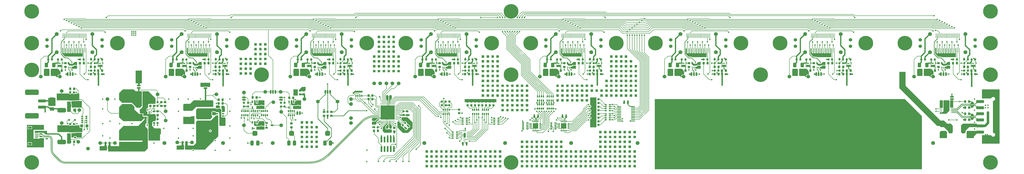
<source format=gtl>
G04*
G04 #@! TF.GenerationSoftware,Altium Limited,Altium Designer,18.0.7 (293)*
G04*
G04 Layer_Physical_Order=1*
G04 Layer_Color=255*
%FSLAX25Y25*%
%MOIN*%
G70*
G01*
G75*
%ADD10C,0.00591*%
%ADD12C,0.00787*%
%ADD13C,0.00610*%
G04:AMPARAMS|DCode=25|XSize=9.84mil|YSize=39.37mil|CornerRadius=4.92mil|HoleSize=0mil|Usage=FLASHONLY|Rotation=90.000|XOffset=0mil|YOffset=0mil|HoleType=Round|Shape=RoundedRectangle|*
%AMROUNDEDRECTD25*
21,1,0.00984,0.02953,0,0,90.0*
21,1,0.00000,0.03937,0,0,90.0*
1,1,0.00984,0.01476,0.00000*
1,1,0.00984,0.01476,0.00000*
1,1,0.00984,-0.01476,0.00000*
1,1,0.00984,-0.01476,0.00000*
%
%ADD25ROUNDEDRECTD25*%
G04:AMPARAMS|DCode=26|XSize=9.84mil|YSize=74.8mil|CornerRadius=4.92mil|HoleSize=0mil|Usage=FLASHONLY|Rotation=0.000|XOffset=0mil|YOffset=0mil|HoleType=Round|Shape=RoundedRectangle|*
%AMROUNDEDRECTD26*
21,1,0.00984,0.06496,0,0,0.0*
21,1,0.00000,0.07480,0,0,0.0*
1,1,0.00984,0.00000,-0.03248*
1,1,0.00984,0.00000,-0.03248*
1,1,0.00984,0.00000,0.03248*
1,1,0.00984,0.00000,0.03248*
%
%ADD26ROUNDEDRECTD26*%
G04:AMPARAMS|DCode=27|XSize=39.37mil|YSize=19.68mil|CornerRadius=4.92mil|HoleSize=0mil|Usage=FLASHONLY|Rotation=0.000|XOffset=0mil|YOffset=0mil|HoleType=Round|Shape=RoundedRectangle|*
%AMROUNDEDRECTD27*
21,1,0.03937,0.00984,0,0,0.0*
21,1,0.02953,0.01968,0,0,0.0*
1,1,0.00984,0.01476,-0.00492*
1,1,0.00984,-0.01476,-0.00492*
1,1,0.00984,-0.01476,0.00492*
1,1,0.00984,0.01476,0.00492*
%
%ADD27ROUNDEDRECTD27*%
%ADD28O,0.03937X0.01968*%
G04:AMPARAMS|DCode=29|XSize=39.37mil|YSize=35.43mil|CornerRadius=8.86mil|HoleSize=0mil|Usage=FLASHONLY|Rotation=270.000|XOffset=0mil|YOffset=0mil|HoleType=Round|Shape=RoundedRectangle|*
%AMROUNDEDRECTD29*
21,1,0.03937,0.01772,0,0,270.0*
21,1,0.02165,0.03543,0,0,270.0*
1,1,0.01772,-0.00886,-0.01083*
1,1,0.01772,-0.00886,0.01083*
1,1,0.01772,0.00886,0.01083*
1,1,0.01772,0.00886,-0.01083*
%
%ADD29ROUNDEDRECTD29*%
G04:AMPARAMS|DCode=30|XSize=70.08mil|YSize=137.8mil|CornerRadius=17.52mil|HoleSize=0mil|Usage=FLASHONLY|Rotation=0.000|XOffset=0mil|YOffset=0mil|HoleType=Round|Shape=RoundedRectangle|*
%AMROUNDEDRECTD30*
21,1,0.07008,0.10276,0,0,0.0*
21,1,0.03504,0.13780,0,0,0.0*
1,1,0.03504,0.01752,-0.05138*
1,1,0.03504,-0.01752,-0.05138*
1,1,0.03504,-0.01752,0.05138*
1,1,0.03504,0.01752,0.05138*
%
%ADD30ROUNDEDRECTD30*%
G04:AMPARAMS|DCode=31|XSize=74.8mil|YSize=55.12mil|CornerRadius=13.78mil|HoleSize=0mil|Usage=FLASHONLY|Rotation=270.000|XOffset=0mil|YOffset=0mil|HoleType=Round|Shape=RoundedRectangle|*
%AMROUNDEDRECTD31*
21,1,0.07480,0.02756,0,0,270.0*
21,1,0.04724,0.05512,0,0,270.0*
1,1,0.02756,-0.01378,-0.02362*
1,1,0.02756,-0.01378,0.02362*
1,1,0.02756,0.01378,0.02362*
1,1,0.02756,0.01378,-0.02362*
%
%ADD31ROUNDEDRECTD31*%
G04:AMPARAMS|DCode=32|XSize=62.99mil|YSize=55.12mil|CornerRadius=13.78mil|HoleSize=0mil|Usage=FLASHONLY|Rotation=270.000|XOffset=0mil|YOffset=0mil|HoleType=Round|Shape=RoundedRectangle|*
%AMROUNDEDRECTD32*
21,1,0.06299,0.02756,0,0,270.0*
21,1,0.03543,0.05512,0,0,270.0*
1,1,0.02756,-0.01378,-0.01772*
1,1,0.02756,-0.01378,0.01772*
1,1,0.02756,0.01378,0.01772*
1,1,0.02756,0.01378,-0.01772*
%
%ADD32ROUNDEDRECTD32*%
G04:AMPARAMS|DCode=33|XSize=13.78mil|YSize=53.15mil|CornerRadius=6.89mil|HoleSize=0mil|Usage=FLASHONLY|Rotation=270.000|XOffset=0mil|YOffset=0mil|HoleType=Round|Shape=RoundedRectangle|*
%AMROUNDEDRECTD33*
21,1,0.01378,0.03937,0,0,270.0*
21,1,0.00000,0.05315,0,0,270.0*
1,1,0.01378,-0.01968,0.00000*
1,1,0.01378,-0.01968,0.00000*
1,1,0.01378,0.01968,0.00000*
1,1,0.01378,0.01968,0.00000*
%
%ADD33ROUNDEDRECTD33*%
G04:AMPARAMS|DCode=34|XSize=31.5mil|YSize=31.5mil|CornerRadius=7.87mil|HoleSize=0mil|Usage=FLASHONLY|Rotation=90.000|XOffset=0mil|YOffset=0mil|HoleType=Round|Shape=RoundedRectangle|*
%AMROUNDEDRECTD34*
21,1,0.03150,0.01575,0,0,90.0*
21,1,0.01575,0.03150,0,0,90.0*
1,1,0.01575,0.00787,0.00787*
1,1,0.01575,0.00787,-0.00787*
1,1,0.01575,-0.00787,-0.00787*
1,1,0.01575,-0.00787,0.00787*
%
%ADD34ROUNDEDRECTD34*%
G04:AMPARAMS|DCode=35|XSize=31.5mil|YSize=31.5mil|CornerRadius=7.87mil|HoleSize=0mil|Usage=FLASHONLY|Rotation=0.000|XOffset=0mil|YOffset=0mil|HoleType=Round|Shape=RoundedRectangle|*
%AMROUNDEDRECTD35*
21,1,0.03150,0.01575,0,0,0.0*
21,1,0.01575,0.03150,0,0,0.0*
1,1,0.01575,0.00787,-0.00787*
1,1,0.01575,-0.00787,-0.00787*
1,1,0.01575,-0.00787,0.00787*
1,1,0.01575,0.00787,0.00787*
%
%ADD35ROUNDEDRECTD35*%
G04:AMPARAMS|DCode=36|XSize=31.5mil|YSize=31.5mil|CornerRadius=7.87mil|HoleSize=0mil|Usage=FLASHONLY|Rotation=135.000|XOffset=0mil|YOffset=0mil|HoleType=Round|Shape=RoundedRectangle|*
%AMROUNDEDRECTD36*
21,1,0.03150,0.01575,0,0,135.0*
21,1,0.01575,0.03150,0,0,135.0*
1,1,0.01575,0.00000,0.01114*
1,1,0.01575,0.01114,0.00000*
1,1,0.01575,0.00000,-0.01114*
1,1,0.01575,-0.01114,0.00000*
%
%ADD36ROUNDEDRECTD36*%
G04:AMPARAMS|DCode=37|XSize=39.37mil|YSize=35.43mil|CornerRadius=8.86mil|HoleSize=0mil|Usage=FLASHONLY|Rotation=0.000|XOffset=0mil|YOffset=0mil|HoleType=Round|Shape=RoundedRectangle|*
%AMROUNDEDRECTD37*
21,1,0.03937,0.01772,0,0,0.0*
21,1,0.02165,0.03543,0,0,0.0*
1,1,0.01772,0.01083,-0.00886*
1,1,0.01772,-0.01083,-0.00886*
1,1,0.01772,-0.01083,0.00886*
1,1,0.01772,0.01083,0.00886*
%
%ADD37ROUNDEDRECTD37*%
G04:AMPARAMS|DCode=38|XSize=17.72mil|YSize=35.43mil|CornerRadius=4.43mil|HoleSize=0mil|Usage=FLASHONLY|Rotation=0.000|XOffset=0mil|YOffset=0mil|HoleType=Round|Shape=RoundedRectangle|*
%AMROUNDEDRECTD38*
21,1,0.01772,0.02657,0,0,0.0*
21,1,0.00886,0.03543,0,0,0.0*
1,1,0.00886,0.00443,-0.01329*
1,1,0.00886,-0.00443,-0.01329*
1,1,0.00886,-0.00443,0.01329*
1,1,0.00886,0.00443,0.01329*
%
%ADD38ROUNDEDRECTD38*%
G04:AMPARAMS|DCode=39|XSize=31.5mil|YSize=31.5mil|CornerRadius=4.72mil|HoleSize=0mil|Usage=FLASHONLY|Rotation=270.000|XOffset=0mil|YOffset=0mil|HoleType=Round|Shape=RoundedRectangle|*
%AMROUNDEDRECTD39*
21,1,0.03150,0.02205,0,0,270.0*
21,1,0.02205,0.03150,0,0,270.0*
1,1,0.00945,-0.01102,-0.01102*
1,1,0.00945,-0.01102,0.01102*
1,1,0.00945,0.01102,0.01102*
1,1,0.00945,0.01102,-0.01102*
%
%ADD39ROUNDEDRECTD39*%
G04:AMPARAMS|DCode=40|XSize=31.5mil|YSize=31.5mil|CornerRadius=4.72mil|HoleSize=0mil|Usage=FLASHONLY|Rotation=0.000|XOffset=0mil|YOffset=0mil|HoleType=Round|Shape=RoundedRectangle|*
%AMROUNDEDRECTD40*
21,1,0.03150,0.02205,0,0,0.0*
21,1,0.02205,0.03150,0,0,0.0*
1,1,0.00945,0.01102,-0.01102*
1,1,0.00945,-0.01102,-0.01102*
1,1,0.00945,-0.01102,0.01102*
1,1,0.00945,0.01102,0.01102*
%
%ADD40ROUNDEDRECTD40*%
G04:AMPARAMS|DCode=41|XSize=13.78mil|YSize=19.68mil|CornerRadius=3.45mil|HoleSize=0mil|Usage=FLASHONLY|Rotation=0.000|XOffset=0mil|YOffset=0mil|HoleType=Round|Shape=RoundedRectangle|*
%AMROUNDEDRECTD41*
21,1,0.01378,0.01280,0,0,0.0*
21,1,0.00689,0.01968,0,0,0.0*
1,1,0.00689,0.00345,-0.00640*
1,1,0.00689,-0.00345,-0.00640*
1,1,0.00689,-0.00345,0.00640*
1,1,0.00689,0.00345,0.00640*
%
%ADD41ROUNDEDRECTD41*%
%ADD42R,0.01378X0.01181*%
G04:AMPARAMS|DCode=43|XSize=19.68mil|YSize=21.65mil|CornerRadius=1.97mil|HoleSize=0mil|Usage=FLASHONLY|Rotation=270.000|XOffset=0mil|YOffset=0mil|HoleType=Round|Shape=RoundedRectangle|*
%AMROUNDEDRECTD43*
21,1,0.01968,0.01772,0,0,270.0*
21,1,0.01575,0.02165,0,0,270.0*
1,1,0.00394,-0.00886,-0.00787*
1,1,0.00394,-0.00886,0.00787*
1,1,0.00394,0.00886,0.00787*
1,1,0.00394,0.00886,-0.00787*
%
%ADD43ROUNDEDRECTD43*%
G04:AMPARAMS|DCode=45|XSize=13.19mil|YSize=34.25mil|CornerRadius=1.32mil|HoleSize=0mil|Usage=FLASHONLY|Rotation=270.000|XOffset=0mil|YOffset=0mil|HoleType=Round|Shape=RoundedRectangle|*
%AMROUNDEDRECTD45*
21,1,0.01319,0.03161,0,0,270.0*
21,1,0.01055,0.03425,0,0,270.0*
1,1,0.00264,-0.01581,-0.00528*
1,1,0.00264,-0.01581,0.00528*
1,1,0.00264,0.01581,0.00528*
1,1,0.00264,0.01581,-0.00528*
%
%ADD45ROUNDEDRECTD45*%
G04:AMPARAMS|DCode=46|XSize=23.62mil|YSize=45.28mil|CornerRadius=5.91mil|HoleSize=0mil|Usage=FLASHONLY|Rotation=90.000|XOffset=0mil|YOffset=0mil|HoleType=Round|Shape=RoundedRectangle|*
%AMROUNDEDRECTD46*
21,1,0.02362,0.03347,0,0,90.0*
21,1,0.01181,0.04528,0,0,90.0*
1,1,0.01181,0.01673,0.00591*
1,1,0.01181,0.01673,-0.00591*
1,1,0.01181,-0.01673,-0.00591*
1,1,0.01181,-0.01673,0.00591*
%
%ADD46ROUNDEDRECTD46*%
G04:AMPARAMS|DCode=47|XSize=21.65mil|YSize=43.31mil|CornerRadius=5.41mil|HoleSize=0mil|Usage=FLASHONLY|Rotation=90.000|XOffset=0mil|YOffset=0mil|HoleType=Round|Shape=RoundedRectangle|*
%AMROUNDEDRECTD47*
21,1,0.02165,0.03248,0,0,90.0*
21,1,0.01083,0.04331,0,0,90.0*
1,1,0.01083,0.01624,0.00541*
1,1,0.01083,0.01624,-0.00541*
1,1,0.01083,-0.01624,-0.00541*
1,1,0.01083,-0.01624,0.00541*
%
%ADD47ROUNDEDRECTD47*%
G04:AMPARAMS|DCode=48|XSize=21.65mil|YSize=43.31mil|CornerRadius=5.41mil|HoleSize=0mil|Usage=FLASHONLY|Rotation=0.000|XOffset=0mil|YOffset=0mil|HoleType=Round|Shape=RoundedRectangle|*
%AMROUNDEDRECTD48*
21,1,0.02165,0.03248,0,0,0.0*
21,1,0.01083,0.04331,0,0,0.0*
1,1,0.01083,0.00541,-0.01624*
1,1,0.01083,-0.00541,-0.01624*
1,1,0.01083,-0.00541,0.01624*
1,1,0.01083,0.00541,0.01624*
%
%ADD48ROUNDEDRECTD48*%
G04:AMPARAMS|DCode=49|XSize=31.5mil|YSize=23.62mil|CornerRadius=5.91mil|HoleSize=0mil|Usage=FLASHONLY|Rotation=270.000|XOffset=0mil|YOffset=0mil|HoleType=Round|Shape=RoundedRectangle|*
%AMROUNDEDRECTD49*
21,1,0.03150,0.01181,0,0,270.0*
21,1,0.01968,0.02362,0,0,270.0*
1,1,0.01181,-0.00591,-0.00984*
1,1,0.01181,-0.00591,0.00984*
1,1,0.01181,0.00591,0.00984*
1,1,0.01181,0.00591,-0.00984*
%
%ADD49ROUNDEDRECTD49*%
G04:AMPARAMS|DCode=50|XSize=23.62mil|YSize=43.31mil|CornerRadius=2.36mil|HoleSize=0mil|Usage=FLASHONLY|Rotation=225.000|XOffset=0mil|YOffset=0mil|HoleType=Round|Shape=RoundedRectangle|*
%AMROUNDEDRECTD50*
21,1,0.02362,0.03858,0,0,225.0*
21,1,0.01890,0.04331,0,0,225.0*
1,1,0.00472,-0.02032,0.00696*
1,1,0.00472,-0.00696,0.02032*
1,1,0.00472,0.02032,-0.00696*
1,1,0.00472,0.00696,-0.02032*
%
%ADD50ROUNDEDRECTD50*%
%ADD51R,0.02992X0.09449*%
G04:AMPARAMS|DCode=54|XSize=47.24mil|YSize=47.24mil|CornerRadius=11.81mil|HoleSize=0mil|Usage=FLASHONLY|Rotation=270.000|XOffset=0mil|YOffset=0mil|HoleType=Round|Shape=RoundedRectangle|*
%AMROUNDEDRECTD54*
21,1,0.04724,0.02362,0,0,270.0*
21,1,0.02362,0.04724,0,0,270.0*
1,1,0.02362,-0.01181,-0.01181*
1,1,0.02362,-0.01181,0.01181*
1,1,0.02362,0.01181,0.01181*
1,1,0.02362,0.01181,-0.01181*
%
%ADD54ROUNDEDRECTD54*%
G04:AMPARAMS|DCode=55|XSize=94.49mil|YSize=137.8mil|CornerRadius=7.09mil|HoleSize=0mil|Usage=FLASHONLY|Rotation=90.000|XOffset=0mil|YOffset=0mil|HoleType=Round|Shape=RoundedRectangle|*
%AMROUNDEDRECTD55*
21,1,0.09449,0.12362,0,0,90.0*
21,1,0.08032,0.13780,0,0,90.0*
1,1,0.01417,0.06181,0.04016*
1,1,0.01417,0.06181,-0.04016*
1,1,0.01417,-0.06181,-0.04016*
1,1,0.01417,-0.06181,0.04016*
%
%ADD55ROUNDEDRECTD55*%
G04:AMPARAMS|DCode=56|XSize=118.11mil|YSize=137.8mil|CornerRadius=11.81mil|HoleSize=0mil|Usage=FLASHONLY|Rotation=90.000|XOffset=0mil|YOffset=0mil|HoleType=Round|Shape=RoundedRectangle|*
%AMROUNDEDRECTD56*
21,1,0.11811,0.11417,0,0,90.0*
21,1,0.09449,0.13780,0,0,90.0*
1,1,0.02362,0.05709,0.04724*
1,1,0.02362,0.05709,-0.04724*
1,1,0.02362,-0.05709,-0.04724*
1,1,0.02362,-0.05709,0.04724*
%
%ADD56ROUNDEDRECTD56*%
G04:AMPARAMS|DCode=57|XSize=47.24mil|YSize=125.98mil|CornerRadius=11.81mil|HoleSize=0mil|Usage=FLASHONLY|Rotation=90.000|XOffset=0mil|YOffset=0mil|HoleType=Round|Shape=RoundedRectangle|*
%AMROUNDEDRECTD57*
21,1,0.04724,0.10236,0,0,90.0*
21,1,0.02362,0.12598,0,0,90.0*
1,1,0.02362,0.05118,0.01181*
1,1,0.02362,0.05118,-0.01181*
1,1,0.02362,-0.05118,-0.01181*
1,1,0.02362,-0.05118,0.01181*
%
%ADD57ROUNDEDRECTD57*%
G04:AMPARAMS|DCode=58|XSize=86.61mil|YSize=220.47mil|CornerRadius=21.65mil|HoleSize=0mil|Usage=FLASHONLY|Rotation=90.000|XOffset=0mil|YOffset=0mil|HoleType=Round|Shape=RoundedRectangle|*
%AMROUNDEDRECTD58*
21,1,0.08661,0.17717,0,0,90.0*
21,1,0.04331,0.22047,0,0,90.0*
1,1,0.04331,0.08858,0.02165*
1,1,0.04331,0.08858,-0.02165*
1,1,0.04331,-0.08858,-0.02165*
1,1,0.04331,-0.08858,0.02165*
%
%ADD58ROUNDEDRECTD58*%
G04:AMPARAMS|DCode=59|XSize=93.31mil|YSize=95.67mil|CornerRadius=9.33mil|HoleSize=0mil|Usage=FLASHONLY|Rotation=0.000|XOffset=0mil|YOffset=0mil|HoleType=Round|Shape=RoundedRectangle|*
%AMROUNDEDRECTD59*
21,1,0.09331,0.07701,0,0,0.0*
21,1,0.07465,0.09567,0,0,0.0*
1,1,0.01866,0.03732,-0.03850*
1,1,0.01866,-0.03732,-0.03850*
1,1,0.01866,-0.03732,0.03850*
1,1,0.01866,0.03732,0.03850*
%
%ADD59ROUNDEDRECTD59*%
G04:AMPARAMS|DCode=60|XSize=51.18mil|YSize=78.74mil|CornerRadius=12.8mil|HoleSize=0mil|Usage=FLASHONLY|Rotation=0.000|XOffset=0mil|YOffset=0mil|HoleType=Round|Shape=RoundedRectangle|*
%AMROUNDEDRECTD60*
21,1,0.05118,0.05315,0,0,0.0*
21,1,0.02559,0.07874,0,0,0.0*
1,1,0.02559,0.01280,-0.02657*
1,1,0.02559,-0.01280,-0.02657*
1,1,0.02559,-0.01280,0.02657*
1,1,0.02559,0.01280,0.02657*
%
%ADD60ROUNDEDRECTD60*%
G04:AMPARAMS|DCode=61|XSize=78.74mil|YSize=78.74mil|CornerRadius=19.68mil|HoleSize=0mil|Usage=FLASHONLY|Rotation=0.000|XOffset=0mil|YOffset=0mil|HoleType=Round|Shape=RoundedRectangle|*
%AMROUNDEDRECTD61*
21,1,0.07874,0.03937,0,0,0.0*
21,1,0.03937,0.07874,0,0,0.0*
1,1,0.03937,0.01968,-0.01968*
1,1,0.03937,-0.01968,-0.01968*
1,1,0.03937,-0.01968,0.01968*
1,1,0.03937,0.01968,0.01968*
%
%ADD61ROUNDEDRECTD61*%
G04:AMPARAMS|DCode=62|XSize=55.12mil|YSize=64.57mil|CornerRadius=5.51mil|HoleSize=0mil|Usage=FLASHONLY|Rotation=90.000|XOffset=0mil|YOffset=0mil|HoleType=Round|Shape=RoundedRectangle|*
%AMROUNDEDRECTD62*
21,1,0.05512,0.05354,0,0,90.0*
21,1,0.04409,0.06457,0,0,90.0*
1,1,0.01102,0.02677,0.02205*
1,1,0.01102,0.02677,-0.02205*
1,1,0.01102,-0.02677,-0.02205*
1,1,0.01102,-0.02677,0.02205*
%
%ADD62ROUNDEDRECTD62*%
%ADD63O,0.06693X0.01378*%
G04:AMPARAMS|DCode=64|XSize=54.72mil|YSize=55.12mil|CornerRadius=13.68mil|HoleSize=0mil|Usage=FLASHONLY|Rotation=90.000|XOffset=0mil|YOffset=0mil|HoleType=Round|Shape=RoundedRectangle|*
%AMROUNDEDRECTD64*
21,1,0.05472,0.02776,0,0,90.0*
21,1,0.02736,0.05512,0,0,90.0*
1,1,0.02736,0.01388,0.01368*
1,1,0.02736,0.01388,-0.01368*
1,1,0.02736,-0.01388,-0.01368*
1,1,0.02736,-0.01388,0.01368*
%
%ADD64ROUNDEDRECTD64*%
G04:AMPARAMS|DCode=67|XSize=23.62mil|YSize=31.5mil|CornerRadius=5.91mil|HoleSize=0mil|Usage=FLASHONLY|Rotation=270.000|XOffset=0mil|YOffset=0mil|HoleType=Round|Shape=RoundedRectangle|*
%AMROUNDEDRECTD67*
21,1,0.02362,0.01968,0,0,270.0*
21,1,0.01181,0.03150,0,0,270.0*
1,1,0.01181,-0.00984,-0.00591*
1,1,0.01181,-0.00984,0.00591*
1,1,0.01181,0.00984,0.00591*
1,1,0.01181,0.00984,-0.00591*
%
%ADD67ROUNDEDRECTD67*%
%ADD68O,0.03347X0.00787*%
%ADD69O,0.00787X0.03347*%
G04:AMPARAMS|DCode=70|XSize=98.43mil|YSize=47.24mil|CornerRadius=11.81mil|HoleSize=0mil|Usage=FLASHONLY|Rotation=180.000|XOffset=0mil|YOffset=0mil|HoleType=Round|Shape=RoundedRectangle|*
%AMROUNDEDRECTD70*
21,1,0.09843,0.02362,0,0,180.0*
21,1,0.07480,0.04724,0,0,180.0*
1,1,0.02362,-0.03740,0.01181*
1,1,0.02362,0.03740,0.01181*
1,1,0.02362,0.03740,-0.01181*
1,1,0.02362,-0.03740,-0.01181*
%
%ADD70ROUNDEDRECTD70*%
G04:AMPARAMS|DCode=71|XSize=98.43mil|YSize=47.24mil|CornerRadius=11.81mil|HoleSize=0mil|Usage=FLASHONLY|Rotation=90.000|XOffset=0mil|YOffset=0mil|HoleType=Round|Shape=RoundedRectangle|*
%AMROUNDEDRECTD71*
21,1,0.09843,0.02362,0,0,90.0*
21,1,0.07480,0.04724,0,0,90.0*
1,1,0.02362,0.01181,0.03740*
1,1,0.02362,0.01181,-0.03740*
1,1,0.02362,-0.01181,-0.03740*
1,1,0.02362,-0.01181,0.03740*
%
%ADD71ROUNDEDRECTD71*%
G04:AMPARAMS|DCode=72|XSize=17.72mil|YSize=35.43mil|CornerRadius=4.43mil|HoleSize=0mil|Usage=FLASHONLY|Rotation=270.000|XOffset=0mil|YOffset=0mil|HoleType=Round|Shape=RoundedRectangle|*
%AMROUNDEDRECTD72*
21,1,0.01772,0.02657,0,0,270.0*
21,1,0.00886,0.03543,0,0,270.0*
1,1,0.00886,-0.01329,-0.00443*
1,1,0.00886,-0.01329,0.00443*
1,1,0.00886,0.01329,0.00443*
1,1,0.00886,0.01329,-0.00443*
%
%ADD72ROUNDEDRECTD72*%
G04:AMPARAMS|DCode=75|XSize=70.08mil|YSize=137.8mil|CornerRadius=17.52mil|HoleSize=0mil|Usage=FLASHONLY|Rotation=90.000|XOffset=0mil|YOffset=0mil|HoleType=Round|Shape=RoundedRectangle|*
%AMROUNDEDRECTD75*
21,1,0.07008,0.10276,0,0,90.0*
21,1,0.03504,0.13780,0,0,90.0*
1,1,0.03504,0.05138,0.01752*
1,1,0.03504,0.05138,-0.01752*
1,1,0.03504,-0.05138,-0.01752*
1,1,0.03504,-0.05138,0.01752*
%
%ADD75ROUNDEDRECTD75*%
%ADD76R,0.05906X0.03740*%
G04:AMPARAMS|DCode=77|XSize=27.56mil|YSize=59.06mil|CornerRadius=6.89mil|HoleSize=0mil|Usage=FLASHONLY|Rotation=180.000|XOffset=0mil|YOffset=0mil|HoleType=Round|Shape=RoundedRectangle|*
%AMROUNDEDRECTD77*
21,1,0.02756,0.04528,0,0,180.0*
21,1,0.01378,0.05906,0,0,180.0*
1,1,0.01378,-0.00689,0.02264*
1,1,0.01378,0.00689,0.02264*
1,1,0.01378,0.00689,-0.02264*
1,1,0.01378,-0.00689,-0.02264*
%
%ADD77ROUNDEDRECTD77*%
%ADD78O,0.01102X0.03347*%
%ADD79O,0.03347X0.01102*%
%ADD80R,0.06693X0.06693*%
G04:AMPARAMS|DCode=81|XSize=27.56mil|YSize=59.06mil|CornerRadius=6.89mil|HoleSize=0mil|Usage=FLASHONLY|Rotation=270.000|XOffset=0mil|YOffset=0mil|HoleType=Round|Shape=RoundedRectangle|*
%AMROUNDEDRECTD81*
21,1,0.02756,0.04528,0,0,270.0*
21,1,0.01378,0.05906,0,0,270.0*
1,1,0.01378,-0.02264,-0.00689*
1,1,0.01378,-0.02264,0.00689*
1,1,0.01378,0.02264,0.00689*
1,1,0.01378,0.02264,-0.00689*
%
%ADD81ROUNDEDRECTD81*%
G04:AMPARAMS|DCode=82|XSize=132.28mil|YSize=191.34mil|CornerRadius=6.61mil|HoleSize=0mil|Usage=FLASHONLY|Rotation=0.000|XOffset=0mil|YOffset=0mil|HoleType=Round|Shape=RoundedRectangle|*
%AMROUNDEDRECTD82*
21,1,0.13228,0.17811,0,0,0.0*
21,1,0.11906,0.19134,0,0,0.0*
1,1,0.01323,0.05953,-0.08906*
1,1,0.01323,-0.05953,-0.08906*
1,1,0.01323,-0.05953,0.08906*
1,1,0.01323,0.05953,0.08906*
%
%ADD82ROUNDEDRECTD82*%
G04:AMPARAMS|DCode=83|XSize=9.45mil|YSize=35.43mil|CornerRadius=0.94mil|HoleSize=0mil|Usage=FLASHONLY|Rotation=0.000|XOffset=0mil|YOffset=0mil|HoleType=Round|Shape=RoundedRectangle|*
%AMROUNDEDRECTD83*
21,1,0.00945,0.03354,0,0,0.0*
21,1,0.00756,0.03543,0,0,0.0*
1,1,0.00189,0.00378,-0.01677*
1,1,0.00189,-0.00378,-0.01677*
1,1,0.00189,-0.00378,0.01677*
1,1,0.00189,0.00378,0.01677*
%
%ADD83ROUNDEDRECTD83*%
G04:AMPARAMS|DCode=84|XSize=9.45mil|YSize=35.43mil|CornerRadius=0.94mil|HoleSize=0mil|Usage=FLASHONLY|Rotation=270.000|XOffset=0mil|YOffset=0mil|HoleType=Round|Shape=RoundedRectangle|*
%AMROUNDEDRECTD84*
21,1,0.00945,0.03354,0,0,270.0*
21,1,0.00756,0.03543,0,0,270.0*
1,1,0.00189,-0.01677,-0.00378*
1,1,0.00189,-0.01677,0.00378*
1,1,0.00189,0.01677,0.00378*
1,1,0.00189,0.01677,-0.00378*
%
%ADD84ROUNDEDRECTD84*%
G04:AMPARAMS|DCode=85|XSize=35.43mil|YSize=74.8mil|CornerRadius=3.54mil|HoleSize=0mil|Usage=FLASHONLY|Rotation=0.000|XOffset=0mil|YOffset=0mil|HoleType=Round|Shape=RoundedRectangle|*
%AMROUNDEDRECTD85*
21,1,0.03543,0.06772,0,0,0.0*
21,1,0.02835,0.07480,0,0,0.0*
1,1,0.00709,0.01417,-0.03386*
1,1,0.00709,-0.01417,-0.03386*
1,1,0.00709,-0.01417,0.03386*
1,1,0.00709,0.01417,0.03386*
%
%ADD85ROUNDEDRECTD85*%
%ADD86R,0.22835X0.22835*%
%ADD87O,0.01102X0.03150*%
%ADD88O,0.03150X0.01102*%
%ADD89R,0.09055X0.09055*%
%ADD90C,0.06299*%
%ADD91C,0.05512*%
%ADD92C,0.05906*%
%ADD93O,0.06299X0.03543*%
%ADD94C,0.23622*%
%ADD97C,0.00984*%
%ADD98C,0.02362*%
%ADD99C,0.03937*%
%ADD100C,0.01968*%
%ADD101C,0.01575*%
%ADD102C,0.01181*%
%ADD103C,0.01000*%
%ADD104C,0.02362*%
G36*
X600394Y216535D02*
X596457D01*
Y220472D01*
X600394D01*
Y216535D01*
D02*
G37*
G36*
X592520D02*
X588583D01*
Y220472D01*
X592520D01*
Y216535D01*
D02*
G37*
G36*
X584646D02*
X580709D01*
Y220472D01*
X584646D01*
Y216535D01*
D02*
G37*
G36*
X576772D02*
X572835D01*
Y220472D01*
X576772D01*
Y216535D01*
D02*
G37*
G36*
X600394Y208661D02*
X596457D01*
Y212598D01*
X600394D01*
Y208661D01*
D02*
G37*
G36*
X592520D02*
X588583D01*
Y212598D01*
X592520D01*
Y208661D01*
D02*
G37*
G36*
X584646D02*
X580709D01*
Y212598D01*
X584646D01*
Y208661D01*
D02*
G37*
G36*
X576772D02*
X572835D01*
Y212598D01*
X576772D01*
Y208661D01*
D02*
G37*
G36*
X393701Y204724D02*
X389764D01*
Y208661D01*
X393701D01*
Y204724D01*
D02*
G37*
G36*
X385827D02*
X381890D01*
Y208661D01*
X385827D01*
Y204724D01*
D02*
G37*
G36*
X377953D02*
X374016D01*
Y208661D01*
X377953D01*
Y204724D01*
D02*
G37*
G36*
X600394Y200787D02*
X596457D01*
Y204724D01*
X600394D01*
Y200787D01*
D02*
G37*
G36*
X592520D02*
X588583D01*
Y204724D01*
X592520D01*
Y200787D01*
D02*
G37*
G36*
X584646D02*
X580709D01*
Y204724D01*
X584646D01*
Y200787D01*
D02*
G37*
G36*
X576772D02*
X572835D01*
Y204724D01*
X576772D01*
Y200787D01*
D02*
G37*
G36*
X393701Y196850D02*
X389764D01*
Y200787D01*
X393701D01*
Y196850D01*
D02*
G37*
G36*
X385827D02*
X381890D01*
Y200787D01*
X385827D01*
Y196850D01*
D02*
G37*
G36*
X377953D02*
X374016D01*
Y200787D01*
X377953D01*
Y196850D01*
D02*
G37*
G36*
X600394Y192913D02*
X596457D01*
Y196850D01*
X600394D01*
Y192913D01*
D02*
G37*
G36*
X592520D02*
X588583D01*
Y196850D01*
X592520D01*
Y192913D01*
D02*
G37*
G36*
X584646D02*
X580709D01*
Y196850D01*
X584646D01*
Y192913D01*
D02*
G37*
G36*
X576772D02*
X572835D01*
Y196850D01*
X576772D01*
Y192913D01*
D02*
G37*
G36*
X1302629Y193602D02*
X1302729Y193098D01*
Y186024D01*
X1279699D01*
X1279613Y186109D01*
X1279123Y186437D01*
X1279026Y186457D01*
X1278543Y186553D01*
X1278543Y186553D01*
X1274249D01*
X1269230Y191572D01*
Y199803D01*
X1271133D01*
Y193602D01*
X1271247Y193026D01*
X1271573Y192538D01*
X1272062Y192212D01*
X1272638Y192097D01*
X1273214Y192212D01*
X1273702Y192538D01*
X1274028Y193026D01*
X1274143Y193602D01*
Y199803D01*
X1275070D01*
Y193602D01*
X1275184Y193026D01*
X1275510Y192538D01*
X1275999Y192212D01*
X1276575Y192097D01*
X1277151Y192212D01*
X1277639Y192538D01*
X1277966Y193026D01*
X1278080Y193602D01*
Y199803D01*
X1279007D01*
Y193602D01*
X1279121Y193026D01*
X1279447Y192538D01*
X1279936Y192212D01*
X1280512Y192097D01*
X1281088Y192212D01*
X1281576Y192538D01*
X1281903Y193026D01*
X1282017Y193602D01*
Y199803D01*
X1282944D01*
Y193602D01*
X1283058Y193026D01*
X1283385Y192538D01*
X1283873Y192212D01*
X1284449Y192097D01*
X1285025Y192212D01*
X1285513Y192538D01*
X1285840Y193026D01*
X1285954Y193602D01*
Y199803D01*
X1286881D01*
Y193602D01*
X1286995Y193026D01*
X1287321Y192538D01*
X1287810Y192212D01*
X1288386Y192097D01*
X1288962Y192212D01*
X1289450Y192538D01*
X1289777Y193026D01*
X1289891Y193602D01*
Y199803D01*
X1290818D01*
Y193602D01*
X1290932Y193026D01*
X1291259Y192538D01*
X1291747Y192212D01*
X1292323Y192097D01*
X1292899Y192212D01*
X1293387Y192538D01*
X1293714Y193026D01*
X1293828Y193602D01*
Y199803D01*
X1294755D01*
Y193602D01*
X1294869Y193026D01*
X1295195Y192538D01*
X1295684Y192212D01*
X1296260Y192097D01*
X1296836Y192212D01*
X1297324Y192538D01*
X1297651Y193026D01*
X1297765Y193602D01*
Y199803D01*
X1298692D01*
Y193602D01*
X1298806Y193026D01*
X1299133Y192538D01*
X1299621Y192212D01*
X1300197Y192097D01*
X1300773Y192212D01*
X1301261Y192538D01*
X1301588Y193026D01*
X1301702Y193602D01*
Y199803D01*
X1302629D01*
Y193602D01*
D02*
G37*
G36*
X1101841D02*
X1101941Y193098D01*
Y186024D01*
X1078912D01*
X1078826Y186109D01*
X1078335Y186437D01*
X1078239Y186457D01*
X1077756Y186553D01*
X1077756Y186553D01*
X1073462D01*
X1068443Y191572D01*
Y199803D01*
X1070345D01*
Y193602D01*
X1070460Y193026D01*
X1070786Y192538D01*
X1071274Y192212D01*
X1071850Y192097D01*
X1072427Y192212D01*
X1072915Y192538D01*
X1073241Y193026D01*
X1073356Y193602D01*
Y199803D01*
X1074282D01*
Y193602D01*
X1074397Y193026D01*
X1074723Y192538D01*
X1075211Y192212D01*
X1075787Y192097D01*
X1076363Y192212D01*
X1076852Y192538D01*
X1077178Y193026D01*
X1077293Y193602D01*
Y199803D01*
X1078219D01*
Y193602D01*
X1078334Y193026D01*
X1078660Y192538D01*
X1079148Y192212D01*
X1079725Y192097D01*
X1080301Y192212D01*
X1080789Y192538D01*
X1081115Y193026D01*
X1081230Y193602D01*
Y199803D01*
X1082156D01*
Y193602D01*
X1082271Y193026D01*
X1082597Y192538D01*
X1083085Y192212D01*
X1083661Y192097D01*
X1084237Y192212D01*
X1084726Y192538D01*
X1085052Y193026D01*
X1085167Y193602D01*
Y199803D01*
X1086093D01*
Y193602D01*
X1086208Y193026D01*
X1086534Y192538D01*
X1087022Y192212D01*
X1087599Y192097D01*
X1088175Y192212D01*
X1088663Y192538D01*
X1088989Y193026D01*
X1089104Y193602D01*
Y199803D01*
X1090030D01*
Y193602D01*
X1090145Y193026D01*
X1090471Y192538D01*
X1090959Y192212D01*
X1091535Y192097D01*
X1092111Y192212D01*
X1092600Y192538D01*
X1092926Y193026D01*
X1093041Y193602D01*
Y199803D01*
X1093967D01*
Y193602D01*
X1094082Y193026D01*
X1094408Y192538D01*
X1094896Y192212D01*
X1095473Y192097D01*
X1096049Y192212D01*
X1096537Y192538D01*
X1096863Y193026D01*
X1096978Y193602D01*
Y199803D01*
X1097904D01*
Y193602D01*
X1098019Y193026D01*
X1098345Y192538D01*
X1098833Y192212D01*
X1099409Y192097D01*
X1099986Y192212D01*
X1100474Y192538D01*
X1100800Y193026D01*
X1100915Y193602D01*
Y199803D01*
X1101841D01*
Y193602D01*
D02*
G37*
G36*
X901054D02*
X901154Y193098D01*
Y187008D01*
X872219D01*
X867655Y191572D01*
Y199803D01*
X869558D01*
Y193602D01*
X869672Y193026D01*
X869999Y192538D01*
X870487Y192212D01*
X871063Y192097D01*
X871639Y192212D01*
X872127Y192538D01*
X872454Y193026D01*
X872568Y193602D01*
Y199803D01*
X873495D01*
Y193602D01*
X873609Y193026D01*
X873936Y192538D01*
X874424Y192212D01*
X875000Y192097D01*
X875576Y192212D01*
X876064Y192538D01*
X876391Y193026D01*
X876505Y193602D01*
Y199803D01*
X877432D01*
Y193602D01*
X877546Y193026D01*
X877873Y192538D01*
X878361Y192212D01*
X878937Y192097D01*
X879513Y192212D01*
X880001Y192538D01*
X880328Y193026D01*
X880442Y193602D01*
Y199803D01*
X881369D01*
Y193602D01*
X881483Y193026D01*
X881810Y192538D01*
X882298Y192212D01*
X882874Y192097D01*
X883450Y192212D01*
X883939Y192538D01*
X884265Y193026D01*
X884379Y193602D01*
Y199803D01*
X885306D01*
Y193602D01*
X885420Y193026D01*
X885747Y192538D01*
X886235Y192212D01*
X886811Y192097D01*
X887387Y192212D01*
X887875Y192538D01*
X888202Y193026D01*
X888316Y193602D01*
Y199803D01*
X889243D01*
Y193602D01*
X889357Y193026D01*
X889684Y192538D01*
X890172Y192212D01*
X890748Y192097D01*
X891324Y192212D01*
X891813Y192538D01*
X892139Y193026D01*
X892253Y193602D01*
Y199803D01*
X893180D01*
Y193602D01*
X893294Y193026D01*
X893621Y192538D01*
X894109Y192212D01*
X894685Y192097D01*
X895261Y192212D01*
X895749Y192538D01*
X896076Y193026D01*
X896190Y193602D01*
Y199803D01*
X897117D01*
Y193602D01*
X897231Y193026D01*
X897558Y192538D01*
X898046Y192212D01*
X898622Y192097D01*
X899198Y192212D01*
X899687Y192538D01*
X900013Y193026D01*
X900127Y193602D01*
Y199803D01*
X901054D01*
Y193602D01*
D02*
G37*
G36*
X700266D02*
X700367Y193098D01*
Y187008D01*
X671431D01*
X666868Y191572D01*
Y199803D01*
X668770D01*
Y193602D01*
X668885Y193026D01*
X669211Y192538D01*
X669700Y192212D01*
X670276Y192097D01*
X670852Y192212D01*
X671340Y192538D01*
X671666Y193026D01*
X671781Y193602D01*
Y199803D01*
X672707D01*
Y193602D01*
X672822Y193026D01*
X673148Y192538D01*
X673637Y192212D01*
X674213Y192097D01*
X674789Y192212D01*
X675277Y192538D01*
X675603Y193026D01*
X675718Y193602D01*
Y199803D01*
X676644D01*
Y193602D01*
X676759Y193026D01*
X677085Y192538D01*
X677574Y192212D01*
X678150Y192097D01*
X678726Y192212D01*
X679214Y192538D01*
X679540Y193026D01*
X679655Y193602D01*
Y199803D01*
X680581D01*
Y193602D01*
X680696Y193026D01*
X681022Y192538D01*
X681511Y192212D01*
X682087Y192097D01*
X682663Y192212D01*
X683151Y192538D01*
X683477Y193026D01*
X683592Y193602D01*
Y199803D01*
X684518D01*
Y193602D01*
X684633Y193026D01*
X684959Y192538D01*
X685448Y192212D01*
X686024Y192097D01*
X686600Y192212D01*
X687088Y192538D01*
X687414Y193026D01*
X687529Y193602D01*
Y199803D01*
X688455D01*
Y193602D01*
X688570Y193026D01*
X688896Y192538D01*
X689385Y192212D01*
X689961Y192097D01*
X690537Y192212D01*
X691025Y192538D01*
X691351Y193026D01*
X691466Y193602D01*
Y199803D01*
X692392D01*
Y193602D01*
X692507Y193026D01*
X692833Y192538D01*
X693322Y192212D01*
X693898Y192097D01*
X694474Y192212D01*
X694962Y192538D01*
X695288Y193026D01*
X695403Y193602D01*
Y199803D01*
X696329D01*
Y193602D01*
X696444Y193026D01*
X696770Y192538D01*
X697259Y192212D01*
X697835Y192097D01*
X698411Y192212D01*
X698899Y192538D01*
X699225Y193026D01*
X699340Y193602D01*
Y199803D01*
X700266D01*
Y193602D01*
D02*
G37*
G36*
X499479D02*
X499579Y193098D01*
Y187992D01*
X469660D01*
X466080Y191572D01*
Y199803D01*
X467983D01*
Y193602D01*
X468097Y193026D01*
X468424Y192538D01*
X468912Y192212D01*
X469488Y192097D01*
X470064Y192212D01*
X470553Y192538D01*
X470879Y193026D01*
X470994Y193602D01*
Y199803D01*
X471920D01*
Y193602D01*
X472035Y193026D01*
X472361Y192538D01*
X472849Y192212D01*
X473425Y192097D01*
X474001Y192212D01*
X474490Y192538D01*
X474816Y193026D01*
X474930Y193602D01*
Y199803D01*
X475857D01*
Y193602D01*
X475972Y193026D01*
X476298Y192538D01*
X476786Y192212D01*
X477362Y192097D01*
X477938Y192212D01*
X478427Y192538D01*
X478753Y193026D01*
X478867Y193602D01*
Y199803D01*
X479794D01*
Y193602D01*
X479909Y193026D01*
X480235Y192538D01*
X480723Y192212D01*
X481299Y192097D01*
X481875Y192212D01*
X482364Y192538D01*
X482690Y193026D01*
X482804Y193602D01*
Y199803D01*
X483731D01*
Y193602D01*
X483846Y193026D01*
X484172Y192538D01*
X484660Y192212D01*
X485236Y192097D01*
X485812Y192212D01*
X486301Y192538D01*
X486627Y193026D01*
X486741Y193602D01*
Y199803D01*
X487668D01*
Y193602D01*
X487782Y193026D01*
X488109Y192538D01*
X488597Y192212D01*
X489173Y192097D01*
X489749Y192212D01*
X490238Y192538D01*
X490564Y193026D01*
X490679Y193602D01*
Y199803D01*
X491605D01*
Y193602D01*
X491719Y193026D01*
X492046Y192538D01*
X492534Y192212D01*
X493110Y192097D01*
X493686Y192212D01*
X494175Y192538D01*
X494501Y193026D01*
X494616Y193602D01*
Y199803D01*
X495542D01*
Y193602D01*
X495656Y193026D01*
X495983Y192538D01*
X496471Y192212D01*
X497047Y192097D01*
X497623Y192212D01*
X498112Y192538D01*
X498438Y193026D01*
X498553Y193602D01*
Y199803D01*
X499479D01*
Y193602D01*
D02*
G37*
G36*
X393701Y188976D02*
X389764D01*
Y192913D01*
X393701D01*
Y188976D01*
D02*
G37*
G36*
X385827D02*
X381890D01*
Y192913D01*
X385827D01*
Y188976D01*
D02*
G37*
G36*
X377953D02*
X374016D01*
Y192913D01*
X377953D01*
Y188976D01*
D02*
G37*
G36*
X267215Y200197D02*
X267196Y200098D01*
Y193602D01*
X267310Y193026D01*
X267636Y192538D01*
X268125Y192212D01*
X268701Y192097D01*
X269277Y192212D01*
X269765Y192538D01*
X270092Y193026D01*
X270206Y193602D01*
Y200098D01*
X270669Y200411D01*
X270719Y200378D01*
X271132Y199904D01*
Y193602D01*
X271247Y193026D01*
X271573Y192538D01*
X272062Y192212D01*
X272638Y192097D01*
X273214Y192212D01*
X273702Y192538D01*
X274028Y193026D01*
X274143Y193602D01*
Y200098D01*
X274606Y200411D01*
X274656Y200378D01*
X275069Y199904D01*
Y193602D01*
X275184Y193026D01*
X275510Y192538D01*
X275999Y192212D01*
X276575Y192097D01*
X277151Y192212D01*
X277639Y192538D01*
X277965Y193026D01*
X278080Y193602D01*
Y200098D01*
X278543Y200411D01*
X278593Y200378D01*
X279007Y199904D01*
Y193602D01*
X279121Y193026D01*
X279447Y192538D01*
X279936Y192212D01*
X280512Y192097D01*
X281088Y192212D01*
X281576Y192538D01*
X281903Y193026D01*
X282017Y193602D01*
Y200098D01*
X282480Y200411D01*
X282530Y200378D01*
X282944Y199904D01*
Y193602D01*
X283058Y193026D01*
X283384Y192538D01*
X283873Y192212D01*
X284449Y192097D01*
X285025Y192212D01*
X285513Y192538D01*
X285840Y193026D01*
X285954Y193602D01*
Y200098D01*
X286417Y200411D01*
X286467Y200378D01*
X286880Y199904D01*
Y193602D01*
X286995Y193026D01*
X287321Y192538D01*
X287810Y192212D01*
X288386Y192097D01*
X288962Y192212D01*
X289450Y192538D01*
X289776Y193026D01*
X289891Y193602D01*
Y200098D01*
X290354Y200411D01*
X290404Y200378D01*
X290817Y199904D01*
Y193602D01*
X290932Y193026D01*
X291258Y192538D01*
X291747Y192212D01*
X292323Y192097D01*
X292899Y192212D01*
X293387Y192538D01*
X293713Y193026D01*
X293828Y193602D01*
Y200098D01*
X294291Y200411D01*
X294341Y200378D01*
X294755Y199904D01*
Y193602D01*
X294869Y193026D01*
X295195Y192538D01*
X295684Y192212D01*
X296260Y192097D01*
X296836Y192212D01*
X297324Y192538D01*
X297651Y193026D01*
X297765Y193602D01*
Y200098D01*
X298228Y200411D01*
X298278Y200378D01*
X298692Y199904D01*
Y193602D01*
X298792Y193098D01*
Y187008D01*
X269857D01*
X265293Y191572D01*
Y200787D01*
X266730D01*
X267215Y200197D01*
D02*
G37*
G36*
X66428D02*
X66408Y200098D01*
Y193602D01*
X66523Y193026D01*
X66849Y192538D01*
X67337Y192212D01*
X67913Y192097D01*
X68489Y192212D01*
X68978Y192538D01*
X69304Y193026D01*
X69419Y193602D01*
Y200098D01*
X69882Y200411D01*
X69931Y200378D01*
X70345Y199904D01*
Y193602D01*
X70460Y193026D01*
X70786Y192538D01*
X71274Y192212D01*
X71850Y192097D01*
X72426Y192212D01*
X72915Y192538D01*
X73241Y193026D01*
X73356Y193602D01*
Y200098D01*
X73819Y200411D01*
X73868Y200378D01*
X74282Y199904D01*
Y193602D01*
X74397Y193026D01*
X74723Y192538D01*
X75211Y192212D01*
X75787Y192097D01*
X76363Y192212D01*
X76852Y192538D01*
X77178Y193026D01*
X77293Y193602D01*
Y200098D01*
X77756Y200411D01*
X77805Y200378D01*
X78219Y199904D01*
Y193602D01*
X78334Y193026D01*
X78660Y192538D01*
X79148Y192212D01*
X79724Y192097D01*
X80300Y192212D01*
X80789Y192538D01*
X81115Y193026D01*
X81230Y193602D01*
Y200098D01*
X81693Y200411D01*
X81742Y200378D01*
X82156Y199904D01*
Y193602D01*
X82271Y193026D01*
X82597Y192538D01*
X83085Y192212D01*
X83661Y192097D01*
X84237Y192212D01*
X84726Y192538D01*
X85052Y193026D01*
X85167Y193602D01*
Y200098D01*
X85630Y200411D01*
X85679Y200378D01*
X86093Y199904D01*
Y193602D01*
X86208Y193026D01*
X86534Y192538D01*
X87022Y192212D01*
X87598Y192097D01*
X88174Y192212D01*
X88663Y192538D01*
X88989Y193026D01*
X89104Y193602D01*
Y200098D01*
X89567Y200411D01*
X89616Y200378D01*
X90030Y199904D01*
Y193602D01*
X90145Y193026D01*
X90471Y192538D01*
X90959Y192212D01*
X91535Y192097D01*
X92111Y192212D01*
X92600Y192538D01*
X92926Y193026D01*
X93041Y193602D01*
Y200098D01*
X93504Y200411D01*
X93554Y200378D01*
X93967Y199904D01*
Y193602D01*
X94082Y193026D01*
X94408Y192538D01*
X94896Y192212D01*
X95472Y192097D01*
X96048Y192212D01*
X96537Y192538D01*
X96863Y193026D01*
X96978Y193602D01*
Y200098D01*
X97441Y200411D01*
X97491Y200378D01*
X97904Y199904D01*
Y193602D01*
X98005Y193098D01*
Y187008D01*
X69069D01*
X64961Y191117D01*
Y200787D01*
X65943D01*
X66428Y200197D01*
D02*
G37*
G36*
X1471939D02*
X1471920Y200098D01*
Y193602D01*
X1472034Y193026D01*
X1472361Y192538D01*
X1472849Y192212D01*
X1473425Y192097D01*
X1474001Y192212D01*
X1474490Y192538D01*
X1474816Y193026D01*
X1474930Y193602D01*
Y200098D01*
X1475394Y200411D01*
X1475443Y200378D01*
X1475857Y199904D01*
Y193602D01*
X1475972Y193026D01*
X1476298Y192538D01*
X1476786Y192212D01*
X1477362Y192097D01*
X1477938Y192212D01*
X1478427Y192538D01*
X1478753Y193026D01*
X1478868Y193602D01*
Y200098D01*
X1479331Y200411D01*
X1479380Y200378D01*
X1479794Y199904D01*
Y193602D01*
X1479909Y193026D01*
X1480235Y192538D01*
X1480723Y192212D01*
X1481299Y192097D01*
X1481875Y192212D01*
X1482364Y192538D01*
X1482690Y193026D01*
X1482805Y193602D01*
Y200098D01*
X1483268Y200411D01*
X1483317Y200378D01*
X1483731Y199904D01*
Y193602D01*
X1483846Y193026D01*
X1484172Y192538D01*
X1484660Y192212D01*
X1485236Y192097D01*
X1485812Y192212D01*
X1486301Y192538D01*
X1486627Y193026D01*
X1486742Y193602D01*
Y200098D01*
X1487205Y200411D01*
X1487254Y200378D01*
X1487668Y199904D01*
Y193602D01*
X1487783Y193026D01*
X1488109Y192538D01*
X1488597Y192212D01*
X1489173Y192097D01*
X1489749Y192212D01*
X1490238Y192538D01*
X1490564Y193026D01*
X1490679Y193602D01*
Y200098D01*
X1491142Y200411D01*
X1491191Y200378D01*
X1491605Y199904D01*
Y193602D01*
X1491720Y193026D01*
X1492046Y192538D01*
X1492534Y192212D01*
X1493110Y192097D01*
X1493686Y192212D01*
X1494175Y192538D01*
X1494501Y193026D01*
X1494616Y193602D01*
Y200098D01*
X1495079Y200411D01*
X1495128Y200378D01*
X1495542Y199904D01*
Y193602D01*
X1495657Y193026D01*
X1495983Y192538D01*
X1496471Y192212D01*
X1497047Y192097D01*
X1497623Y192212D01*
X1498112Y192538D01*
X1498438Y193026D01*
X1498553Y193602D01*
Y200098D01*
X1499016Y200411D01*
X1499065Y200378D01*
X1499479Y199904D01*
Y193602D01*
X1499594Y193026D01*
X1499920Y192538D01*
X1500408Y192212D01*
X1500984Y192097D01*
X1501560Y192212D01*
X1502049Y192538D01*
X1502375Y193026D01*
X1502490Y193602D01*
Y200098D01*
X1502953Y200411D01*
X1503002Y200378D01*
X1503416Y199904D01*
Y193602D01*
X1503516Y193098D01*
Y186024D01*
X1480487D01*
X1480401Y186109D01*
X1479910Y186437D01*
X1479331Y186553D01*
X1479331Y186553D01*
X1475036D01*
X1470017Y191572D01*
Y200787D01*
X1471455D01*
X1471939Y200197D01*
D02*
G37*
G36*
X767717Y185039D02*
X763779D01*
Y188976D01*
X767717D01*
Y185039D01*
D02*
G37*
G36*
X759842D02*
X755905D01*
Y188976D01*
X759842D01*
Y185039D01*
D02*
G37*
G36*
X751968D02*
X748032D01*
Y188976D01*
X751968D01*
Y185039D01*
D02*
G37*
G36*
X744095D02*
X740158D01*
Y188976D01*
X744095D01*
Y185039D01*
D02*
G37*
G36*
X608268Y185039D02*
X604331D01*
Y188976D01*
X608268D01*
Y185039D01*
D02*
G37*
G36*
X600394D02*
X596457D01*
Y188976D01*
X600394D01*
Y185039D01*
D02*
G37*
G36*
X592520D02*
X588583D01*
Y188976D01*
X592520D01*
Y185039D01*
D02*
G37*
G36*
X584646D02*
X580709D01*
Y188976D01*
X584646D01*
Y185039D01*
D02*
G37*
G36*
X576772D02*
X572835D01*
Y188976D01*
X576772D01*
Y185039D01*
D02*
G37*
G36*
X568898D02*
X564961D01*
Y188976D01*
X568898D01*
Y185039D01*
D02*
G37*
G36*
X974409Y185039D02*
X970473D01*
Y188976D01*
X974409D01*
Y185039D01*
D02*
G37*
G36*
X966535D02*
X962598D01*
Y188976D01*
X966535D01*
Y185039D01*
D02*
G37*
G36*
X958661D02*
X954724D01*
Y188976D01*
X958661D01*
Y185039D01*
D02*
G37*
G36*
X950787D02*
X946850D01*
Y188976D01*
X950787D01*
Y185039D01*
D02*
G37*
G36*
X393701Y181102D02*
X389764D01*
Y185039D01*
X393701D01*
Y181102D01*
D02*
G37*
G36*
X385827D02*
X381890D01*
Y185039D01*
X385827D01*
Y181102D01*
D02*
G37*
G36*
X377953D02*
X374016D01*
Y185039D01*
X377953D01*
Y181102D01*
D02*
G37*
G36*
X370079D02*
X366142D01*
Y185039D01*
X370079D01*
Y181102D01*
D02*
G37*
G36*
X362205D02*
X358268D01*
Y185039D01*
X362205D01*
Y181102D01*
D02*
G37*
G36*
X354331D02*
X350394D01*
Y185039D01*
X354331D01*
Y181102D01*
D02*
G37*
G36*
X767717Y177165D02*
X763779D01*
Y181102D01*
X767717D01*
Y177165D01*
D02*
G37*
G36*
X759842D02*
X755905D01*
Y181102D01*
X759842D01*
Y177165D01*
D02*
G37*
G36*
X751968D02*
X748032D01*
Y181102D01*
X751968D01*
Y177165D01*
D02*
G37*
G36*
X744095D02*
X740158D01*
Y181102D01*
X744095D01*
Y177165D01*
D02*
G37*
G36*
X608268Y177165D02*
X604331D01*
Y181102D01*
X608268D01*
Y177165D01*
D02*
G37*
G36*
X600394D02*
X596457D01*
Y181102D01*
X600394D01*
Y177165D01*
D02*
G37*
G36*
X592520D02*
X588583D01*
Y181102D01*
X592520D01*
Y177165D01*
D02*
G37*
G36*
X584646D02*
X580709D01*
Y181102D01*
X584646D01*
Y177165D01*
D02*
G37*
G36*
X576772D02*
X572835D01*
Y181102D01*
X576772D01*
Y177165D01*
D02*
G37*
G36*
X568898D02*
X564961D01*
Y181102D01*
X568898D01*
Y177165D01*
D02*
G37*
G36*
X982283Y177165D02*
X978347D01*
Y181102D01*
X982283D01*
Y177165D01*
D02*
G37*
G36*
X974409D02*
X970473D01*
Y181102D01*
X974409D01*
Y177165D01*
D02*
G37*
G36*
X966535D02*
X962598D01*
Y181102D01*
X966535D01*
Y177165D01*
D02*
G37*
G36*
X958661D02*
X954724D01*
Y181102D01*
X958661D01*
Y177165D01*
D02*
G37*
G36*
X950787D02*
X946850D01*
Y181102D01*
X950787D01*
Y177165D01*
D02*
G37*
G36*
X1494094Y173248D02*
X1489173D01*
X1489076Y173228D01*
X1488189D01*
X1487205Y172244D01*
X1482283D01*
X1479331Y175197D01*
Y178150D01*
X1480946D01*
X1481299Y177796D01*
X1481299Y177165D01*
X1483268Y175197D01*
X1484785Y175197D01*
X1484964Y175077D01*
X1485482Y174974D01*
X1486171D01*
X1486690Y175077D01*
X1486869Y175197D01*
X1487205D01*
X1490158Y178150D01*
X1494094D01*
Y173248D01*
D02*
G37*
G36*
X1293307D02*
X1288386D01*
X1288289Y173228D01*
X1287402D01*
X1286417Y172244D01*
X1281496D01*
X1278543Y175197D01*
Y178150D01*
X1280158D01*
X1280512Y177796D01*
X1280512Y177165D01*
X1282480Y175197D01*
X1283997Y175197D01*
X1284177Y175077D01*
X1284695Y174974D01*
X1285384D01*
X1285902Y175077D01*
X1286082Y175197D01*
X1286417D01*
X1289370Y178150D01*
X1293307D01*
Y173248D01*
D02*
G37*
G36*
X1092520D02*
X1087598D01*
X1087502Y173228D01*
X1086614D01*
X1085630Y172244D01*
X1080709D01*
X1077756Y175197D01*
Y178150D01*
X1079371D01*
X1079724Y177796D01*
X1079724Y177165D01*
X1081693Y175197D01*
X1083210Y175197D01*
X1083389Y175077D01*
X1083908Y174974D01*
X1084597D01*
X1085115Y175077D01*
X1085294Y175197D01*
X1085630D01*
X1088583Y178150D01*
X1092520D01*
Y173248D01*
D02*
G37*
G36*
X891732D02*
X886811D01*
X886714Y173228D01*
X885827D01*
X884842Y172244D01*
X879921D01*
X876968Y175197D01*
Y178150D01*
X878583D01*
X878937Y177796D01*
X878937Y177165D01*
X880906Y175197D01*
X882423Y175197D01*
X882602Y175077D01*
X883120Y174974D01*
X883809D01*
X884328Y175077D01*
X884507Y175197D01*
X884842D01*
X887795Y178150D01*
X891732D01*
Y173248D01*
D02*
G37*
G36*
X690945D02*
X686024D01*
X685927Y173228D01*
X685039D01*
X684055Y172244D01*
X679134D01*
X676181Y175197D01*
Y178150D01*
X677796D01*
X678150Y177796D01*
X678150Y177165D01*
X680118Y175197D01*
X681635Y175197D01*
X681814Y175077D01*
X682333Y174974D01*
X683022D01*
X683540Y175077D01*
X683719Y175197D01*
X684055D01*
X687008Y178150D01*
X690945D01*
Y173248D01*
D02*
G37*
G36*
X490158D02*
X485236D01*
X485139Y173228D01*
X484252D01*
X483268Y172244D01*
X478346D01*
X475394Y175197D01*
Y178150D01*
X477009D01*
X477362Y177796D01*
X477362Y177165D01*
X479331Y175197D01*
X480848Y175197D01*
X481027Y175077D01*
X481545Y174974D01*
X482234D01*
X482753Y175077D01*
X482932Y175197D01*
X483268D01*
X486221Y178150D01*
X490158D01*
Y173248D01*
D02*
G37*
G36*
X289370D02*
X284449D01*
X284352Y173228D01*
X283465D01*
X282480Y172244D01*
X277559D01*
X274606Y175197D01*
Y178150D01*
X276221D01*
X276575Y177796D01*
X276575Y177165D01*
X278543Y175197D01*
X280060Y175197D01*
X280239Y175077D01*
X280758Y174974D01*
X281447D01*
X281965Y175077D01*
X282144Y175197D01*
X282480D01*
X285433Y178150D01*
X289370D01*
Y173248D01*
D02*
G37*
G36*
X88583Y173228D02*
X82677D01*
X81693Y172244D01*
X76772D01*
X73819Y175197D01*
Y178150D01*
X75434D01*
X75787Y177796D01*
X75787Y177165D01*
X77756Y175197D01*
X79273Y175197D01*
X79452Y175077D01*
X79971Y174974D01*
X80660D01*
X81178Y175077D01*
X81357Y175197D01*
X81693D01*
X84646Y178150D01*
X88583D01*
Y173228D01*
D02*
G37*
G36*
X393701Y173228D02*
X389764D01*
Y177165D01*
X393701D01*
Y173228D01*
D02*
G37*
G36*
X385827D02*
X381890D01*
Y177165D01*
X385827D01*
Y173228D01*
D02*
G37*
G36*
X377953D02*
X374016D01*
Y177165D01*
X377953D01*
Y173228D01*
D02*
G37*
G36*
X370079D02*
X366142D01*
Y177165D01*
X370079D01*
Y173228D01*
D02*
G37*
G36*
X362205D02*
X358268D01*
Y177165D01*
X362205D01*
Y173228D01*
D02*
G37*
G36*
X354331D02*
X350394D01*
Y177165D01*
X354331D01*
Y173228D01*
D02*
G37*
G36*
X767717Y169291D02*
X763779D01*
Y173228D01*
X767717D01*
Y169291D01*
D02*
G37*
G36*
X759842D02*
X755905D01*
Y173228D01*
X759842D01*
Y169291D01*
D02*
G37*
G36*
X751968D02*
X748032D01*
Y173228D01*
X751968D01*
Y169291D01*
D02*
G37*
G36*
X744095D02*
X740158D01*
Y173228D01*
X744095D01*
Y169291D01*
D02*
G37*
G36*
X608268Y169291D02*
X604331D01*
Y173228D01*
X608268D01*
Y169291D01*
D02*
G37*
G36*
X600394D02*
X596457D01*
Y173228D01*
X600394D01*
Y169291D01*
D02*
G37*
G36*
X592520D02*
X588583D01*
Y173228D01*
X592520D01*
Y169291D01*
D02*
G37*
G36*
X584646D02*
X580709D01*
Y173228D01*
X584646D01*
Y169291D01*
D02*
G37*
G36*
X576772D02*
X572835D01*
Y173228D01*
X576772D01*
Y169291D01*
D02*
G37*
G36*
X568898D02*
X564961D01*
Y173228D01*
X568898D01*
Y169291D01*
D02*
G37*
G36*
X974409Y169291D02*
X970473D01*
Y173228D01*
X974409D01*
Y169291D01*
D02*
G37*
G36*
X966535D02*
X962598D01*
Y173228D01*
X966535D01*
Y169291D01*
D02*
G37*
G36*
X958661D02*
X954724D01*
Y173228D01*
X958661D01*
Y169291D01*
D02*
G37*
G36*
X950787D02*
X946850D01*
Y173228D01*
X950787D01*
Y169291D01*
D02*
G37*
G36*
X990158Y169291D02*
X986220D01*
Y173228D01*
X990158D01*
Y169291D01*
D02*
G37*
G36*
X982283D02*
X978347D01*
Y173228D01*
X982283D01*
Y169291D01*
D02*
G37*
G36*
X1494094Y167323D02*
X1487172D01*
X1487065Y167394D01*
X1486220Y167562D01*
X1485918Y167502D01*
X1485236Y168184D01*
Y170276D01*
X1487205D01*
X1489173Y172244D01*
X1494094D01*
Y167323D01*
D02*
G37*
G36*
X1293307D02*
X1286385D01*
X1286278Y167394D01*
X1285433Y167562D01*
X1285131Y167502D01*
X1284449Y168184D01*
Y170276D01*
X1286417D01*
X1288386Y172244D01*
X1293307D01*
Y167323D01*
D02*
G37*
G36*
X1092520D02*
X1085597D01*
X1085491Y167394D01*
X1084646Y167562D01*
X1084343Y167502D01*
X1083661Y168184D01*
Y170276D01*
X1085630D01*
X1087598Y172244D01*
X1092520D01*
Y167323D01*
D02*
G37*
G36*
X891732D02*
X884810D01*
X884703Y167394D01*
X883858Y167562D01*
X883556Y167502D01*
X882874Y168184D01*
Y170276D01*
X884842D01*
X886811Y172244D01*
X891732D01*
Y167323D01*
D02*
G37*
G36*
X690945D02*
X684022D01*
X683916Y167394D01*
X683071Y167562D01*
X682768Y167502D01*
X682087Y168184D01*
Y170276D01*
X684055D01*
X686024Y172244D01*
X690945D01*
Y167323D01*
D02*
G37*
G36*
X490158D02*
X483235D01*
X483128Y167394D01*
X482283Y167562D01*
X481981Y167502D01*
X481299Y168184D01*
Y170276D01*
X483268D01*
X485236Y172244D01*
X490158D01*
Y167323D01*
D02*
G37*
G36*
X289370D02*
X282448D01*
X282341Y167394D01*
X281496Y167562D01*
X281193Y167502D01*
X280512Y168184D01*
Y170276D01*
X282480D01*
X284449Y172244D01*
X289370D01*
Y167323D01*
D02*
G37*
G36*
X88583D02*
X81660D01*
X81554Y167394D01*
X80709Y167562D01*
X80406Y167502D01*
X79724Y168184D01*
Y170276D01*
X81693D01*
X83642Y172225D01*
X88583D01*
Y167323D01*
D02*
G37*
G36*
X370079Y165354D02*
X366142D01*
Y169291D01*
X370079D01*
Y165354D01*
D02*
G37*
G36*
X362205D02*
X358268D01*
Y169291D01*
X362205D01*
Y165354D01*
D02*
G37*
G36*
X354331D02*
X350394D01*
Y169291D01*
X354331D01*
Y165354D01*
D02*
G37*
G36*
X767717Y161417D02*
X763779D01*
Y165354D01*
X767717D01*
Y161417D01*
D02*
G37*
G36*
X759842D02*
X755905D01*
Y165354D01*
X759842D01*
Y161417D01*
D02*
G37*
G36*
X751968D02*
X748032D01*
Y165354D01*
X751968D01*
Y161417D01*
D02*
G37*
G36*
X744095D02*
X740158D01*
Y165354D01*
X744095D01*
Y161417D01*
D02*
G37*
G36*
X608268D02*
X604331D01*
Y165354D01*
X608268D01*
Y161417D01*
D02*
G37*
G36*
X600394D02*
X596457D01*
Y165354D01*
X600394D01*
Y161417D01*
D02*
G37*
G36*
X592520D02*
X588583D01*
Y165354D01*
X592520D01*
Y161417D01*
D02*
G37*
G36*
X584646D02*
X580709D01*
Y165354D01*
X584646D01*
Y161417D01*
D02*
G37*
G36*
X576772D02*
X572835D01*
Y165354D01*
X576772D01*
Y161417D01*
D02*
G37*
G36*
X568898D02*
X564961D01*
Y165354D01*
X568898D01*
Y161417D01*
D02*
G37*
G36*
X990158Y161417D02*
X986220D01*
Y165354D01*
X990158D01*
Y161417D01*
D02*
G37*
G36*
X982283D02*
X978347D01*
Y165354D01*
X982283D01*
Y161417D01*
D02*
G37*
G36*
X974409D02*
X970473D01*
Y165354D01*
X974409D01*
Y161417D01*
D02*
G37*
G36*
X966535D02*
X962598D01*
Y165354D01*
X966535D01*
Y161417D01*
D02*
G37*
G36*
X958661D02*
X954724D01*
Y165354D01*
X958661D01*
Y161417D01*
D02*
G37*
G36*
X950787D02*
X946850D01*
Y165354D01*
X950787D01*
Y161417D01*
D02*
G37*
G36*
X1463583Y167323D02*
X1466893Y164013D01*
Y163287D01*
X1467038Y162558D01*
X1467451Y161939D01*
X1467520Y161893D01*
Y158675D01*
X1467020Y158236D01*
X1466929Y158248D01*
Y154527D01*
X1466535D01*
Y154134D01*
X1462815D01*
X1462830Y154019D01*
X1462356Y153785D01*
X1460630Y155512D01*
X1452756D01*
X1451772Y156496D01*
X1451772Y166339D01*
X1452756Y167323D01*
X1463583Y167323D01*
D02*
G37*
G36*
X1262795Y167395D02*
X1266105Y164085D01*
Y163287D01*
X1266250Y162558D01*
X1266664Y161939D01*
X1266732Y161893D01*
X1266732Y158675D01*
X1266232Y158236D01*
X1266142Y158248D01*
Y154528D01*
X1265748D01*
Y154134D01*
X1262027D01*
X1262043Y154019D01*
X1261569Y153785D01*
X1259770Y155584D01*
X1251968D01*
X1250984Y156569D01*
X1250984Y166411D01*
X1251968Y167395D01*
X1262795Y167395D01*
D02*
G37*
G36*
X1062008D02*
X1065318Y164085D01*
Y163287D01*
X1065463Y162558D01*
X1065876Y161939D01*
X1065945Y161893D01*
X1065945Y158675D01*
X1065445Y158236D01*
X1065354Y158248D01*
Y154528D01*
X1064961D01*
Y154134D01*
X1061240D01*
X1061255Y154019D01*
X1060782Y153785D01*
X1058983Y155584D01*
X1051181D01*
X1050197Y156569D01*
X1050197Y166411D01*
X1051181Y167395D01*
X1062008Y167395D01*
D02*
G37*
G36*
X861220Y167323D02*
X864530Y164013D01*
Y163287D01*
X864676Y162558D01*
X865089Y161939D01*
X865158Y161893D01*
X865158Y158675D01*
X864657Y158236D01*
X864567Y158248D01*
Y154527D01*
X864173D01*
Y154134D01*
X860453D01*
X860468Y154019D01*
X859994Y153785D01*
X858268Y155512D01*
X850394D01*
X849409Y156496D01*
X849409Y166339D01*
X850394Y167323D01*
X861220Y167323D01*
D02*
G37*
G36*
X660433Y167395D02*
X663743Y164085D01*
Y163287D01*
X663888Y162558D01*
X664301Y161939D01*
X664370Y161893D01*
X664370Y158675D01*
X663870Y158236D01*
X663780Y158248D01*
Y154528D01*
X663386D01*
Y154134D01*
X659665D01*
X659680Y154019D01*
X659207Y153785D01*
X657408Y155584D01*
X649606D01*
X648622Y156569D01*
X648622Y166411D01*
X649606Y167395D01*
X660433Y167395D01*
D02*
G37*
G36*
X258858Y167323D02*
X262168Y164013D01*
Y163287D01*
X262313Y162558D01*
X262727Y161939D01*
X262795Y161893D01*
X262795Y158675D01*
X262295Y158236D01*
X262205Y158248D01*
Y154527D01*
X261811D01*
Y154134D01*
X258090D01*
X258106Y154019D01*
X257632Y153785D01*
X255906Y155512D01*
X248031D01*
X247047Y156496D01*
X247047Y166339D01*
X248031Y167323D01*
X258858Y167323D01*
D02*
G37*
G36*
X58071Y167323D02*
X61381Y164013D01*
Y163287D01*
X61526Y162558D01*
X61939Y161939D01*
X62008Y161893D01*
Y158675D01*
X61508Y158236D01*
X61417Y158248D01*
Y154528D01*
X61024D01*
Y154134D01*
X57303D01*
X57315Y154043D01*
X56876Y153543D01*
X56102D01*
X54134Y155512D01*
X47244D01*
X46260Y156496D01*
X46260Y166339D01*
X47244Y167323D01*
X58071Y167323D01*
D02*
G37*
G36*
X459646Y167395D02*
X462956Y164085D01*
Y163287D01*
X463101Y162558D01*
X463514Y161939D01*
X463583Y161893D01*
X463583Y158675D01*
X463083Y158236D01*
X462992Y158248D01*
Y154528D01*
X462599D01*
Y154134D01*
X458878D01*
X458893Y154019D01*
X458419Y153785D01*
X456620Y155584D01*
X448819D01*
X447835Y156569D01*
X447835Y166411D01*
X448819Y167395D01*
X459646Y167395D01*
D02*
G37*
G36*
X370079Y157480D02*
X366142D01*
Y161417D01*
X370079D01*
Y157480D01*
D02*
G37*
G36*
X362205D02*
X358268D01*
Y161417D01*
X362205D01*
Y157480D01*
D02*
G37*
G36*
X354331D02*
X350394D01*
Y161417D01*
X354331D01*
Y157480D01*
D02*
G37*
G36*
X1449803Y166339D02*
X1449803Y156496D01*
X1448819Y155512D01*
X1441929Y155512D01*
X1440945Y156496D01*
X1440945Y166339D01*
X1441929Y167323D01*
X1448819D01*
X1449803Y166339D01*
D02*
G37*
G36*
X1249016D02*
X1249016Y156496D01*
X1248032Y155512D01*
X1241142Y155512D01*
X1240158Y156496D01*
X1240158Y166339D01*
X1241142Y167323D01*
X1248032D01*
X1249016Y166339D01*
D02*
G37*
G36*
X1048228D02*
X1048228Y156496D01*
X1047244Y155512D01*
X1040354Y155512D01*
X1039370Y156496D01*
X1039370Y166339D01*
X1040354Y167323D01*
X1047244D01*
X1048228Y166339D01*
D02*
G37*
G36*
X847441D02*
X847441Y156496D01*
X846457Y155512D01*
X839567Y155512D01*
X838583Y156496D01*
X838583Y166339D01*
X839567Y167323D01*
X846457D01*
X847441Y166339D01*
D02*
G37*
G36*
X646654D02*
X646654Y156496D01*
X645669Y155512D01*
X638779Y155512D01*
X637795Y156496D01*
X637795Y166339D01*
X638779Y167323D01*
X645669D01*
X646654Y166339D01*
D02*
G37*
G36*
X445866D02*
X445866Y156496D01*
X444882Y155512D01*
X437992Y155512D01*
X437008Y156496D01*
X437008Y166339D01*
X437992Y167323D01*
X444882D01*
X445866Y166339D01*
D02*
G37*
G36*
X245079D02*
X245079Y156496D01*
X244094Y155512D01*
X237205Y155512D01*
X236221Y156496D01*
X236221Y166339D01*
X237205Y167323D01*
X244094D01*
X245079Y166339D01*
D02*
G37*
G36*
X44291Y166339D02*
X44291Y156496D01*
X43307Y155512D01*
X36417Y155512D01*
X35433Y156496D01*
X35433Y166339D01*
X36417Y167323D01*
X43307D01*
X44291Y166339D01*
D02*
G37*
G36*
X767717Y153543D02*
X763779D01*
Y157480D01*
X767717D01*
Y153543D01*
D02*
G37*
G36*
X759842D02*
X755905D01*
Y157480D01*
X759842D01*
Y153543D01*
D02*
G37*
G36*
X751968D02*
X748032D01*
Y157480D01*
X751968D01*
Y153543D01*
D02*
G37*
G36*
X744095D02*
X740158D01*
Y157480D01*
X744095D01*
Y153543D01*
D02*
G37*
G36*
X974409Y153543D02*
X970473D01*
Y157480D01*
X974409D01*
Y153543D01*
D02*
G37*
G36*
X966535D02*
X962598D01*
Y157480D01*
X966535D01*
Y153543D01*
D02*
G37*
G36*
X958661D02*
X954724D01*
Y157480D01*
X958661D01*
Y153543D01*
D02*
G37*
G36*
X950787D02*
X946850D01*
Y157480D01*
X950787D01*
Y153543D01*
D02*
G37*
G36*
X990158Y153543D02*
X986220D01*
Y157480D01*
X990158D01*
Y153543D01*
D02*
G37*
G36*
X982283D02*
X978347D01*
Y157480D01*
X982283D01*
Y153543D01*
D02*
G37*
G36*
X942913Y145669D02*
X938976D01*
Y149606D01*
X942913D01*
Y145669D01*
D02*
G37*
G36*
X767717Y145669D02*
X763779D01*
Y149606D01*
X767717D01*
Y145669D01*
D02*
G37*
G36*
X759842D02*
X755905D01*
Y149606D01*
X759842D01*
Y145669D01*
D02*
G37*
G36*
X751968D02*
X748032D01*
Y149606D01*
X751968D01*
Y145669D01*
D02*
G37*
G36*
X744095D02*
X740158D01*
Y149606D01*
X744095D01*
Y145669D01*
D02*
G37*
G36*
X990158Y145669D02*
X986220D01*
Y149606D01*
X990158D01*
Y145669D01*
D02*
G37*
G36*
X982283D02*
X978347D01*
Y149606D01*
X982283D01*
Y145669D01*
D02*
G37*
G36*
X974409D02*
X970473D01*
Y149606D01*
X974409D01*
Y145669D01*
D02*
G37*
G36*
X966535D02*
X962598D01*
Y149606D01*
X966535D01*
Y145669D01*
D02*
G37*
G36*
X958661D02*
X954724D01*
Y149606D01*
X958661D01*
Y145669D01*
D02*
G37*
G36*
X950787D02*
X946850D01*
Y149606D01*
X950787D01*
Y145669D01*
D02*
G37*
G36*
X192913Y143701D02*
X183071D01*
X183071Y164370D01*
X192913D01*
X192913Y143701D01*
D02*
G37*
G36*
X942913Y137795D02*
X938976D01*
Y141732D01*
X942913D01*
Y137795D01*
D02*
G37*
G36*
X814961Y137795D02*
X811024D01*
Y141732D01*
X814961D01*
Y137795D01*
D02*
G37*
G36*
X807087D02*
X803150D01*
Y141732D01*
X807087D01*
Y137795D01*
D02*
G37*
G36*
X799213D02*
X795276D01*
Y141732D01*
X799213D01*
Y137795D01*
D02*
G37*
G36*
X791339D02*
X787402D01*
Y141732D01*
X791339D01*
Y137795D01*
D02*
G37*
G36*
X783465D02*
X779528D01*
Y141732D01*
X783465D01*
Y137795D01*
D02*
G37*
G36*
X775591D02*
X771654D01*
Y141732D01*
X775591D01*
Y137795D01*
D02*
G37*
G36*
X767717Y137795D02*
X763779D01*
Y141732D01*
X767717D01*
Y137795D01*
D02*
G37*
G36*
X759842D02*
X755905D01*
Y141732D01*
X759842D01*
Y137795D01*
D02*
G37*
G36*
X751968D02*
X748032D01*
Y141732D01*
X751968D01*
Y137795D01*
D02*
G37*
G36*
X744095D02*
X740158D01*
Y141732D01*
X744095D01*
Y137795D01*
D02*
G37*
G36*
X974409Y137795D02*
X970473D01*
Y141732D01*
X974409D01*
Y137795D01*
D02*
G37*
G36*
X966535D02*
X962598D01*
Y141732D01*
X966535D01*
Y137795D01*
D02*
G37*
G36*
X958661D02*
X954724D01*
Y141732D01*
X958661D01*
Y137795D01*
D02*
G37*
G36*
X950787D02*
X946850D01*
Y141732D01*
X950787D01*
Y137795D01*
D02*
G37*
G36*
X919291D02*
X915354D01*
Y141732D01*
X919291D01*
Y137795D01*
D02*
G37*
G36*
X911417D02*
X907480D01*
Y141732D01*
X911417D01*
Y137795D01*
D02*
G37*
G36*
X903543D02*
X899606D01*
Y141732D01*
X903543D01*
Y137795D01*
D02*
G37*
G36*
X895669D02*
X891732D01*
Y141732D01*
X895669D01*
Y137795D01*
D02*
G37*
G36*
X887795D02*
X883858D01*
Y141732D01*
X887795D01*
Y137795D01*
D02*
G37*
G36*
X879921D02*
X875984D01*
Y141732D01*
X879921D01*
Y137795D01*
D02*
G37*
G36*
X872047D02*
X868110D01*
Y141732D01*
X872047D01*
Y137795D01*
D02*
G37*
G36*
X864173D02*
X860236D01*
Y141732D01*
X864173D01*
Y137795D01*
D02*
G37*
G36*
X990158Y137795D02*
X986220D01*
Y141732D01*
X990158D01*
Y137795D01*
D02*
G37*
G36*
X982283D02*
X978347D01*
Y141732D01*
X982283D01*
Y137795D01*
D02*
G37*
G36*
X303150Y144685D02*
X303150Y137795D01*
X298636D01*
X298192Y138092D01*
X297539Y138222D01*
X293012D01*
X292359Y138092D01*
X291915Y137795D01*
X287402D01*
X287402Y144685D01*
X303150Y144685D01*
D02*
G37*
G36*
X456693Y132874D02*
X454724Y130905D01*
X446850D01*
X446850Y133858D01*
X450787Y137795D01*
X456693Y137795D01*
Y132874D01*
D02*
G37*
G36*
X814961Y129921D02*
X811024D01*
Y133858D01*
X814961D01*
Y129921D01*
D02*
G37*
G36*
X807087D02*
X803150D01*
Y133858D01*
X807087D01*
Y129921D01*
D02*
G37*
G36*
X799213D02*
X795276D01*
Y133858D01*
X799213D01*
Y129921D01*
D02*
G37*
G36*
X791339D02*
X787402D01*
Y133858D01*
X791339D01*
Y129921D01*
D02*
G37*
G36*
X783465D02*
X779528D01*
Y133858D01*
X783465D01*
Y129921D01*
D02*
G37*
G36*
X775591D02*
X771654D01*
Y133858D01*
X775591D01*
Y129921D01*
D02*
G37*
G36*
X767717D02*
X763779D01*
Y133858D01*
X767717D01*
Y129921D01*
D02*
G37*
G36*
X759842D02*
X755905D01*
Y133858D01*
X759842D01*
Y129921D01*
D02*
G37*
G36*
X751968D02*
X748032D01*
Y133858D01*
X751968D01*
Y129921D01*
D02*
G37*
G36*
X744095D02*
X740158D01*
Y133858D01*
X744095D01*
Y129921D01*
D02*
G37*
G36*
X919291Y129921D02*
X915354D01*
Y133858D01*
X919291D01*
Y129921D01*
D02*
G37*
G36*
X911417D02*
X907480D01*
Y133858D01*
X911417D01*
Y129921D01*
D02*
G37*
G36*
X903543D02*
X899606D01*
Y133858D01*
X903543D01*
Y129921D01*
D02*
G37*
G36*
X895669D02*
X891732D01*
Y133858D01*
X895669D01*
Y129921D01*
D02*
G37*
G36*
X887795D02*
X883858D01*
Y133858D01*
X887795D01*
Y129921D01*
D02*
G37*
G36*
X879921D02*
X875984D01*
Y133858D01*
X879921D01*
Y129921D01*
D02*
G37*
G36*
X872047D02*
X868110D01*
Y133858D01*
X872047D01*
Y129921D01*
D02*
G37*
G36*
X864173D02*
X860236D01*
Y133858D01*
X864173D01*
Y129921D01*
D02*
G37*
G36*
X990158Y129921D02*
X986220D01*
Y133858D01*
X990158D01*
Y129921D01*
D02*
G37*
G36*
X982283D02*
X978347D01*
Y133858D01*
X982283D01*
Y129921D01*
D02*
G37*
G36*
X974409D02*
X970473D01*
Y133858D01*
X974409D01*
Y129921D01*
D02*
G37*
G36*
X966535D02*
X962598D01*
Y133858D01*
X966535D01*
Y129921D01*
D02*
G37*
G36*
X958661D02*
X954724D01*
Y133858D01*
X958661D01*
Y129921D01*
D02*
G37*
G36*
X950787D02*
X946850D01*
Y133858D01*
X950787D01*
Y129921D01*
D02*
G37*
G36*
X942913D02*
X938976D01*
Y133858D01*
X942913D01*
Y129921D01*
D02*
G37*
G36*
X935039D02*
X931102D01*
Y133858D01*
X935039D01*
Y129921D01*
D02*
G37*
G36*
X927165D02*
X923228D01*
Y133858D01*
X927165D01*
Y129921D01*
D02*
G37*
G36*
X92520Y116358D02*
X86024Y116358D01*
X85927Y116339D01*
X56102D01*
Y127165D01*
X75349D01*
X75603Y126784D01*
X76085Y126462D01*
X76653Y126349D01*
X78858D01*
X79427Y126462D01*
X79909Y126784D01*
X80163Y127165D01*
X81254D01*
X81509Y126784D01*
X81991Y126462D01*
X82559Y126349D01*
X84764D01*
X85332Y126462D01*
X85814Y126784D01*
X85933Y126962D01*
X86518Y127055D01*
X86753Y126897D01*
X87598Y126729D01*
X88443Y126897D01*
X88845Y127165D01*
X92520D01*
Y116358D01*
D02*
G37*
G36*
X443898Y124016D02*
X437008Y124016D01*
Y133858D01*
X443898Y133858D01*
Y124016D01*
D02*
G37*
G36*
X814961Y122047D02*
X811024D01*
Y125984D01*
X814961D01*
Y122047D01*
D02*
G37*
G36*
X807087D02*
X803150D01*
Y125984D01*
X807087D01*
Y122047D01*
D02*
G37*
G36*
X799213D02*
X795276D01*
Y125984D01*
X799213D01*
Y122047D01*
D02*
G37*
G36*
X791339D02*
X787402D01*
Y125984D01*
X791339D01*
Y122047D01*
D02*
G37*
G36*
X783465D02*
X779528D01*
Y125984D01*
X783465D01*
Y122047D01*
D02*
G37*
G36*
X775591D02*
X771654D01*
Y125984D01*
X775591D01*
Y122047D01*
D02*
G37*
G36*
X767717Y122047D02*
X763779D01*
Y125984D01*
X767717D01*
Y122047D01*
D02*
G37*
G36*
X759842D02*
X755905D01*
Y125984D01*
X759842D01*
Y122047D01*
D02*
G37*
G36*
X751968D02*
X748032D01*
Y125984D01*
X751968D01*
Y122047D01*
D02*
G37*
G36*
X744095D02*
X740158D01*
Y125984D01*
X744095D01*
Y122047D01*
D02*
G37*
G36*
X974409Y122047D02*
X970473D01*
Y125984D01*
X974409D01*
Y122047D01*
D02*
G37*
G36*
X966535D02*
X962598D01*
Y125984D01*
X966535D01*
Y122047D01*
D02*
G37*
G36*
X958661D02*
X954724D01*
Y125984D01*
X958661D01*
Y122047D01*
D02*
G37*
G36*
X911417D02*
X907480D01*
Y125984D01*
X911417D01*
Y122047D01*
D02*
G37*
G36*
X903543D02*
X899606D01*
Y125984D01*
X903543D01*
Y122047D01*
D02*
G37*
G36*
X895669D02*
X891732D01*
Y125984D01*
X895669D01*
Y122047D01*
D02*
G37*
G36*
X887795D02*
X883858D01*
Y125984D01*
X887795D01*
Y122047D01*
D02*
G37*
G36*
X879921D02*
X875984D01*
Y125984D01*
X879921D01*
Y122047D01*
D02*
G37*
G36*
X872047D02*
X868110D01*
Y125984D01*
X872047D01*
Y122047D01*
D02*
G37*
G36*
X864173D02*
X860236D01*
Y125984D01*
X864173D01*
Y122047D01*
D02*
G37*
G36*
X990158Y122047D02*
X986220D01*
Y125984D01*
X990158D01*
Y122047D01*
D02*
G37*
G36*
X982283D02*
X978347D01*
Y125984D01*
X982283D01*
Y122047D01*
D02*
G37*
G36*
X950787D02*
X946850D01*
Y125984D01*
X950787D01*
Y122047D01*
D02*
G37*
G36*
X942913D02*
X938976D01*
Y125984D01*
X942913D01*
Y122047D01*
D02*
G37*
G36*
X935039D02*
X931102D01*
Y125984D01*
X935039D01*
Y122047D01*
D02*
G37*
G36*
X308071Y115370D02*
Y106512D01*
X307087Y105527D01*
X280512Y105527D01*
X274606Y99622D01*
X261811D01*
X259842Y101591D01*
Y109465D01*
X260827Y110449D01*
X270669Y110449D01*
X276575Y116354D01*
X286132D01*
X286557Y116070D01*
X287402Y115902D01*
X288246Y116070D01*
X288671Y116354D01*
X307087D01*
X308071Y115370D01*
D02*
G37*
G36*
X1573800Y46260D02*
X1545276D01*
Y60039D01*
X1560287D01*
X1560317Y59808D01*
X1560635Y59041D01*
X1561139Y58384D01*
X1561797Y57879D01*
X1562564Y57561D01*
X1563386Y57453D01*
X1564208Y57561D01*
X1564974Y57879D01*
X1565632Y58384D01*
X1566137Y59041D01*
X1566454Y59808D01*
X1566563Y60630D01*
X1566454Y61452D01*
X1566137Y62218D01*
X1565632Y62876D01*
X1564974Y63381D01*
X1564208Y63698D01*
X1563386Y63807D01*
X1563368Y63804D01*
X1562992Y64134D01*
Y115000D01*
X1563368Y115329D01*
X1563386Y115327D01*
X1564208Y115435D01*
X1564974Y115753D01*
X1565632Y116258D01*
X1566137Y116916D01*
X1566454Y117682D01*
X1566563Y118504D01*
X1566454Y119326D01*
X1566137Y120092D01*
X1565632Y120750D01*
X1564974Y121255D01*
X1564208Y121572D01*
X1563386Y121681D01*
X1562564Y121572D01*
X1561797Y121255D01*
X1561139Y120750D01*
X1560635Y120092D01*
X1560317Y119326D01*
X1560287Y119095D01*
X1545276D01*
Y133858D01*
X1573800D01*
Y46260D01*
D02*
G37*
G36*
X449409Y108287D02*
X448364D01*
X448286Y108339D01*
X447441Y108507D01*
X446596Y108339D01*
X446578Y108327D01*
X446553Y108364D01*
X445967Y108756D01*
X445276Y108893D01*
X443701D01*
X443010Y108756D01*
X442423Y108364D01*
X442372Y108287D01*
X436614D01*
X436517Y108268D01*
X433982D01*
X433882Y108767D01*
X433600Y109190D01*
X432677Y110113D01*
Y116142D01*
X435018D01*
X435336Y115755D01*
X435305Y115600D01*
Y112352D01*
X435423Y111757D01*
X435760Y111252D01*
X436265Y110915D01*
X436860Y110797D01*
X437943D01*
X438538Y110915D01*
X439043Y111252D01*
X439380Y111757D01*
X439498Y112352D01*
Y114670D01*
X439998Y115028D01*
X440551Y114918D01*
X441396Y115086D01*
X442112Y115565D01*
X442498Y116142D01*
X449409D01*
Y108287D01*
D02*
G37*
G36*
X814961Y114173D02*
X811024D01*
Y118110D01*
X814961D01*
Y114173D01*
D02*
G37*
G36*
X807087D02*
X803150D01*
Y118110D01*
X807087D01*
Y114173D01*
D02*
G37*
G36*
X799213D02*
X795276D01*
Y118110D01*
X799213D01*
Y114173D01*
D02*
G37*
G36*
X791339D02*
X787402D01*
Y118110D01*
X791339D01*
Y114173D01*
D02*
G37*
G36*
X783465D02*
X779528D01*
Y118110D01*
X783465D01*
Y114173D01*
D02*
G37*
G36*
X775591D02*
X771654D01*
Y118110D01*
X775591D01*
Y114173D01*
D02*
G37*
G36*
X911417Y114173D02*
X907480D01*
Y118110D01*
X911417D01*
Y114173D01*
D02*
G37*
G36*
X903543D02*
X899606D01*
Y118110D01*
X903543D01*
Y114173D01*
D02*
G37*
G36*
X895669D02*
X891732D01*
Y118110D01*
X895669D01*
Y114173D01*
D02*
G37*
G36*
X887795D02*
X883858D01*
Y118110D01*
X887795D01*
Y114173D01*
D02*
G37*
G36*
X879921D02*
X875984D01*
Y118110D01*
X879921D01*
Y114173D01*
D02*
G37*
G36*
X872047D02*
X868110D01*
Y118110D01*
X872047D01*
Y114173D01*
D02*
G37*
G36*
X864173D02*
X860236D01*
Y118110D01*
X864173D01*
Y114173D01*
D02*
G37*
G36*
X763779Y118110D02*
Y113189D01*
X712598Y113189D01*
Y118110D01*
X763779Y118110D01*
D02*
G37*
G36*
X390354Y108287D02*
X389308D01*
X389231Y108339D01*
X388386Y108507D01*
X387541Y108339D01*
X387523Y108327D01*
X387498Y108364D01*
X386912Y108756D01*
X386221Y108893D01*
X384646D01*
X383954Y108756D01*
X383368Y108364D01*
X383317Y108287D01*
X377559D01*
X377462Y108268D01*
X373622D01*
Y116142D01*
X375963D01*
X376280Y115755D01*
X376250Y115600D01*
Y112352D01*
X376368Y111757D01*
X376705Y111252D01*
X377210Y110915D01*
X377805Y110797D01*
X378888D01*
X379483Y110915D01*
X379988Y111252D01*
X380325Y111757D01*
X380443Y112352D01*
Y115600D01*
X380413Y115755D01*
X380730Y116142D01*
X390354D01*
Y108287D01*
D02*
G37*
G36*
X1533821Y109880D02*
X1527256D01*
X1527256Y109880D01*
X1525234D01*
X1529527Y114173D01*
X1533821Y109880D01*
D02*
G37*
G36*
X595472Y123622D02*
Y119168D01*
X592582Y116277D01*
X592299Y115854D01*
X592282Y115771D01*
X592199Y115354D01*
Y112316D01*
X592099Y111811D01*
Y109619D01*
X591929Y109449D01*
X591142D01*
Y123622D01*
X591929Y124409D01*
X594685D01*
X595472Y123622D01*
D02*
G37*
G36*
X54134Y107283D02*
X43253D01*
X42835Y107563D01*
X42323Y107665D01*
Y120079D01*
X54134D01*
Y107283D01*
D02*
G37*
G36*
X589961Y123622D02*
Y106693D01*
X588779D01*
Y108539D01*
X588896Y108714D01*
X589003Y109252D01*
Y111811D01*
X588903Y112316D01*
Y115157D01*
X588820Y115574D01*
X588804Y115657D01*
X588521Y116080D01*
X586024Y118577D01*
Y123622D01*
X586811Y124409D01*
X589173D01*
X589961Y123622D01*
D02*
G37*
G36*
X814961Y106299D02*
X811024D01*
Y110236D01*
X814961D01*
Y106299D01*
D02*
G37*
G36*
X807087D02*
X803150D01*
Y110236D01*
X807087D01*
Y106299D01*
D02*
G37*
G36*
X799213D02*
X795276D01*
Y110236D01*
X799213D01*
Y106299D01*
D02*
G37*
G36*
X791339D02*
X787402D01*
Y110236D01*
X791339D01*
Y106299D01*
D02*
G37*
G36*
X783465D02*
X779528D01*
Y110236D01*
X783465D01*
Y106299D01*
D02*
G37*
G36*
X775591D02*
X771654D01*
Y110236D01*
X775591D01*
Y106299D01*
D02*
G37*
G36*
X96241Y115354D02*
X96457Y115139D01*
X96457Y104527D01*
X92778D01*
X92520Y104561D01*
X92261Y104527D01*
X79744Y104527D01*
Y105016D01*
X79793Y105049D01*
X80207Y105668D01*
X80352Y106398D01*
Y108563D01*
X80207Y109293D01*
X79793Y109911D01*
X79744Y109944D01*
Y112168D01*
X79724Y112265D01*
X79724Y112364D01*
X79724Y112364D01*
Y114764D01*
X86024D01*
Y115354D01*
X96241Y115354D01*
D02*
G37*
G36*
X1499016Y116142D02*
Y104437D01*
X1494972D01*
X1494114Y105296D01*
X1494114Y116142D01*
X1499016Y116142D01*
D02*
G37*
G36*
X1527468Y108837D02*
X1534034D01*
X1529528Y104331D01*
X1525021Y108837D01*
X1527468D01*
X1527468Y108837D01*
D02*
G37*
G36*
X183071Y130905D02*
X192894D01*
Y107264D01*
X189961Y104331D01*
X185039D01*
X177165Y112205D01*
X161417D01*
X156496Y117126D01*
Y127953D01*
X162402Y133858D01*
X180118D01*
X183071Y130905D01*
D02*
G37*
G36*
X1482264Y115748D02*
X1482264Y105008D01*
X1481241Y103986D01*
X1481024Y104029D01*
X1477862D01*
X1477362Y104415D01*
X1477362Y116248D01*
X1481764D01*
X1482264Y115748D01*
D02*
G37*
G36*
X315846Y108231D02*
X316966D01*
X318898Y106299D01*
Y104695D01*
X318798Y104235D01*
X318707Y104197D01*
X318610Y104177D01*
X318580Y104157D01*
X318545Y104148D01*
X318495Y104109D01*
X318436Y104085D01*
X318016Y103804D01*
X317618Y103725D01*
X316241D01*
X315776Y103817D01*
X315384Y103817D01*
X315022Y103667D01*
X315022Y103667D01*
X314917Y103562D01*
X314595Y103347D01*
X313358D01*
X313139Y103493D01*
X312864Y103904D01*
X312794Y103974D01*
X312739Y104056D01*
X312657Y104111D01*
X312587Y104181D01*
X312496Y104219D01*
X312414Y104274D01*
X312317Y104293D01*
X312226Y104331D01*
X312127D01*
X312030Y104350D01*
X312008D01*
Y107283D01*
X312992Y108268D01*
X315662Y108268D01*
X315846Y108231D01*
D02*
G37*
G36*
X449409Y102362D02*
X436614D01*
Y107283D01*
X449409D01*
Y102362D01*
D02*
G37*
G36*
X390354D02*
X377559D01*
Y107283D01*
X390354D01*
Y102362D01*
D02*
G37*
G36*
X814961Y98425D02*
X811024D01*
Y102362D01*
X814961D01*
Y98425D01*
D02*
G37*
G36*
X807087D02*
X803150D01*
Y102362D01*
X807087D01*
Y98425D01*
D02*
G37*
G36*
X799213D02*
X795276D01*
Y102362D01*
X799213D01*
Y98425D01*
D02*
G37*
G36*
X791339D02*
X787402D01*
Y102362D01*
X791339D01*
Y98425D01*
D02*
G37*
G36*
X783465D02*
X779528D01*
Y102362D01*
X783465D01*
Y98425D01*
D02*
G37*
G36*
X775591D02*
X771654D01*
Y102362D01*
X775591D01*
Y98425D01*
D02*
G37*
G36*
X326772Y105527D02*
Y97654D01*
X321850D01*
Y99023D01*
X321870Y99120D01*
Y101378D01*
X321850Y101475D01*
Y102575D01*
X320866Y103559D01*
Y106512D01*
X321850Y107496D01*
X324803D01*
X326772Y105527D01*
D02*
G37*
G36*
X78384Y114043D02*
Y112988D01*
X78470Y112553D01*
X78717Y112183D01*
X78740Y112168D01*
Y97638D01*
X72835D01*
Y114370D01*
X78115D01*
X78384Y114043D01*
D02*
G37*
G36*
X310179Y97370D02*
X311024Y97202D01*
X311091Y97215D01*
X311551Y96793D01*
X311632Y96672D01*
X311822Y96545D01*
X312992Y95472D01*
X314961D01*
Y93504D01*
X312598D01*
X311024Y92126D01*
X307087D01*
X305931Y93281D01*
X306174Y93643D01*
X306342Y94488D01*
X306174Y95333D01*
X305906Y95734D01*
Y96293D01*
X305977Y96399D01*
X306091Y96974D01*
X306956Y97550D01*
X307226Y97370D01*
X308071Y97202D01*
X308916Y97370D01*
X309317Y97638D01*
X309777D01*
X310179Y97370D01*
D02*
G37*
G36*
X203740Y130905D02*
X215158Y119488D01*
Y111614D01*
X213976Y110433D01*
X204134D01*
X202953Y109252D01*
Y104921D01*
X201318Y103286D01*
X201173Y103257D01*
X200665Y102918D01*
X200325Y102410D01*
X200296Y102265D01*
X200197Y102165D01*
Y97047D01*
X198425Y95276D01*
X189567D01*
Y100984D01*
X193898Y105315D01*
Y130905D01*
X203740Y130905D01*
D02*
G37*
G36*
X1493110Y116142D02*
X1493110Y99516D01*
X1488189Y94595D01*
X1477362D01*
Y96614D01*
X1477854Y97026D01*
X1480807D01*
X1481383Y97141D01*
X1481872Y97467D01*
X1481925Y97548D01*
X1482283D01*
X1483268Y98532D01*
X1483268Y105008D01*
X1483268Y105008D01*
X1483268Y116248D01*
X1492654D01*
X1493110Y116142D01*
D02*
G37*
G36*
X1533821Y90194D02*
X1525234D01*
X1529527Y94488D01*
X1533821Y90194D01*
D02*
G37*
G36*
X577756Y87008D02*
X575923D01*
X575787Y87035D01*
X573228D01*
X573189Y87027D01*
X572835D01*
X572738Y87008D01*
X572244D01*
X568307Y83071D01*
X564370Y83071D01*
X563189Y84252D01*
X563189Y87008D01*
X563914Y87733D01*
X564968Y87912D01*
X567939Y88079D01*
X568025Y88062D01*
X574508D01*
X575012Y88162D01*
X575787D01*
X575923Y88189D01*
X577756D01*
Y87008D01*
D02*
G37*
G36*
X1530709Y89152D02*
X1534034D01*
X1529528Y84646D01*
X1525021Y89152D01*
X1528740D01*
X1528934Y89191D01*
X1530515D01*
X1530709Y89152D01*
D02*
G37*
G36*
X181102Y106299D02*
Y101378D01*
X188779Y94291D01*
X189470D01*
X189567Y94272D01*
X190529D01*
X190897Y94026D01*
X191496Y93907D01*
X193740D01*
X193864Y93932D01*
X194291Y93504D01*
Y90354D01*
X194685Y89961D01*
X195866D01*
X196260Y89567D01*
Y87008D01*
X191929Y82677D01*
X163386D01*
X156496Y88583D01*
Y105315D01*
X161417Y110236D01*
X177165D01*
X181102Y106299D01*
D02*
G37*
G36*
X468504Y78740D02*
X464567D01*
Y82677D01*
X468504D01*
Y78740D01*
D02*
G37*
G36*
X460630D02*
X456693D01*
Y82677D01*
X460630D01*
Y78740D01*
D02*
G37*
G36*
X452756D02*
X448819D01*
Y82677D01*
X452756D01*
Y78740D01*
D02*
G37*
G36*
X1538386Y76772D02*
X1547244Y76772D01*
Y72835D01*
X1532480Y72835D01*
X1524606Y72835D01*
X1518701Y66929D01*
X1511811D01*
X1511811Y75787D01*
X1514764Y78740D01*
X1532513Y78740D01*
X1532620Y78669D01*
X1533465Y78501D01*
X1534309Y78669D01*
X1534416Y78740D01*
X1536417D01*
X1538386Y76772D01*
D02*
G37*
G36*
X277559Y90551D02*
X277559Y77756D01*
X259842D01*
Y89567D01*
X271654D01*
X272638Y90551D01*
X277559Y90551D01*
D02*
G37*
G36*
X390354Y81816D02*
Y74803D01*
X389337D01*
X389231Y74874D01*
X388386Y75042D01*
X387541Y74874D01*
X387523Y74862D01*
X387498Y74899D01*
X386912Y75291D01*
X386221Y75428D01*
X384646D01*
X383954Y75291D01*
X383368Y74899D01*
X383304Y74803D01*
X373622D01*
Y82677D01*
X375963D01*
X376280Y82291D01*
X376250Y82136D01*
Y78888D01*
X376368Y78293D01*
X376705Y77788D01*
X377210Y77451D01*
X377805Y77332D01*
X378888D01*
X379483Y77451D01*
X379988Y77788D01*
X380325Y78293D01*
X380443Y78888D01*
Y81397D01*
X380512Y81454D01*
X381357Y81622D01*
X382073Y82100D01*
X382458Y82677D01*
X389494D01*
X390354Y81816D01*
D02*
G37*
G36*
X575091Y85524D02*
X570669Y81102D01*
Y78347D01*
X569095Y76772D01*
X564370Y76772D01*
X563189Y77953D01*
X563189Y80709D01*
X564370Y81890D01*
X568701Y81890D01*
X572835Y86024D01*
X574940D01*
X575091Y85524D01*
D02*
G37*
G36*
X92674Y73622D02*
X92842Y72777D01*
X93321Y72061D01*
X94037Y71582D01*
X94882Y71414D01*
X97244D01*
X97441Y71253D01*
Y64961D01*
X57087D01*
Y75787D01*
X75480D01*
X75603Y75603D01*
X76085Y75281D01*
X76653Y75168D01*
X78858D01*
X79427Y75281D01*
X79909Y75603D01*
X80032Y75787D01*
X81386D01*
X81509Y75603D01*
X81991Y75281D01*
X82559Y75168D01*
X84764D01*
X85332Y75281D01*
X85814Y75603D01*
X85937Y75787D01*
X92674D01*
Y73622D01*
D02*
G37*
G36*
X312415Y102770D02*
X313131Y102291D01*
X313976Y102123D01*
X314821Y102291D01*
X315538Y102770D01*
X315580Y102833D01*
X316142Y102721D01*
X317717D01*
X318408Y102859D01*
X318994Y103250D01*
X318994Y103250D01*
X320866Y101378D01*
Y99120D01*
X320783Y98996D01*
X320631Y98228D01*
X320783Y97460D01*
X320866Y97337D01*
Y95380D01*
X320783Y95256D01*
X320631Y94488D01*
X320783Y93720D01*
X320866Y93597D01*
Y91640D01*
X320783Y91516D01*
X320631Y90748D01*
X320783Y89980D01*
X321219Y89329D01*
X321870Y88894D01*
X322638Y88741D01*
X324606D01*
X325374Y88894D01*
X326026Y89329D01*
X327756Y87598D01*
Y75787D01*
X326772Y74803D01*
X318898D01*
X317717Y75984D01*
X317717Y95669D01*
X315945Y97441D01*
X312297D01*
X312230Y97533D01*
X311769Y97955D01*
X311703Y97995D01*
X311649Y98049D01*
X311537Y98096D01*
X311435Y98158D01*
X311378Y98167D01*
X311090Y98359D01*
X311024Y98425D01*
X310991D01*
X310884Y98496D01*
X310039Y98664D01*
X309850Y98627D01*
X309777Y98641D01*
X309317D01*
X309220Y98622D01*
X309121D01*
X309030Y98584D01*
X308933Y98565D01*
X308851Y98510D01*
X308759Y98472D01*
X308689Y98425D01*
X308038D01*
X307931Y98496D01*
X307571Y98568D01*
X307571D01*
X307087Y98664D01*
X306242Y98496D01*
X305525Y98018D01*
X305047Y97302D01*
X304879Y96457D01*
X304907Y96316D01*
X304902Y96293D01*
Y95734D01*
X304921Y95637D01*
Y95539D01*
X304959Y95447D01*
X304978Y95350D01*
X305033Y95268D01*
X305071Y95177D01*
X305228Y94942D01*
X305277Y94694D01*
X305047Y94349D01*
X304879Y93504D01*
X304947Y93160D01*
Y93085D01*
X304976Y93016D01*
X305047Y92659D01*
X305525Y91943D01*
X306102Y91557D01*
Y88583D01*
X303150Y85630D01*
X282480D01*
X280512Y87598D01*
Y101378D01*
X282480Y103347D01*
X307087D01*
Y103347D01*
X312030D01*
X312415Y102770D01*
D02*
G37*
G36*
X200206Y89409D02*
Y87165D01*
X200325Y86566D01*
X200394Y86464D01*
X200394Y79331D01*
X198819Y77756D01*
X198819Y73819D01*
X202737Y69901D01*
Y51181D01*
X156496Y51181D01*
X156496Y67913D01*
X163386Y74803D01*
X187008Y74803D01*
X197244Y85039D01*
Y86464D01*
X197312Y86566D01*
X197432Y87165D01*
Y89409D01*
X197809Y89764D01*
X199915D01*
X200206Y89409D01*
D02*
G37*
G36*
X924606Y72736D02*
X914764D01*
Y85627D01*
X915412Y85756D01*
X916128Y86234D01*
X916607Y86950D01*
X916775Y87795D01*
X916607Y88640D01*
X916128Y89356D01*
X915412Y89835D01*
X914764Y89964D01*
Y92359D01*
X915215Y92449D01*
X915931Y92927D01*
X916410Y93643D01*
X916578Y94488D01*
X916410Y95333D01*
X915931Y96049D01*
X915215Y96528D01*
X914764Y96618D01*
Y97280D01*
X915215Y97370D01*
X915931Y97848D01*
X916410Y98565D01*
X916578Y99410D01*
X916410Y100254D01*
X915931Y100971D01*
X915215Y101449D01*
X914764Y101539D01*
Y102346D01*
X914806Y102559D01*
X914764Y102772D01*
Y104170D01*
X915215Y104260D01*
X915931Y104738D01*
X916410Y105454D01*
X916578Y106299D01*
X916410Y107144D01*
X915931Y107860D01*
X915215Y108339D01*
X914764Y108429D01*
Y120965D01*
X924606D01*
Y72736D01*
D02*
G37*
G36*
X592199Y79921D02*
Y78740D01*
X592282Y78324D01*
X592299Y78241D01*
X592582Y77818D01*
X595472Y74927D01*
X595472Y71260D01*
X592323D01*
X591142Y72441D01*
X591142Y79921D01*
X592199Y79921D01*
D02*
G37*
G36*
X589961Y72441D02*
X588779Y71260D01*
X586417D01*
X586024Y71653D01*
X586024Y74212D01*
X589567Y77756D01*
X589567Y80709D01*
X589961Y80709D01*
Y72441D01*
D02*
G37*
G36*
X476378Y70866D02*
X472441D01*
Y74803D01*
X476378D01*
Y70866D01*
D02*
G37*
G36*
X468504D02*
X464567D01*
Y74803D01*
X468504D01*
Y70866D01*
D02*
G37*
G36*
X460630D02*
X456693D01*
Y74803D01*
X460630D01*
Y70866D01*
D02*
G37*
G36*
X452756D02*
X448819D01*
Y74803D01*
X452756D01*
Y70866D01*
D02*
G37*
G36*
X389337Y73800D02*
X390354D01*
Y68898D01*
X377559D01*
Y73800D01*
X383304D01*
X383401Y73819D01*
X389240D01*
X389337Y73800D01*
D02*
G37*
G36*
X628543Y80905D02*
X628543Y70928D01*
X621260Y63644D01*
X613189Y63644D01*
X604749Y72084D01*
Y73721D01*
X604650Y74220D01*
X604367Y74643D01*
X604331Y74680D01*
X604331Y81774D01*
X606299Y82590D01*
X611016Y77873D01*
X610524Y77381D01*
X610132Y76795D01*
X609995Y76104D01*
X610132Y75412D01*
X610524Y74826D01*
X611637Y73713D01*
X612223Y73321D01*
X612915Y73184D01*
X613158Y73046D01*
X614369Y71867D01*
X614487Y71642D01*
X614554Y71302D01*
X614824Y70899D01*
X617552Y68171D01*
X617956Y67901D01*
X618432Y67806D01*
X618909Y67901D01*
X619312Y68171D01*
X620648Y69507D01*
X620918Y69911D01*
X620960Y70122D01*
X621202Y70576D01*
X622140Y71514D01*
X622595Y71756D01*
X622806Y71798D01*
X623210Y72068D01*
X624546Y73404D01*
X624816Y73808D01*
X624910Y74284D01*
X624816Y74761D01*
X624546Y75164D01*
X621818Y77892D01*
X621414Y78162D01*
X621074Y78230D01*
X620849Y78348D01*
X619670Y79559D01*
X619533Y79802D01*
X619395Y80493D01*
X619004Y81079D01*
X617890Y82193D01*
X617304Y82584D01*
X616613Y82722D01*
X615922Y82584D01*
X615336Y82193D01*
X614616Y81473D01*
X611184Y84905D01*
X610813Y87022D01*
X611292Y87738D01*
X611460Y88583D01*
X611621Y88779D01*
X620669D01*
X628543Y80905D01*
D02*
G37*
G36*
X1422244Y162048D02*
X1422244Y139764D01*
X1478347Y83661D01*
Y83661D01*
X1484252Y83661D01*
X1489173Y78740D01*
X1495079Y78740D01*
X1498032Y75787D01*
Y64961D01*
X1497047Y63976D01*
X1493110D01*
X1484252Y72835D01*
X1479331D01*
X1477362Y74803D01*
X1473425D01*
X1412402Y135827D01*
X1412402Y162402D01*
X1421891D01*
X1422244Y162048D01*
D02*
G37*
G36*
X587992Y77600D02*
X585314Y74922D01*
X585314Y74922D01*
X585314Y74922D01*
X585227Y74793D01*
X585096Y74597D01*
X585096Y74597D01*
X585096Y74597D01*
X585062Y74424D01*
X585020Y74212D01*
Y74212D01*
Y74212D01*
X585020Y72715D01*
X585005Y72638D01*
Y71063D01*
X585142Y70372D01*
X585534Y69786D01*
X586120Y69394D01*
X586811Y69257D01*
X588386D01*
X589077Y69394D01*
X589512Y69685D01*
X591590D01*
X592025Y69394D01*
X592717Y69257D01*
X594291D01*
X594977Y69393D01*
X595472Y68898D01*
Y64961D01*
X594488Y63976D01*
X583464Y63976D01*
X580709Y66732D01*
X580709Y69915D01*
X580780Y70021D01*
X580948Y70866D01*
X580780Y71711D01*
X580709Y71818D01*
X580709Y72962D01*
X586552Y78806D01*
X586835Y79229D01*
X586852Y79312D01*
X586935Y79729D01*
Y80045D01*
X587205Y80315D01*
Y85433D01*
X587992D01*
X587992Y77600D01*
D02*
G37*
G36*
X988189Y62992D02*
X984252D01*
Y66929D01*
X988189D01*
Y62992D01*
D02*
G37*
G36*
X980315D02*
X976378D01*
Y66929D01*
X980315D01*
Y62992D01*
D02*
G37*
G36*
X972441D02*
X968504D01*
Y66929D01*
X972441D01*
Y62992D01*
D02*
G37*
G36*
X964567D02*
X960630D01*
Y66929D01*
X964567D01*
Y62992D01*
D02*
G37*
G36*
X956693D02*
X952756D01*
Y66929D01*
X956693D01*
Y62992D01*
D02*
G37*
G36*
X948819D02*
X944882D01*
Y66929D01*
X948819D01*
Y62992D01*
D02*
G37*
G36*
X940945D02*
X937008D01*
Y66929D01*
X940945D01*
Y62992D01*
D02*
G37*
G36*
X933071D02*
X929134D01*
Y66929D01*
X933071D01*
Y62992D01*
D02*
G37*
G36*
X476378D02*
X472441D01*
Y66929D01*
X476378D01*
Y62992D01*
D02*
G37*
G36*
X468504D02*
X464567D01*
Y66929D01*
X468504D01*
Y62992D01*
D02*
G37*
G36*
X460630D02*
X456693D01*
Y66929D01*
X460630D01*
Y62992D01*
D02*
G37*
G36*
X452756D02*
X448819D01*
Y66929D01*
X452756D01*
Y62992D01*
D02*
G37*
G36*
X40354Y61024D02*
X38386D01*
X35433Y63976D01*
X20669D01*
Y66929D01*
X40354D01*
Y61024D01*
D02*
G37*
G36*
X96457Y56326D02*
X88023D01*
Y56693D01*
X87901Y57307D01*
X87553Y57828D01*
X87032Y58176D01*
X86417Y58299D01*
X84449D01*
X83834Y58176D01*
X83314Y57828D01*
X82965Y57307D01*
X82843Y56693D01*
Y56102D01*
X79724D01*
X79724Y63386D01*
X86024D01*
Y63957D01*
X96457D01*
X96457Y56326D01*
D02*
G37*
G36*
X1489173Y64961D02*
Y55118D01*
X1477362D01*
Y64961D01*
X1479331Y66929D01*
X1487205D01*
X1489173Y64961D01*
D02*
G37*
G36*
X476378Y55118D02*
X472441D01*
Y59055D01*
X476378D01*
Y55118D01*
D02*
G37*
G36*
X468504D02*
X464567D01*
Y59055D01*
X468504D01*
Y55118D01*
D02*
G37*
G36*
X460630D02*
X456693D01*
Y59055D01*
X460630D01*
Y55118D01*
D02*
G37*
G36*
X452756D02*
X448819D01*
Y59055D01*
X452756D01*
Y55118D01*
D02*
G37*
G36*
X1547244Y62992D02*
X1537402D01*
X1532480Y58071D01*
Y55118D01*
X1521023D01*
X1520669Y55472D01*
X1520669Y65945D01*
X1521653Y66929D01*
X1547244D01*
Y62992D01*
D02*
G37*
G36*
X988189Y55118D02*
X984252D01*
Y59055D01*
X988189D01*
Y55118D01*
D02*
G37*
G36*
X980315D02*
X976378D01*
Y59055D01*
X980315D01*
Y55118D01*
D02*
G37*
G36*
X972441D02*
X968504D01*
Y59055D01*
X972441D01*
Y55118D01*
D02*
G37*
G36*
X964567D02*
X960630D01*
Y59055D01*
X964567D01*
Y55118D01*
D02*
G37*
G36*
X956693D02*
X952756D01*
Y59055D01*
X956693D01*
Y55118D01*
D02*
G37*
G36*
X948819D02*
X944882D01*
Y59055D01*
X948819D01*
Y55118D01*
D02*
G37*
G36*
X940945D02*
X937008D01*
Y59055D01*
X940945D01*
Y55118D01*
D02*
G37*
G36*
X933071D02*
X929134D01*
Y59055D01*
X933071D01*
Y55118D01*
D02*
G37*
G36*
X316142Y72835D02*
X316142D01*
Y58268D01*
X311223Y53349D01*
X311024Y53389D01*
X310179Y53221D01*
X309462Y52742D01*
X308984Y52026D01*
X308816Y51181D01*
X308856Y50981D01*
X294291Y36417D01*
X277537D01*
X277152Y36994D01*
X276435Y37473D01*
X275590Y37641D01*
X274746Y37473D01*
X274029Y36994D01*
X273644Y36417D01*
X262795D01*
Y49213D01*
X266732D01*
Y44291D01*
X267717Y43307D01*
X276575D01*
X280512Y47244D01*
Y72835D01*
X280512D01*
Y81693D01*
X282480Y83661D01*
X304134D01*
X312008Y91535D01*
X316142D01*
Y72835D01*
D02*
G37*
G36*
X215515Y92360D02*
Y91437D01*
X215551Y91253D01*
Y84055D01*
X213976Y82480D01*
X211221D01*
X210712Y81908D01*
X210534Y81789D01*
X210315Y81461D01*
X209646Y80709D01*
Y74803D01*
X213484Y70965D01*
X222441D01*
Y51181D01*
X203740D01*
Y74803D01*
Y74836D01*
X203811Y74942D01*
X203979Y75787D01*
X203811Y76632D01*
X203740Y76739D01*
Y77756D01*
X203076Y78420D01*
Y86354D01*
X203218Y86566D01*
X203337Y87165D01*
Y89410D01*
X203218Y90008D01*
X202879Y90516D01*
X202371Y90856D01*
X201980Y90934D01*
X201772Y91142D01*
X201772Y93898D01*
X213976D01*
X215515Y92360D01*
D02*
G37*
G36*
X980315Y47244D02*
X976378D01*
Y51181D01*
X980315D01*
Y47244D01*
D02*
G37*
G36*
X972441D02*
X968504D01*
Y51181D01*
X972441D01*
Y47244D01*
D02*
G37*
G36*
X964567D02*
X960630D01*
Y51181D01*
X964567D01*
Y47244D01*
D02*
G37*
G36*
X956693D02*
X952756D01*
Y51181D01*
X956693D01*
Y47244D01*
D02*
G37*
G36*
X948819D02*
X944882D01*
Y51181D01*
X948819D01*
Y47244D01*
D02*
G37*
G36*
X940945D02*
X937008D01*
Y51181D01*
X940945D01*
Y47244D01*
D02*
G37*
G36*
X933071D02*
X929134D01*
Y51181D01*
X933071D01*
Y47244D01*
D02*
G37*
G36*
X870079Y47244D02*
X866142D01*
Y51181D01*
X870079D01*
Y47244D01*
D02*
G37*
G36*
X862205D02*
X858268D01*
Y51181D01*
X862205D01*
Y47244D01*
D02*
G37*
G36*
X854331D02*
X850394D01*
Y51181D01*
X854331D01*
Y47244D01*
D02*
G37*
G36*
X846457D02*
X842520D01*
Y51181D01*
X846457D01*
Y47244D01*
D02*
G37*
G36*
X838583D02*
X834646D01*
Y51181D01*
X838583D01*
Y47244D01*
D02*
G37*
G36*
X830709D02*
X826772D01*
Y51181D01*
X830709D01*
Y47244D01*
D02*
G37*
G36*
X822835D02*
X818898D01*
Y51181D01*
X822835D01*
Y47244D01*
D02*
G37*
G36*
X814961D02*
X811024D01*
Y51181D01*
X814961D01*
Y47244D01*
D02*
G37*
G36*
X807087D02*
X803150D01*
Y51181D01*
X807087D01*
Y47244D01*
D02*
G37*
G36*
X476378D02*
X472441D01*
Y51181D01*
X476378D01*
Y47244D01*
D02*
G37*
G36*
X468504D02*
X464567D01*
Y51181D01*
X468504D01*
Y47244D01*
D02*
G37*
G36*
X460630D02*
X456693D01*
Y51181D01*
X460630D01*
Y47244D01*
D02*
G37*
G36*
X452756D02*
X448819D01*
Y51181D01*
X452756D01*
Y47244D01*
D02*
G37*
G36*
X78384Y62665D02*
Y61610D01*
X78470Y61175D01*
X78717Y60806D01*
X78721Y60803D01*
X78721Y56102D01*
X78740Y56005D01*
Y47244D01*
X77756Y46260D01*
X72835D01*
Y62992D01*
X78115D01*
X78384Y62665D01*
D02*
G37*
G36*
X202737Y51181D02*
X202756Y51084D01*
Y38386D01*
X197835Y33465D01*
X138779D01*
X138779Y43307D01*
X139764Y44291D01*
Y48228D01*
X142717D01*
Y43307D01*
X143701Y42323D01*
X156496D01*
Y49213D01*
X193898D01*
Y51181D01*
X202737Y51181D01*
D02*
G37*
G36*
X35433Y68701D02*
X18701D01*
Y54134D01*
X27559D01*
X28543Y55118D01*
X35433D01*
X35433Y40157D01*
X7874D01*
X7874Y54134D01*
Y76575D01*
X35433D01*
Y68701D01*
D02*
G37*
G36*
X980315Y39370D02*
X976378D01*
Y43307D01*
X980315D01*
Y39370D01*
D02*
G37*
G36*
X972441D02*
X968504D01*
Y43307D01*
X972441D01*
Y39370D01*
D02*
G37*
G36*
X964567D02*
X960630D01*
Y43307D01*
X964567D01*
Y39370D01*
D02*
G37*
G36*
X956693D02*
X952756D01*
Y43307D01*
X956693D01*
Y39370D01*
D02*
G37*
G36*
X948819D02*
X944882D01*
Y43307D01*
X948819D01*
Y39370D01*
D02*
G37*
G36*
X940945D02*
X937008D01*
Y43307D01*
X940945D01*
Y39370D01*
D02*
G37*
G36*
X933071D02*
X929134D01*
Y43307D01*
X933071D01*
Y39370D01*
D02*
G37*
G36*
X870079Y39370D02*
X866142D01*
Y43307D01*
X870079D01*
Y39370D01*
D02*
G37*
G36*
X862205D02*
X858268D01*
Y43307D01*
X862205D01*
Y39370D01*
D02*
G37*
G36*
X854331D02*
X850394D01*
Y43307D01*
X854331D01*
Y39370D01*
D02*
G37*
G36*
X846457D02*
X842520D01*
Y43307D01*
X846457D01*
Y39370D01*
D02*
G37*
G36*
X838583D02*
X834646D01*
Y43307D01*
X838583D01*
Y39370D01*
D02*
G37*
G36*
X830709D02*
X826772D01*
Y43307D01*
X830709D01*
Y39370D01*
D02*
G37*
G36*
X822835D02*
X818898D01*
Y43307D01*
X822835D01*
Y39370D01*
D02*
G37*
G36*
X814961D02*
X811024D01*
Y43307D01*
X814961D01*
Y39370D01*
D02*
G37*
G36*
X807087D02*
X803150D01*
Y43307D01*
X807087D01*
Y39370D01*
D02*
G37*
G36*
X476378D02*
X472441D01*
Y43307D01*
X476378D01*
Y39370D01*
D02*
G37*
G36*
X468504D02*
X464567D01*
Y43307D01*
X468504D01*
Y39370D01*
D02*
G37*
G36*
X460630D02*
X456693D01*
Y43307D01*
X460630D01*
Y39370D01*
D02*
G37*
G36*
X452756D02*
X448819D01*
Y43307D01*
X452756D01*
Y39370D01*
D02*
G37*
G36*
X259842Y45276D02*
X260827Y44291D01*
Y36417D01*
X249016D01*
Y43307D01*
X255906D01*
X256890Y44291D01*
Y49213D01*
X259842D01*
Y45276D01*
D02*
G37*
G36*
X135827Y44291D02*
X136811Y43307D01*
Y35194D01*
X125000D01*
Y42323D01*
X131890D01*
X132874Y43307D01*
Y48228D01*
X135827D01*
Y44291D01*
D02*
G37*
G36*
X988189Y31496D02*
X984252D01*
Y35433D01*
X988189D01*
Y31496D01*
D02*
G37*
G36*
X980315D02*
X976378D01*
Y35433D01*
X980315D01*
Y31496D01*
D02*
G37*
G36*
X972441D02*
X968504D01*
Y35433D01*
X972441D01*
Y31496D01*
D02*
G37*
G36*
X964567D02*
X960630D01*
Y35433D01*
X964567D01*
Y31496D01*
D02*
G37*
G36*
X956693D02*
X952756D01*
Y35433D01*
X956693D01*
Y31496D01*
D02*
G37*
G36*
X948819D02*
X944882D01*
Y35433D01*
X948819D01*
Y31496D01*
D02*
G37*
G36*
X940945D02*
X937008D01*
Y35433D01*
X940945D01*
Y31496D01*
D02*
G37*
G36*
X933071D02*
X929134D01*
Y35433D01*
X933071D01*
Y31496D01*
D02*
G37*
G36*
X925197D02*
X921260D01*
Y35433D01*
X925197D01*
Y31496D01*
D02*
G37*
G36*
X917323D02*
X913386D01*
Y35433D01*
X917323D01*
Y31496D01*
D02*
G37*
G36*
X909449D02*
X905512D01*
Y35433D01*
X909449D01*
Y31496D01*
D02*
G37*
G36*
X901575D02*
X897638D01*
Y35433D01*
X901575D01*
Y31496D01*
D02*
G37*
G36*
X893701D02*
X889764D01*
Y35433D01*
X893701D01*
Y31496D01*
D02*
G37*
G36*
X885827D02*
X881890D01*
Y35433D01*
X885827D01*
Y31496D01*
D02*
G37*
G36*
X877953D02*
X874016D01*
Y35433D01*
X877953D01*
Y31496D01*
D02*
G37*
G36*
X870079D02*
X866142D01*
Y35433D01*
X870079D01*
Y31496D01*
D02*
G37*
G36*
X862205D02*
X858268D01*
Y35433D01*
X862205D01*
Y31496D01*
D02*
G37*
G36*
X854331D02*
X850394D01*
Y35433D01*
X854331D01*
Y31496D01*
D02*
G37*
G36*
X846457D02*
X842520D01*
Y35433D01*
X846457D01*
Y31496D01*
D02*
G37*
G36*
X838583D02*
X834646D01*
Y35433D01*
X838583D01*
Y31496D01*
D02*
G37*
G36*
X830709D02*
X826772D01*
Y35433D01*
X830709D01*
Y31496D01*
D02*
G37*
G36*
X822835D02*
X818898D01*
Y35433D01*
X822835D01*
Y31496D01*
D02*
G37*
G36*
X814961D02*
X811024D01*
Y35433D01*
X814961D01*
Y31496D01*
D02*
G37*
G36*
X807087D02*
X803150D01*
Y35433D01*
X807087D01*
Y31496D01*
D02*
G37*
G36*
X771654D02*
X767717D01*
Y35433D01*
X771654D01*
Y31496D01*
D02*
G37*
G36*
X763779D02*
X759842D01*
Y35433D01*
X763779D01*
Y31496D01*
D02*
G37*
G36*
X755905D02*
X751968D01*
Y35433D01*
X755905D01*
Y31496D01*
D02*
G37*
G36*
X748032D02*
X744095D01*
Y35433D01*
X748032D01*
Y31496D01*
D02*
G37*
G36*
X740158D02*
X736221D01*
Y35433D01*
X740158D01*
Y31496D01*
D02*
G37*
G36*
X732283D02*
X728346D01*
Y35433D01*
X732283D01*
Y31496D01*
D02*
G37*
G36*
X724409D02*
X720472D01*
Y35433D01*
X724409D01*
Y31496D01*
D02*
G37*
G36*
X716535D02*
X712598D01*
Y35433D01*
X716535D01*
Y31496D01*
D02*
G37*
G36*
X708661D02*
X704724D01*
Y35433D01*
X708661D01*
Y31496D01*
D02*
G37*
G36*
X700787D02*
X696850D01*
Y35433D01*
X700787D01*
Y31496D01*
D02*
G37*
G36*
X692913D02*
X688976D01*
Y35433D01*
X692913D01*
Y31496D01*
D02*
G37*
G36*
X685039D02*
X681102D01*
Y35433D01*
X685039D01*
Y31496D01*
D02*
G37*
G36*
X677165D02*
X673228D01*
Y35433D01*
X677165D01*
Y31496D01*
D02*
G37*
G36*
X669291D02*
X665354D01*
Y35433D01*
X669291D01*
Y31496D01*
D02*
G37*
G36*
X661417D02*
X657480D01*
Y35433D01*
X661417D01*
Y31496D01*
D02*
G37*
G36*
X653543D02*
X649606D01*
Y35433D01*
X653543D01*
Y31496D01*
D02*
G37*
G36*
X988189Y23622D02*
X984252D01*
Y27559D01*
X988189D01*
Y23622D01*
D02*
G37*
G36*
X980315D02*
X976378D01*
Y27559D01*
X980315D01*
Y23622D01*
D02*
G37*
G36*
X972441D02*
X968504D01*
Y27559D01*
X972441D01*
Y23622D01*
D02*
G37*
G36*
X964567D02*
X960630D01*
Y27559D01*
X964567D01*
Y23622D01*
D02*
G37*
G36*
X956693D02*
X952756D01*
Y27559D01*
X956693D01*
Y23622D01*
D02*
G37*
G36*
X948819D02*
X944882D01*
Y27559D01*
X948819D01*
Y23622D01*
D02*
G37*
G36*
X940945D02*
X937008D01*
Y27559D01*
X940945D01*
Y23622D01*
D02*
G37*
G36*
X933071D02*
X929134D01*
Y27559D01*
X933071D01*
Y23622D01*
D02*
G37*
G36*
X925197D02*
X921260D01*
Y27559D01*
X925197D01*
Y23622D01*
D02*
G37*
G36*
X917323D02*
X913386D01*
Y27559D01*
X917323D01*
Y23622D01*
D02*
G37*
G36*
X909449D02*
X905512D01*
Y27559D01*
X909449D01*
Y23622D01*
D02*
G37*
G36*
X901575D02*
X897638D01*
Y27559D01*
X901575D01*
Y23622D01*
D02*
G37*
G36*
X893701D02*
X889764D01*
Y27559D01*
X893701D01*
Y23622D01*
D02*
G37*
G36*
X885827D02*
X881890D01*
Y27559D01*
X885827D01*
Y23622D01*
D02*
G37*
G36*
X877953D02*
X874016D01*
Y27559D01*
X877953D01*
Y23622D01*
D02*
G37*
G36*
X870079D02*
X866142D01*
Y27559D01*
X870079D01*
Y23622D01*
D02*
G37*
G36*
X862205D02*
X858268D01*
Y27559D01*
X862205D01*
Y23622D01*
D02*
G37*
G36*
X854331D02*
X850394D01*
Y27559D01*
X854331D01*
Y23622D01*
D02*
G37*
G36*
X846457D02*
X842520D01*
Y27559D01*
X846457D01*
Y23622D01*
D02*
G37*
G36*
X838583D02*
X834646D01*
Y27559D01*
X838583D01*
Y23622D01*
D02*
G37*
G36*
X830709D02*
X826772D01*
Y27559D01*
X830709D01*
Y23622D01*
D02*
G37*
G36*
X822835D02*
X818898D01*
Y27559D01*
X822835D01*
Y23622D01*
D02*
G37*
G36*
X814961D02*
X811024D01*
Y27559D01*
X814961D01*
Y23622D01*
D02*
G37*
G36*
X807087D02*
X803150D01*
Y27559D01*
X807087D01*
Y23622D01*
D02*
G37*
G36*
X771654D02*
X767717D01*
Y27559D01*
X771654D01*
Y23622D01*
D02*
G37*
G36*
X763779D02*
X759842D01*
Y27559D01*
X763779D01*
Y23622D01*
D02*
G37*
G36*
X755905D02*
X751968D01*
Y27559D01*
X755905D01*
Y23622D01*
D02*
G37*
G36*
X748032D02*
X744095D01*
Y27559D01*
X748032D01*
Y23622D01*
D02*
G37*
G36*
X740158D02*
X736221D01*
Y27559D01*
X740158D01*
Y23622D01*
D02*
G37*
G36*
X732283D02*
X728346D01*
Y27559D01*
X732283D01*
Y23622D01*
D02*
G37*
G36*
X724409D02*
X720472D01*
Y27559D01*
X724409D01*
Y23622D01*
D02*
G37*
G36*
X716535D02*
X712598D01*
Y27559D01*
X716535D01*
Y23622D01*
D02*
G37*
G36*
X708661D02*
X704724D01*
Y27559D01*
X708661D01*
Y23622D01*
D02*
G37*
G36*
X700787D02*
X696850D01*
Y27559D01*
X700787D01*
Y23622D01*
D02*
G37*
G36*
X692913D02*
X688976D01*
Y27559D01*
X692913D01*
Y23622D01*
D02*
G37*
G36*
X685039D02*
X681102D01*
Y27559D01*
X685039D01*
Y23622D01*
D02*
G37*
G36*
X677165D02*
X673228D01*
Y27559D01*
X677165D01*
Y23622D01*
D02*
G37*
G36*
X669291D02*
X665354D01*
Y27559D01*
X669291D01*
Y23622D01*
D02*
G37*
G36*
X661417D02*
X657480D01*
Y27559D01*
X661417D01*
Y23622D01*
D02*
G37*
G36*
X653543D02*
X649606D01*
Y27559D01*
X653543D01*
Y23622D01*
D02*
G37*
G36*
X988189Y15748D02*
X984252D01*
Y19685D01*
X988189D01*
Y15748D01*
D02*
G37*
G36*
X980315D02*
X976378D01*
Y19685D01*
X980315D01*
Y15748D01*
D02*
G37*
G36*
X972441D02*
X968504D01*
Y19685D01*
X972441D01*
Y15748D01*
D02*
G37*
G36*
X964567D02*
X960630D01*
Y19685D01*
X964567D01*
Y15748D01*
D02*
G37*
G36*
X956693D02*
X952756D01*
Y19685D01*
X956693D01*
Y15748D01*
D02*
G37*
G36*
X948819D02*
X944882D01*
Y19685D01*
X948819D01*
Y15748D01*
D02*
G37*
G36*
X940945D02*
X937008D01*
Y19685D01*
X940945D01*
Y15748D01*
D02*
G37*
G36*
X933071D02*
X929134D01*
Y19685D01*
X933071D01*
Y15748D01*
D02*
G37*
G36*
X925197D02*
X921260D01*
Y19685D01*
X925197D01*
Y15748D01*
D02*
G37*
G36*
X917323D02*
X913386D01*
Y19685D01*
X917323D01*
Y15748D01*
D02*
G37*
G36*
X909449D02*
X905512D01*
Y19685D01*
X909449D01*
Y15748D01*
D02*
G37*
G36*
X901575D02*
X897638D01*
Y19685D01*
X901575D01*
Y15748D01*
D02*
G37*
G36*
X893701D02*
X889764D01*
Y19685D01*
X893701D01*
Y15748D01*
D02*
G37*
G36*
X885827D02*
X881890D01*
Y19685D01*
X885827D01*
Y15748D01*
D02*
G37*
G36*
X877953D02*
X874016D01*
Y19685D01*
X877953D01*
Y15748D01*
D02*
G37*
G36*
X870079D02*
X866142D01*
Y19685D01*
X870079D01*
Y15748D01*
D02*
G37*
G36*
X862205D02*
X858268D01*
Y19685D01*
X862205D01*
Y15748D01*
D02*
G37*
G36*
X854331D02*
X850394D01*
Y19685D01*
X854331D01*
Y15748D01*
D02*
G37*
G36*
X846457D02*
X842520D01*
Y19685D01*
X846457D01*
Y15748D01*
D02*
G37*
G36*
X838583D02*
X834646D01*
Y19685D01*
X838583D01*
Y15748D01*
D02*
G37*
G36*
X830709D02*
X826772D01*
Y19685D01*
X830709D01*
Y15748D01*
D02*
G37*
G36*
X822835D02*
X818898D01*
Y19685D01*
X822835D01*
Y15748D01*
D02*
G37*
G36*
X814961D02*
X811024D01*
Y19685D01*
X814961D01*
Y15748D01*
D02*
G37*
G36*
X807087D02*
X803150D01*
Y19685D01*
X807087D01*
Y15748D01*
D02*
G37*
G36*
X771654D02*
X767717D01*
Y19685D01*
X771654D01*
Y15748D01*
D02*
G37*
G36*
X763779D02*
X759842D01*
Y19685D01*
X763779D01*
Y15748D01*
D02*
G37*
G36*
X755905D02*
X751968D01*
Y19685D01*
X755905D01*
Y15748D01*
D02*
G37*
G36*
X748032D02*
X744095D01*
Y19685D01*
X748032D01*
Y15748D01*
D02*
G37*
G36*
X740158D02*
X736221D01*
Y19685D01*
X740158D01*
Y15748D01*
D02*
G37*
G36*
X732283D02*
X728346D01*
Y19685D01*
X732283D01*
Y15748D01*
D02*
G37*
G36*
X724409D02*
X720472D01*
Y19685D01*
X724409D01*
Y15748D01*
D02*
G37*
G36*
X716535D02*
X712598D01*
Y19685D01*
X716535D01*
Y15748D01*
D02*
G37*
G36*
X708661D02*
X704724D01*
Y19685D01*
X708661D01*
Y15748D01*
D02*
G37*
G36*
X700787D02*
X696850D01*
Y19685D01*
X700787D01*
Y15748D01*
D02*
G37*
G36*
X692913D02*
X688976D01*
Y19685D01*
X692913D01*
Y15748D01*
D02*
G37*
G36*
X685039D02*
X681102D01*
Y19685D01*
X685039D01*
Y15748D01*
D02*
G37*
G36*
X677165D02*
X673228D01*
Y19685D01*
X677165D01*
Y15748D01*
D02*
G37*
G36*
X669291D02*
X665354D01*
Y19685D01*
X669291D01*
Y15748D01*
D02*
G37*
G36*
X661417D02*
X657480D01*
Y19685D01*
X661417D01*
Y15748D01*
D02*
G37*
G36*
X653543D02*
X649606D01*
Y19685D01*
X653543D01*
Y15748D01*
D02*
G37*
G36*
X988189Y7874D02*
X984252D01*
Y11811D01*
X988189D01*
Y7874D01*
D02*
G37*
G36*
X980315D02*
X976378D01*
Y11811D01*
X980315D01*
Y7874D01*
D02*
G37*
G36*
X972441D02*
X968504D01*
Y11811D01*
X972441D01*
Y7874D01*
D02*
G37*
G36*
X964567D02*
X960630D01*
Y11811D01*
X964567D01*
Y7874D01*
D02*
G37*
G36*
X956693D02*
X952756D01*
Y11811D01*
X956693D01*
Y7874D01*
D02*
G37*
G36*
X948819D02*
X944882D01*
Y11811D01*
X948819D01*
Y7874D01*
D02*
G37*
G36*
X940945D02*
X937008D01*
Y11811D01*
X940945D01*
Y7874D01*
D02*
G37*
G36*
X933071D02*
X929134D01*
Y11811D01*
X933071D01*
Y7874D01*
D02*
G37*
G36*
X925197D02*
X921260D01*
Y11811D01*
X925197D01*
Y7874D01*
D02*
G37*
G36*
X917323D02*
X913386D01*
Y11811D01*
X917323D01*
Y7874D01*
D02*
G37*
G36*
X909449D02*
X905512D01*
Y11811D01*
X909449D01*
Y7874D01*
D02*
G37*
G36*
X901575D02*
X897638D01*
Y11811D01*
X901575D01*
Y7874D01*
D02*
G37*
G36*
X893701D02*
X889764D01*
Y11811D01*
X893701D01*
Y7874D01*
D02*
G37*
G36*
X885827D02*
X881890D01*
Y11811D01*
X885827D01*
Y7874D01*
D02*
G37*
G36*
X877953D02*
X874016D01*
Y11811D01*
X877953D01*
Y7874D01*
D02*
G37*
G36*
X870079D02*
X866142D01*
Y11811D01*
X870079D01*
Y7874D01*
D02*
G37*
G36*
X862205D02*
X858268D01*
Y11811D01*
X862205D01*
Y7874D01*
D02*
G37*
G36*
X854331D02*
X850394D01*
Y11811D01*
X854331D01*
Y7874D01*
D02*
G37*
G36*
X846457D02*
X842520D01*
Y11811D01*
X846457D01*
Y7874D01*
D02*
G37*
G36*
X838583D02*
X834646D01*
Y11811D01*
X838583D01*
Y7874D01*
D02*
G37*
G36*
X830709D02*
X826772D01*
Y11811D01*
X830709D01*
Y7874D01*
D02*
G37*
G36*
X822835D02*
X818898D01*
Y11811D01*
X822835D01*
Y7874D01*
D02*
G37*
G36*
X814961D02*
X811024D01*
Y11811D01*
X814961D01*
Y7874D01*
D02*
G37*
G36*
X807087D02*
X803150D01*
Y11811D01*
X807087D01*
Y7874D01*
D02*
G37*
G36*
X771654D02*
X767717D01*
Y11811D01*
X771654D01*
Y7874D01*
D02*
G37*
G36*
X763779D02*
X759842D01*
Y11811D01*
X763779D01*
Y7874D01*
D02*
G37*
G36*
X755905D02*
X751968D01*
Y11811D01*
X755905D01*
Y7874D01*
D02*
G37*
G36*
X748032D02*
X744095D01*
Y11811D01*
X748032D01*
Y7874D01*
D02*
G37*
G36*
X740158D02*
X736221D01*
Y11811D01*
X740158D01*
Y7874D01*
D02*
G37*
G36*
X732283D02*
X728346D01*
Y11811D01*
X732283D01*
Y7874D01*
D02*
G37*
G36*
X724409D02*
X720472D01*
Y11811D01*
X724409D01*
Y7874D01*
D02*
G37*
G36*
X716535D02*
X712598D01*
Y11811D01*
X716535D01*
Y7874D01*
D02*
G37*
G36*
X708661D02*
X704724D01*
Y11811D01*
X708661D01*
Y7874D01*
D02*
G37*
G36*
X700787D02*
X696850D01*
Y11811D01*
X700787D01*
Y7874D01*
D02*
G37*
G36*
X692913D02*
X688976D01*
Y11811D01*
X692913D01*
Y7874D01*
D02*
G37*
G36*
X685039D02*
X681102D01*
Y11811D01*
X685039D01*
Y7874D01*
D02*
G37*
G36*
X677165D02*
X673228D01*
Y11811D01*
X677165D01*
Y7874D01*
D02*
G37*
G36*
X669291D02*
X665354D01*
Y11811D01*
X669291D01*
Y7874D01*
D02*
G37*
G36*
X661417D02*
X657480D01*
Y11811D01*
X661417D01*
Y7874D01*
D02*
G37*
G36*
X653543D02*
X649606D01*
Y11811D01*
X653543D01*
Y7874D01*
D02*
G37*
G36*
X1448819Y90551D02*
X1448819Y4921D01*
X1018701D01*
Y118110D01*
X1421260D01*
X1448819Y90551D01*
D02*
G37*
%LPC*%
G36*
X1466142Y158248D02*
X1465559Y158171D01*
X1464649Y157795D01*
X1463868Y157195D01*
X1463268Y156414D01*
X1462892Y155504D01*
X1462815Y154921D01*
X1466142D01*
Y158248D01*
D02*
G37*
G36*
X1265354Y158248D02*
X1264772Y158171D01*
X1263862Y157795D01*
X1263081Y157195D01*
X1262481Y156414D01*
X1262104Y155504D01*
X1262027Y154921D01*
X1265354D01*
Y158248D01*
D02*
G37*
G36*
X1064567Y158248D02*
X1063984Y158171D01*
X1063074Y157795D01*
X1062293Y157195D01*
X1061694Y156414D01*
X1061317Y155504D01*
X1061240Y154921D01*
X1064567D01*
Y158248D01*
D02*
G37*
G36*
X863780D02*
X863197Y158171D01*
X862287Y157795D01*
X861506Y157195D01*
X860906Y156414D01*
X860529Y155504D01*
X860453Y154921D01*
X863780D01*
Y158248D01*
D02*
G37*
G36*
X662992D02*
X662409Y158171D01*
X661500Y157795D01*
X660718Y157195D01*
X660119Y156414D01*
X659742Y155504D01*
X659665Y154921D01*
X662992D01*
Y158248D01*
D02*
G37*
G36*
X261417D02*
X260835Y158171D01*
X259925Y157795D01*
X259143Y157195D01*
X258544Y156414D01*
X258167Y155504D01*
X258090Y154921D01*
X261417D01*
Y158248D01*
D02*
G37*
G36*
X60630D02*
X60047Y158171D01*
X59137Y157795D01*
X58356Y157195D01*
X57757Y156414D01*
X57380Y155504D01*
X57303Y154921D01*
X60630D01*
Y158248D01*
D02*
G37*
G36*
X462205D02*
X461622Y158171D01*
X460712Y157795D01*
X459931Y157195D01*
X459331Y156414D01*
X458955Y155504D01*
X458878Y154921D01*
X462205D01*
Y158248D01*
D02*
G37*
G36*
X303150Y69137D02*
X302305Y68969D01*
X301589Y68490D01*
X301110Y67774D01*
X300942Y66929D01*
X301110Y66084D01*
X301589Y65368D01*
X302305Y64889D01*
X303150Y64721D01*
X303994Y64889D01*
X304711Y65368D01*
X305189Y66084D01*
X305357Y66929D01*
X305189Y67774D01*
X304711Y68490D01*
X303994Y68969D01*
X303150Y69137D01*
D02*
G37*
G36*
X14173Y74628D02*
X13189D01*
Y72441D01*
X16702D01*
X16666Y72715D01*
X16409Y73338D01*
X15998Y73872D01*
X15464Y74283D01*
X14841Y74540D01*
X14173Y74628D01*
D02*
G37*
G36*
X12402D02*
X11417D01*
X10749Y74540D01*
X10127Y74283D01*
X9592Y73872D01*
X9182Y73338D01*
X8924Y72715D01*
X8888Y72441D01*
X12402D01*
Y74628D01*
D02*
G37*
G36*
X16702Y71653D02*
X13189D01*
Y69466D01*
X14173D01*
X14841Y69554D01*
X15464Y69812D01*
X15998Y70222D01*
X16409Y70757D01*
X16666Y71379D01*
X16702Y71653D01*
D02*
G37*
G36*
X12402D02*
X8888D01*
X8924Y71379D01*
X9182Y70757D01*
X9592Y70222D01*
X10127Y69812D01*
X10749Y69554D01*
X11417Y69466D01*
X12402D01*
Y71653D01*
D02*
G37*
G36*
X14173Y48644D02*
X13189D01*
Y46457D01*
X16702D01*
X16666Y46731D01*
X16409Y47354D01*
X15998Y47888D01*
X15464Y48298D01*
X14841Y48556D01*
X14173Y48644D01*
D02*
G37*
G36*
X12402D02*
X11417D01*
X10749Y48556D01*
X10127Y48298D01*
X9592Y47888D01*
X9182Y47354D01*
X8924Y46731D01*
X8888Y46457D01*
X12402D01*
Y48644D01*
D02*
G37*
G36*
X16702Y45669D02*
X13189D01*
Y43482D01*
X14173D01*
X14841Y43570D01*
X15464Y43828D01*
X15998Y44238D01*
X16409Y44772D01*
X16666Y45395D01*
X16702Y45669D01*
D02*
G37*
G36*
X12402D02*
X8888D01*
X8924Y45395D01*
X9182Y44772D01*
X9592Y44238D01*
X10127Y43828D01*
X10749Y43570D01*
X11417Y43482D01*
X12402D01*
Y45669D01*
D02*
G37*
%LPD*%
D10*
X548228Y116142D02*
X568898Y95473D01*
X537402Y118110D02*
Y124016D01*
X564173D02*
X567913D01*
X570866Y121063D01*
Y108268D02*
Y121063D01*
Y108268D02*
X571850Y107283D01*
X574508D01*
X568898Y107283D02*
Y117126D01*
X567913Y118110D02*
X568898Y117126D01*
X564173Y118110D02*
X567913D01*
X568898Y107283D02*
X570866Y105315D01*
X574508D01*
X568898Y95473D02*
X574508D01*
X543307Y116142D02*
X548228D01*
X526575Y110236D02*
X529528D01*
X524606Y112205D02*
X526575Y110236D01*
X524606Y112205D02*
Y121063D01*
X527559Y124016D01*
X533465D01*
X536417Y126969D01*
X542323D01*
X543898Y125394D01*
Y123622D02*
Y125394D01*
X545276Y118110D02*
X557874D01*
X543898Y119488D02*
X545276Y118110D01*
X543898Y119488D02*
Y123622D01*
X557480D02*
X557874Y124016D01*
X547047Y123622D02*
X557480D01*
X557874Y111417D02*
Y118110D01*
X561024Y113189D02*
X564961Y109252D01*
X561024Y113189D02*
Y122047D01*
X559055Y124016D02*
X561024Y122047D01*
X557874Y124016D02*
X559055D01*
X557874Y111417D02*
X562992Y106299D01*
X541339Y114173D02*
X546260D01*
X537402Y118110D02*
X541339Y114173D01*
X540748Y118701D02*
Y123622D01*
Y118701D02*
X543307Y116142D01*
X546260Y114173D02*
X566929Y93504D01*
X574508D01*
X529528Y118110D02*
X537402D01*
X363779Y112205D02*
X368701D01*
X1492126Y84646D02*
X1504921D01*
X100394Y68898D02*
Y82677D01*
X101772Y84055D01*
X103740D01*
X594488Y143701D02*
X596457Y141732D01*
Y140748D02*
Y141732D01*
X582677Y126969D02*
X596457Y140748D01*
X606299Y142717D02*
Y143701D01*
X598917Y135335D02*
X606299Y142717D01*
X594980Y135335D02*
X598917D01*
X623032Y17717D02*
Y31496D01*
X639764Y48228D01*
X613189Y17717D02*
Y25591D01*
X602362Y17717D02*
Y18701D01*
X635827Y52165D01*
X593504Y20669D02*
X600394D01*
X592520Y19685D02*
X593504Y20669D01*
X592520Y17717D02*
Y19685D01*
X600394Y20669D02*
X633858Y54134D01*
X797244Y250000D02*
Y250984D01*
X805118Y258858D01*
X801181Y250000D02*
Y250984D01*
X807087Y256890D01*
X805118Y250000D02*
Y250984D01*
X809252Y255118D01*
X809055Y250000D02*
Y250984D01*
X811024Y252953D01*
X705709Y247047D02*
X871063D01*
X704724Y248031D02*
X705709Y247047D01*
X777559Y250000D02*
Y250984D01*
X771654Y256890D02*
X777559Y250984D01*
X773622Y250000D02*
Y250984D01*
X769685Y254921D02*
X773622Y250984D01*
X769685Y250000D02*
Y250984D01*
X767717Y252953D02*
X769685Y250984D01*
X738189Y250000D02*
X765748D01*
X567913Y101378D02*
Y102362D01*
Y101378D02*
X571850Y97441D01*
X574508D01*
X597441Y73819D02*
X599409Y71850D01*
X601476Y75689D02*
X603445Y73721D01*
X601378Y38386D02*
X603445Y40453D01*
Y73721D01*
X595472Y45276D02*
X601378D01*
X641732Y44291D02*
Y104331D01*
X634842Y37402D02*
X641732Y44291D01*
X639764Y48228D02*
Y101378D01*
X638779Y107283D02*
X641732Y104331D01*
X628937Y112205D02*
X639764Y101378D01*
X608268Y112205D02*
X628937D01*
X637795Y50197D02*
Y100394D01*
X627953Y110236D02*
X637795Y100394D01*
X609252Y110236D02*
X627953D01*
X635827Y52165D02*
Y99410D01*
X626968Y108268D02*
X635827Y99410D01*
X610236Y108268D02*
X626968D01*
X633858Y54134D02*
Y98425D01*
X625984Y106299D02*
X633858Y98425D01*
X611221Y106299D02*
X625984D01*
X631890Y56102D02*
Y97441D01*
X625000Y104331D02*
X631890Y97441D01*
X612205Y104331D02*
X625000D01*
X629921Y58071D02*
Y96457D01*
X624016Y102362D02*
X629921Y96457D01*
X613189Y102362D02*
X624016D01*
X577756Y116142D02*
Y120276D01*
X575984Y122047D02*
X577756Y120276D01*
X575787Y122047D02*
X575984D01*
X577756Y116142D02*
X581693Y112205D01*
X586614Y134843D02*
Y145669D01*
X580709Y128937D02*
X586614Y134843D01*
X580709Y116142D02*
Y128937D01*
X582677Y117126D02*
Y126969D01*
X584646Y125000D02*
X594980Y135335D01*
X584646Y118110D02*
Y125000D01*
X580709Y116142D02*
X583661Y113189D01*
Y110531D02*
Y113189D01*
X582677Y117126D02*
X585630Y114173D01*
Y110531D02*
Y114173D01*
X584646Y118110D02*
X587598Y115157D01*
Y110531D02*
Y115157D01*
X613189Y25591D02*
X637795Y50197D01*
X599508Y75689D02*
X601476D01*
X597441Y73819D02*
Y74803D01*
X593504Y78740D02*
X597441Y74803D01*
X593504Y78740D02*
Y82382D01*
X595472Y79724D02*
X599508Y75689D01*
X581693Y110531D02*
Y112205D01*
X573819Y17717D02*
Y20669D01*
X579724Y26575D01*
X598425D01*
X623524Y51673D01*
X629921Y58071D01*
X626476Y50689D02*
X631890Y56102D01*
X599409Y23622D02*
X626476Y50689D01*
X586614Y23622D02*
X599409D01*
X582677Y17717D02*
Y19685D01*
X586614Y23622D01*
X608268Y97441D02*
X613189Y102362D01*
X607283Y99410D02*
X612205Y104331D01*
X602658Y99410D02*
X607283D01*
X602658Y97441D02*
X608268D01*
X603346Y107283D02*
X608268Y112205D01*
X602658Y107283D02*
X603346D01*
X604331Y105315D02*
X609252Y110236D01*
X602658Y105315D02*
X604331D01*
X606299Y101378D02*
X611221Y106299D01*
X602658Y101378D02*
X606299D01*
X605315Y103347D02*
X610236Y108268D01*
X602658Y103347D02*
X605315D01*
X1340551Y252953D02*
X1468504D01*
X1470472Y229331D02*
X1473425D01*
X1477362Y225394D01*
X1464567Y230315D02*
X1466535Y228346D01*
X1268701Y230315D02*
X1464567D01*
X1425197Y235236D02*
X1425197Y235236D01*
X1302165Y235236D02*
X1425197D01*
X1348425Y237205D02*
X1348425Y237205D01*
X1425197Y239173D02*
X1425197Y239173D01*
X1304134Y239173D02*
X1425197D01*
X1348425Y241142D02*
X1348425Y241142D01*
X1348425Y243110D02*
X1348425Y243110D01*
X1425197Y245079D02*
X1425197Y245079D01*
X1307087Y245079D02*
X1425197D01*
X1224409Y235236D02*
X1224409Y235236D01*
X1147638Y237205D02*
X1147638Y237205D01*
X1224409Y239173D02*
X1224409Y239173D01*
X1103347Y239173D02*
X1224409D01*
X1147638Y241142D02*
X1147638Y241142D01*
X1224409Y243110D02*
X1224409Y243110D01*
X1105315Y243110D02*
X1224409D01*
Y245079D02*
X1224409Y245079D01*
X1106299Y245079D02*
X1224409D01*
X1023622D02*
X1023622Y245079D01*
X1004921Y243110D02*
X1068898D01*
X902559Y239173D02*
X967520D01*
X957677Y243110D02*
X957677Y243110D01*
X904528Y243110D02*
X957677D01*
X822835Y245079D02*
X822835Y245079D01*
X704724Y245079D02*
X822835D01*
X746063Y243110D02*
X746063Y243110D01*
X822835Y241142D02*
X822835Y241142D01*
X746063Y239173D02*
X746063Y239173D01*
X822835Y237205D02*
X822835Y237205D01*
X700787Y237205D02*
X822835D01*
X746063Y235236D02*
X746063Y235236D01*
X622047Y245079D02*
X622047Y245079D01*
X545276Y243110D02*
X545276Y243110D01*
X622047Y241142D02*
X622047Y241142D01*
X622047Y239173D02*
X622047Y239173D01*
X545276Y237205D02*
X545276Y237205D01*
X622047Y235236D02*
X622047Y235236D01*
X404134Y129921D02*
Y181496D01*
X396654Y188976D02*
X404134Y181496D01*
X396654Y188976D02*
Y230315D01*
X421260Y245079D02*
X421260Y245079D01*
X303150Y245079D02*
X421260D01*
X422244Y243110D02*
X466536D01*
X422244Y243110D02*
X422244Y243110D01*
X421260Y241142D02*
X421260Y241142D01*
X421260Y239173D02*
X421260Y239173D01*
X421260Y237205D02*
X421260Y237205D01*
X299213Y237205D02*
X421260D01*
Y235236D02*
X421260Y235236D01*
X296260Y233268D02*
X461614D01*
X264764Y230315D02*
X396654D01*
X220472Y235236D02*
X220472Y235236D01*
X97441Y235236D02*
X220472D01*
X143701Y237205D02*
X143701Y237205D01*
X220472Y239173D02*
X220472Y239173D01*
X99409Y239173D02*
X220472D01*
Y241142D02*
X220472Y241142D01*
X100394Y241142D02*
X220472D01*
Y243110D02*
X220472Y243110D01*
X101378Y243110D02*
X220472D01*
X143701Y245079D02*
X143701Y245079D01*
X231299Y83661D02*
Y89567D01*
X222244Y98622D02*
X231299Y89567D01*
X218504Y98622D02*
X222244D01*
X806693Y79528D02*
Y81693D01*
Y76378D02*
Y79528D01*
X603346Y116142D02*
X640748D01*
X666339Y90551D01*
X670276D01*
X675591Y94095D02*
X678346D01*
X674213Y95472D02*
X675591Y94095D01*
X669291Y95472D02*
X674213D01*
Y88583D02*
Y91535D01*
X672244Y93504D02*
X674213Y91535D01*
X667323Y93504D02*
X672244D01*
X642717Y118110D02*
X667323Y93504D01*
X602362Y118110D02*
X642717D01*
X644685Y120079D02*
X669291Y95472D01*
X646654Y122047D02*
X671260Y97441D01*
X686024D01*
X687795Y95669D01*
Y94095D02*
Y95669D01*
X687992Y114173D02*
X691929Y110236D01*
Y105315D02*
Y110236D01*
X690945Y104331D02*
X691929Y105315D01*
X686024Y104331D02*
X690945D01*
X684646Y102953D02*
X686024Y104331D01*
X684646Y100787D02*
Y102953D01*
X679134Y112205D02*
Y119095D01*
X676181Y109252D02*
X679134Y112205D01*
X676181Y108268D02*
Y109252D01*
X682087Y113189D02*
Y114173D01*
X679134Y110236D02*
X682087Y113189D01*
X679134Y105315D02*
Y110236D01*
Y105315D02*
X681496Y102953D01*
Y100787D02*
Y102953D01*
X674213Y114173D02*
X676181D01*
X672244Y112205D02*
X674213Y114173D01*
X672244Y106890D02*
Y112205D01*
Y106890D02*
X678346Y100787D01*
X687795D02*
X688386Y101378D01*
X703740D01*
X687795Y75984D02*
Y94095D01*
Y75984D02*
X687992Y75787D01*
Y56102D02*
X688779Y55315D01*
X693504D01*
X689567Y58465D02*
X693504D01*
X684055Y63976D02*
X689567Y58465D01*
X684055Y78740D02*
X684646Y79331D01*
Y94095D01*
X681102Y82677D02*
X681496Y83071D01*
Y94095D01*
X681102Y81693D02*
Y82677D01*
Y70866D02*
X690354Y61614D01*
X693504D01*
X678346Y79921D02*
Y94095D01*
Y79921D02*
X693504Y64764D01*
X357283Y121063D02*
Y128937D01*
X433661Y78937D02*
Y84646D01*
Y72638D02*
X434055Y72244D01*
Y62992D02*
Y72244D01*
Y62992D02*
X438583Y58465D01*
Y47244D02*
Y58465D01*
X417323Y97441D02*
X426181Y88583D01*
Y56102D02*
Y88583D01*
Y56102D02*
X429528Y52756D01*
Y47244D02*
Y52756D01*
X391929Y98819D02*
Y104528D01*
X400591Y113189D01*
X404528D01*
X357283Y67913D02*
Y74803D01*
X357874Y75394D01*
Y87598D01*
X357283Y67913D02*
X362205Y62992D01*
X402658Y75787D02*
X417323D01*
X416339Y129921D02*
X416339Y129921D01*
X408071Y129921D02*
X416339D01*
X416929Y97835D02*
X417323Y97441D01*
X416929Y97835D02*
Y106299D01*
X430512Y120079D02*
Y126575D01*
X427165Y129921D02*
X430512Y126575D01*
X416339Y129921D02*
X427165D01*
X371457Y121063D02*
Y126378D01*
X375000Y129921D01*
X389370D01*
X400197D01*
X867126Y230315D02*
X960630D01*
X357283Y121063D02*
X361221D01*
X364173Y118110D01*
Y112205D02*
Y118110D01*
X357283Y112205D02*
Y117126D01*
X357283Y88189D02*
X357874Y87598D01*
X357283Y88189D02*
Y92126D01*
X362205Y62992D02*
X375000D01*
X363189Y47244D02*
X370472D01*
X858661Y79528D02*
X859449Y78740D01*
X864567D01*
X858661Y76378D02*
X859055Y76772D01*
X864567D01*
X858661Y73228D02*
X860630D01*
X862205Y74803D01*
X864567D01*
X858661Y70079D02*
X859449D01*
X862205Y72835D01*
X863189D01*
X863189Y72835D01*
X864567D01*
X1471457Y102362D02*
X1471563Y102469D01*
X1479331D01*
X1471457Y98425D02*
X1479224D01*
X1479331Y98532D01*
X909449Y84646D02*
X912402D01*
X891732Y66929D02*
X909449Y84646D01*
X890748Y68898D02*
X909646Y87795D01*
X914567D01*
X907480Y100394D02*
X909646Y102559D01*
X912598D01*
X910433Y109252D02*
X912402D01*
X903543Y102362D02*
X910433Y109252D01*
X903543Y99410D02*
Y102362D01*
X886417Y82284D02*
X903543Y99410D01*
X910433Y106299D02*
X914370D01*
X905512Y101378D02*
X910433Y106299D01*
X905512Y98425D02*
Y101378D01*
X885827Y78740D02*
X905512Y98425D01*
X907480Y97441D02*
Y100394D01*
X886811Y76772D02*
X907480Y97441D01*
X912402Y99410D02*
X914370D01*
X887795Y74803D02*
X912402Y99410D01*
X875984Y82284D02*
X886417D01*
X883858Y66929D02*
X891732D01*
X881890Y68898D02*
X890748D01*
X910433Y91535D02*
X912402D01*
X889764Y70866D02*
X910433Y91535D01*
X879528Y70866D02*
X889764D01*
X910433Y94488D02*
X914370D01*
X888780Y72835D02*
X910433Y94488D01*
X879528Y72835D02*
X888780D01*
X874016Y64961D02*
Y67323D01*
X874016Y64961D02*
X874016Y64961D01*
X874016Y64961D02*
X875000Y63976D01*
X880906D01*
X883858Y66929D01*
X875984Y67323D02*
X880315D01*
X881890Y68898D01*
X879528Y74803D02*
X887795D01*
X879528Y76772D02*
X879528Y76772D01*
X886811D01*
X879528Y78740D02*
X879528Y78740D01*
X885827D01*
X323031Y111221D02*
Y117126D01*
X323031D01*
X312992Y111221D02*
X316732D01*
X790354Y224409D02*
X793307Y227362D01*
X336614Y254921D02*
X534449D01*
X334646Y252953D02*
X336614Y254921D01*
X138779Y252953D02*
X334646D01*
X135827Y250000D02*
X138779Y252953D01*
X534449Y254921D02*
X536417Y256890D01*
X771654Y256890D01*
X538386Y254921D02*
X769685D01*
X536417Y252953D02*
X538386Y254921D01*
X339567Y252953D02*
X536417D01*
X336614Y250000D02*
X339567Y252953D01*
X534449Y227362D02*
X535433D01*
X533465Y228346D02*
X534449Y227362D01*
X537402Y250000D02*
X540354Y252953D01*
X767717D01*
X811024D02*
X935039D01*
X805118Y258858D02*
X938976D01*
X807087Y256890D02*
X937992D01*
X809252Y255118D02*
X936811D01*
X940945Y256890D02*
X1138780D01*
X938976Y258858D02*
X940945Y256890D01*
X939961Y254921D02*
X1137795D01*
X937992Y256890D02*
X939961Y254921D01*
X938976Y252953D02*
X1136811D01*
X936811Y255118D02*
X938976Y252953D01*
X935039Y252953D02*
X936024D01*
X938976Y250000D01*
X935039Y252953D02*
X935039Y252953D01*
X1138780Y256890D02*
X1140748Y254921D01*
X1137795D02*
X1139764Y252953D01*
X1136811D02*
X1137795Y251969D01*
X1137795D02*
X1139764Y250000D01*
X1137795Y251969D02*
X1137795D01*
X1338583Y254921D02*
X1340551Y252953D01*
X1140748Y254921D02*
X1338583D01*
X1337599Y252953D02*
X1340551Y250000D01*
X1139764Y252953D02*
X1337599D01*
X1331693Y184055D02*
X1331693D01*
X1243791Y174213D02*
X1243988Y174409D01*
X1315748Y175787D02*
X1316142Y176181D01*
X1298228Y158465D02*
Y176181D01*
Y158465D02*
X1307087Y149606D01*
X1307087Y149606D02*
X1307087Y149606D01*
X1307087Y149606D02*
X1311024D01*
X1331693Y184055D02*
X1333661Y182087D01*
X1319882Y160433D02*
X1320079D01*
X1322047Y158465D01*
X1240748Y187598D02*
X1247047D01*
X1235236Y182087D02*
X1240748Y187598D01*
X1235236Y154528D02*
Y182087D01*
X1306102Y196850D02*
Y205709D01*
X1298228Y233268D02*
X1300197D01*
X1297244Y232283D02*
X1298228Y233268D01*
X1099409D02*
X1264764D01*
X1265748Y232283D01*
X1297244D01*
X1300197Y196850D02*
Y205709D01*
X1301181Y236221D02*
X1302165Y235236D01*
X1297244Y236221D02*
X1301181D01*
X1296260Y235236D02*
X1297244Y236221D01*
X1295276Y234252D02*
X1296260Y235236D01*
X1266732Y234252D02*
X1295276D01*
X1265748Y235236D02*
X1266732Y234252D01*
X1224409Y235236D02*
X1265748D01*
X1296260Y196850D02*
Y210630D01*
X1302165Y238189D02*
Y238189D01*
Y238189D02*
X1303150Y237205D01*
X1293307Y238189D02*
X1302165D01*
X1292323Y237205D02*
X1293307Y238189D01*
X1303150Y237205D02*
X1348425D01*
X1291339Y236221D02*
X1292323Y237205D01*
X1147638Y237205D02*
X1266732D01*
X1291339Y236221D02*
Y236221D01*
X1267717Y236221D02*
X1291339D01*
X1266732Y237205D02*
X1267717Y236221D01*
X1292323Y196850D02*
Y205709D01*
X1303150Y240158D02*
X1304134Y239173D01*
X1289370Y240158D02*
X1303150D01*
X1288386Y239173D02*
X1289370Y240158D01*
X1288386Y239173D02*
X1288386D01*
X1224409D02*
X1267717D01*
X1287402Y238189D02*
X1288386Y239173D01*
X1268701Y238189D02*
X1287402D01*
X1267717Y239173D02*
X1268701Y238189D01*
X1288386Y210630D02*
X1288386Y210630D01*
Y196850D02*
Y210630D01*
X1285433Y242126D02*
X1304134D01*
X1305118Y241142D01*
X1284449D02*
X1285433Y242126D01*
X1283465Y240158D02*
X1284449Y241142D01*
X1305118D02*
X1348425D01*
X1147638Y241142D02*
X1268701D01*
X1283465Y240158D02*
Y240158D01*
X1268701Y241142D02*
X1269685Y240158D01*
X1283465D01*
X1284449Y196850D02*
Y205709D01*
X1281496Y244094D02*
X1305118D01*
X1306102Y243110D01*
X1280512Y243110D02*
X1281496Y244094D01*
X1306102Y243110D02*
X1348425D01*
X1224409Y243110D02*
X1269685D01*
X1270669Y242126D01*
X1279528Y242126D02*
X1280512Y243110D01*
X1270669Y242126D02*
Y242126D01*
X1280512Y196850D02*
Y210630D01*
X1270669Y242126D02*
X1279528D01*
X1306102Y246063D02*
X1307087Y245079D01*
X1277559Y246063D02*
X1306102D01*
X1276575Y245079D02*
X1277559Y246063D01*
X1224409Y245079D02*
X1270669D01*
X1275591Y244094D02*
X1276575Y245079D01*
X1271654Y244094D02*
X1275591D01*
X1270669Y245079D02*
X1271654Y244094D01*
X1276575Y196850D02*
Y205709D01*
X1307087Y248031D02*
X1308071Y247047D01*
X1273622Y248031D02*
X1307087D01*
X1272638Y247047D02*
X1273622Y248031D01*
X1107283Y247047D02*
X1272638D01*
Y196850D02*
Y210630D01*
X1336614Y228346D02*
X1338583Y226378D01*
X1279528Y228346D02*
X1336614D01*
X1276575Y225394D02*
X1279528Y228346D01*
X1276575Y220472D02*
Y225394D01*
X1304134Y210630D02*
Y220472D01*
X1312008Y158465D02*
X1315748D01*
X1274606Y165354D02*
Y169291D01*
X1308071Y214567D02*
Y220472D01*
X1311024Y176181D02*
X1316142D01*
X1308071Y161417D02*
Y196850D01*
X1305118Y158465D02*
X1308071Y161417D01*
X1286417Y158465D02*
X1291339D01*
X1067913Y230315D02*
X1264764D01*
X1266732Y228346D02*
X1268701Y230315D01*
X1264764D02*
X1266732Y228346D01*
Y228346D02*
Y228346D01*
X1282480Y168307D02*
Y169488D01*
Y168307D02*
X1285433Y165354D01*
X1321850Y170079D02*
X1322047Y170276D01*
X1321850Y164370D02*
Y170079D01*
X1315748Y170276D02*
Y175787D01*
X1130906Y184055D02*
X1130906D01*
X1043004Y174213D02*
X1043201Y174409D01*
X1114961Y175787D02*
X1115354Y176181D01*
X1097441Y158465D02*
Y176181D01*
Y158465D02*
X1106299Y149606D01*
X1106299Y149606D02*
X1106299Y149606D01*
X1106299Y149606D02*
X1110236D01*
X1130906Y184055D02*
X1132874Y182087D01*
X1119094Y160433D02*
X1119291D01*
X1121260Y158465D01*
X1039961Y187598D02*
X1046260D01*
X1034449Y182087D02*
X1039961Y187598D01*
X1034449Y154528D02*
Y182087D01*
X1105315Y196850D02*
Y205709D01*
X1097441Y233268D02*
X1099409D01*
X1096457Y232283D02*
X1097441Y233268D01*
X1063976D02*
X1064961Y232283D01*
X1096457D01*
X1099409Y196850D02*
Y205709D01*
X1100394Y236221D02*
X1101378Y235236D01*
X1096457Y236221D02*
X1100394D01*
X1095473Y235236D02*
X1096457Y236221D01*
X1101378Y235236D02*
X1224409D01*
X1094488Y234252D02*
X1095473Y235236D01*
X1065945Y234252D02*
X1094488D01*
X1064961Y235236D02*
X1065945Y234252D01*
X1023622Y235236D02*
X1064961D01*
X1095473Y196850D02*
Y210630D01*
X1101378Y238189D02*
Y238189D01*
Y238189D02*
X1102362Y237205D01*
X1092520Y238189D02*
X1101378D01*
X1091535Y237205D02*
X1092520Y238189D01*
X1102362Y237205D02*
X1147638D01*
X1090551Y236221D02*
X1091535Y237205D01*
X1023622Y237205D02*
X1065945D01*
X1090551Y236221D02*
Y236221D01*
X1066929Y236221D02*
X1090551D01*
X1065945Y237205D02*
X1066929Y236221D01*
X1091535Y196850D02*
Y205709D01*
X1102362Y240158D02*
X1103347Y239173D01*
X1088583Y240158D02*
X1102362D01*
X1087599Y239173D02*
X1088583Y240158D01*
X1087599Y239173D02*
X1087599D01*
X1023622D02*
X1066929D01*
X1086614Y238189D02*
X1087599Y239173D01*
X1067913Y238189D02*
X1086614D01*
X1066929Y239173D02*
X1067913Y238189D01*
X1087599Y210630D02*
X1087599Y210630D01*
Y196850D02*
Y210630D01*
X1084646Y242126D02*
X1103347D01*
X1104331Y241142D01*
X1083661D02*
X1084646Y242126D01*
X1082677Y240158D02*
X1083661Y241142D01*
X1104331D02*
X1147638D01*
X1023622Y241142D02*
X1067913D01*
X1082677Y240158D02*
Y240158D01*
X1067913Y241142D02*
X1068898Y240158D01*
X1082677D01*
X1083661Y196850D02*
Y205709D01*
X1080709Y244094D02*
X1104331D01*
X1105315Y243110D01*
X1079725Y243110D02*
X1080709Y244094D01*
X1068898Y243110D02*
X1069882Y242126D01*
X1078740Y242126D02*
X1079725Y243110D01*
X1069882Y242126D02*
Y242126D01*
X1079725Y196850D02*
Y210630D01*
X1069882Y242126D02*
X1078740D01*
X1105315Y246063D02*
X1106299Y245079D01*
X1076772Y246063D02*
X1105315D01*
X1075787Y245079D02*
X1076772Y246063D01*
X1023622Y245079D02*
X1069882D01*
X1074803Y244094D02*
X1075787Y245079D01*
X1070866Y244094D02*
X1074803D01*
X1069882Y245079D02*
X1070866Y244094D01*
X1075787Y196850D02*
Y205709D01*
X1106299Y248031D02*
X1107283Y247047D01*
X1072835Y248031D02*
X1106299D01*
X1071850Y247047D02*
X1072835Y248031D01*
X1004921Y247047D02*
X1071850D01*
Y196850D02*
Y210630D01*
X1135827Y228346D02*
X1137795Y226378D01*
X1078740Y228346D02*
X1135827D01*
X1075787Y225394D02*
X1078740Y228346D01*
X1075787Y220472D02*
Y225394D01*
X1103347Y210630D02*
Y220472D01*
X1111220Y158465D02*
X1114961D01*
X1073819Y165354D02*
Y169291D01*
X1107283Y214567D02*
Y220472D01*
X1110236Y176181D02*
X1115354D01*
X1107283Y161417D02*
Y196850D01*
X1104331Y158465D02*
X1107283Y161417D01*
X1085630Y158465D02*
X1090551D01*
X1016732Y230315D02*
X1063976D01*
X1065945Y228346D02*
X1067913Y230315D01*
X1063976D02*
X1065945Y228346D01*
Y228346D02*
Y228346D01*
X1081693Y168307D02*
Y169488D01*
Y168307D02*
X1084646Y165354D01*
X1121063Y170079D02*
X1121260Y170276D01*
X1121063Y164370D02*
Y170079D01*
X1114961Y170276D02*
Y175787D01*
X930118Y184055D02*
X930118D01*
X842217Y174213D02*
X842413Y174409D01*
X914173Y175787D02*
X914567Y176181D01*
X896654Y158465D02*
Y176181D01*
Y158465D02*
X905512Y149606D01*
X905512Y149606D02*
X905512Y149606D01*
X905512Y149606D02*
X909449D01*
X930118Y184055D02*
X932087Y182087D01*
X918307Y160433D02*
X918504D01*
X920472Y158465D01*
X839173Y187598D02*
X845473D01*
X833661Y182087D02*
X839173Y187598D01*
X833661Y154528D02*
Y182087D01*
X904528Y196850D02*
Y205709D01*
X896654Y233268D02*
X898622D01*
X895669Y232283D02*
X896654Y233268D01*
X863189D02*
X864173Y232283D01*
X895669D01*
X898622Y196850D02*
Y205709D01*
X899606Y236221D02*
X900591Y235236D01*
X895669Y236221D02*
X899606D01*
X894685Y235236D02*
X895669Y236221D01*
X893701Y234252D02*
X894685Y235236D01*
X865158Y234252D02*
X893701D01*
X864173Y235236D02*
X865158Y234252D01*
X746063Y235236D02*
X864173D01*
X894685Y196850D02*
Y210630D01*
X900591Y238189D02*
Y238189D01*
Y238189D02*
X901575Y237205D01*
X891732Y238189D02*
X900591D01*
X890748Y237205D02*
X891732Y238189D01*
X889764Y236221D02*
X890748Y237205D01*
X822835Y237205D02*
X865158D01*
X889764Y236221D02*
Y236221D01*
X866142Y236221D02*
X889764D01*
X865158Y237205D02*
X866142Y236221D01*
X890748Y196850D02*
Y205709D01*
X901575Y240158D02*
X902559Y239173D01*
X887795Y240158D02*
X901575D01*
X886811Y239173D02*
X887795Y240158D01*
X886811Y239173D02*
X886811D01*
X746063D02*
X866142D01*
X885827Y238189D02*
X886811Y239173D01*
X867126Y238189D02*
X885827D01*
X866142Y239173D02*
X867126Y238189D01*
X886811Y210630D02*
X886811Y210630D01*
Y196850D02*
Y210630D01*
X883858Y242126D02*
X902559D01*
X903543Y241142D01*
X882874D02*
X883858Y242126D01*
X881890Y240158D02*
X882874Y241142D01*
X822835Y241142D02*
X867126D01*
X881890Y240158D02*
Y240158D01*
X867126Y241142D02*
X868110Y240158D01*
X881890D01*
X882874Y196850D02*
Y205709D01*
X879921Y244094D02*
X903543D01*
X904528Y243110D01*
X878937Y243110D02*
X879921Y244094D01*
X746063Y243110D02*
X868110D01*
X869094Y242126D01*
X877953Y242126D02*
X878937Y243110D01*
X869094Y242126D02*
Y242126D01*
X878937Y196850D02*
Y210630D01*
X869094Y242126D02*
X877953D01*
X904528Y246063D02*
X905512Y245079D01*
X875984Y246063D02*
X904528D01*
X875000Y245079D02*
X875984Y246063D01*
X822835Y245079D02*
X869094D01*
X874016Y244094D02*
X875000Y245079D01*
X870079Y244094D02*
X874016D01*
X869094Y245079D02*
X870079Y244094D01*
X875000Y196850D02*
Y205709D01*
X905512Y248031D02*
X906496Y247047D01*
X872047Y248031D02*
X905512D01*
X871063Y247047D02*
X872047Y248031D01*
X871063Y196850D02*
Y210630D01*
X935039Y228346D02*
X937008Y226378D01*
X877953Y228346D02*
X935039D01*
X875000Y225394D02*
X877953Y228346D01*
X875000Y220472D02*
Y225394D01*
X902559Y210630D02*
Y220472D01*
X910433Y158465D02*
X914173D01*
X873032Y165354D02*
Y169291D01*
X906496Y214567D02*
Y220472D01*
X909449Y176181D02*
X914567D01*
X906496Y161417D02*
Y196850D01*
X903543Y158465D02*
X906496Y161417D01*
X884842Y158465D02*
X889764D01*
X666339Y230315D02*
X863189D01*
X865158Y228346D02*
X867126Y230315D01*
X863189D02*
X865158Y228346D01*
Y228346D02*
Y228346D01*
X880906Y168307D02*
Y169488D01*
Y168307D02*
X883858Y165354D01*
X920276Y170079D02*
X920472Y170276D01*
X920276Y164370D02*
Y170079D01*
X914173Y170276D02*
Y175787D01*
X729331Y184055D02*
X729331D01*
X641429Y174213D02*
X641626Y174409D01*
X713386Y175787D02*
X713780Y176181D01*
X695866Y158465D02*
Y176181D01*
Y158465D02*
X704724Y149606D01*
X704724Y149606D02*
X704724Y149606D01*
X704724Y149606D02*
X708661D01*
X729331Y184055D02*
X731299Y182087D01*
X717520Y160433D02*
X717717D01*
X719685Y158465D01*
X638386Y187598D02*
X644685D01*
X632874Y182087D02*
X638386Y187598D01*
X632874Y154528D02*
Y182087D01*
X703740Y196850D02*
Y205709D01*
X697835Y233268D02*
X863189D01*
X695866D02*
X697835D01*
X694882Y232283D02*
X695866Y233268D01*
X497047D02*
X662402D01*
X663386Y232283D01*
X694882D01*
X697835Y196850D02*
Y205709D01*
X698819Y236221D02*
X699803Y235236D01*
X694882Y236221D02*
X698819D01*
X693898Y235236D02*
X694882Y236221D01*
X699803Y235236D02*
X746063D01*
X692913Y234252D02*
X693898Y235236D01*
X664370Y234252D02*
X692913D01*
X663386Y235236D02*
X664370Y234252D01*
X622047Y235236D02*
X663386D01*
X693898Y196850D02*
Y210630D01*
X699803Y238189D02*
Y238189D01*
Y238189D02*
X700787Y237205D01*
X690945Y238189D02*
X699803D01*
X689961Y237205D02*
X690945Y238189D01*
X688976Y236221D02*
X689961Y237205D01*
X545276Y237205D02*
X664370D01*
X688976Y236221D02*
Y236221D01*
X665354Y236221D02*
X688976D01*
X664370Y237205D02*
X665354Y236221D01*
X689961Y196850D02*
Y205709D01*
X700787Y240158D02*
X701772Y239173D01*
X746063D01*
X687008Y240158D02*
X700787D01*
X686024Y239173D02*
X687008Y240158D01*
X686024Y239173D02*
X686024D01*
X622047D02*
X665354D01*
X685039Y238189D02*
X686024Y239173D01*
X666339Y238189D02*
X685039D01*
X665354Y239173D02*
X666339Y238189D01*
X686024Y210630D02*
X686024Y210630D01*
Y196850D02*
Y210630D01*
X683071Y242126D02*
X701772D01*
X702756Y241142D01*
X682087D02*
X683071Y242126D01*
X681102Y240158D02*
X682087Y241142D01*
X702756D02*
X822835D01*
X622047Y241142D02*
X666339D01*
X681102Y240158D02*
Y240158D01*
X666339Y241142D02*
X667323Y240158D01*
X681102D01*
X682087Y196850D02*
Y205709D01*
X679134Y244094D02*
X702756D01*
X703740Y243110D01*
X678150Y243110D02*
X679134Y244094D01*
X703740Y243110D02*
X746063D01*
X545276Y243110D02*
X667323D01*
X668307Y242126D01*
X677165Y242126D02*
X678150Y243110D01*
X668307Y242126D02*
Y242126D01*
X678150Y196850D02*
Y210630D01*
X668307Y242126D02*
X677165D01*
X703740Y246063D02*
X704724Y245079D01*
X675197Y246063D02*
X703740D01*
X674213Y245079D02*
X675197Y246063D01*
X622047Y245079D02*
X668307D01*
X673228Y244094D02*
X674213Y245079D01*
X669291Y244094D02*
X673228D01*
X668307Y245079D02*
X669291Y244094D01*
X674213Y196850D02*
Y205709D01*
X671260Y248031D02*
X704724D01*
X670276Y247047D02*
X671260Y248031D01*
X504921Y247047D02*
X670276D01*
Y196850D02*
Y210630D01*
X734252Y228346D02*
X736221Y226378D01*
X677165Y228346D02*
X734252D01*
X674213Y225394D02*
X677165Y228346D01*
X674213Y220472D02*
Y225394D01*
X701772Y210630D02*
Y220472D01*
X709646Y158465D02*
X713386D01*
X672244Y165354D02*
Y169291D01*
X705709Y214567D02*
Y220472D01*
X708661Y176181D02*
X713780D01*
X705709Y161417D02*
Y196850D01*
X702756Y158465D02*
X705709Y161417D01*
X684055Y158465D02*
X688976D01*
X465551Y230315D02*
X662402D01*
X664370Y228346D02*
X666339Y230315D01*
X662402D02*
X664370Y228346D01*
Y228346D02*
Y228346D01*
X680118Y168307D02*
Y169488D01*
Y168307D02*
X683071Y165354D01*
X719488Y170079D02*
X719685Y170276D01*
X719488Y164370D02*
Y170079D01*
X713386Y170276D02*
Y175787D01*
X528543Y184055D02*
X528543D01*
X440642Y174213D02*
X440839Y174409D01*
X512598Y175787D02*
X512992Y176181D01*
X495079Y158465D02*
Y176181D01*
Y158465D02*
X503937Y149606D01*
X503937Y149606D02*
X503937Y149606D01*
X503937Y149606D02*
X507874D01*
X528543Y184055D02*
X530512Y182087D01*
X516732Y160433D02*
X516929D01*
X518898Y158465D01*
X437598Y187598D02*
X443898D01*
X432087Y182087D02*
X437598Y187598D01*
X432087Y154528D02*
Y182087D01*
X502953Y196850D02*
Y205709D01*
X495079Y233268D02*
X497047D01*
X494095Y232283D02*
X495079Y233268D01*
X461614D02*
X462598Y232283D01*
X494095D01*
X497047Y196850D02*
Y205709D01*
X498032Y236221D02*
X499016Y235236D01*
X494095Y236221D02*
X498032D01*
X493110Y235236D02*
X494095Y236221D01*
X499016Y235236D02*
X622047D01*
X492126Y234252D02*
X493110Y235236D01*
X463583Y234252D02*
X492126D01*
X462598Y235236D02*
X463583Y234252D01*
X421260Y235236D02*
X462598D01*
X493110Y196850D02*
Y210630D01*
X499016Y238189D02*
Y238189D01*
Y238189D02*
X500000Y237205D01*
X490158Y238189D02*
X499016D01*
X489173Y237205D02*
X490158Y238189D01*
X500000Y237205D02*
X545276D01*
X488189Y236221D02*
X489173Y237205D01*
X421260Y237205D02*
X463583D01*
X488189Y236221D02*
Y236221D01*
X464567Y236221D02*
X488189D01*
X463583Y237205D02*
X464567Y236221D01*
X489173Y196850D02*
Y205709D01*
X500000Y240158D02*
X500984Y239173D01*
X622047D01*
X486221Y240158D02*
X500000D01*
X485236Y239173D02*
X486221Y240158D01*
X485236Y239173D02*
X485236D01*
X421260D02*
X464567D01*
X484252Y238189D02*
X485236Y239173D01*
X465551Y238189D02*
X484252D01*
X464567Y239173D02*
X465551Y238189D01*
X485236Y210630D02*
X485236Y210630D01*
Y196850D02*
Y210630D01*
X482283Y242126D02*
X500984D01*
X501968Y241142D01*
X481299D02*
X482283Y242126D01*
X480315Y240158D02*
X481299Y241142D01*
X501968D02*
X622047D01*
X421260Y241142D02*
X465551D01*
X480315Y240158D02*
Y240158D01*
X465551Y241142D02*
X466536Y240158D01*
X480315D01*
X481299Y196850D02*
Y205709D01*
X478346Y244094D02*
X501968D01*
X502953Y243110D01*
X477362Y243110D02*
X478346Y244094D01*
X502953Y243110D02*
X545276D01*
X466536Y243110D02*
X467520Y242126D01*
X476378Y242126D02*
X477362Y243110D01*
X467520Y242126D02*
Y242126D01*
X477362Y196850D02*
Y210630D01*
X467520Y242126D02*
X476378D01*
X502953Y246063D02*
X503937Y245079D01*
X474409Y246063D02*
X502953D01*
X473425Y245079D02*
X474409Y246063D01*
X503937Y245079D02*
X622047D01*
X421260Y245079D02*
X467520D01*
X472441Y244094D02*
X473425Y245079D01*
X468504Y244094D02*
X472441D01*
X467520Y245079D02*
X468504Y244094D01*
X473425Y196850D02*
Y205709D01*
X503937Y248031D02*
X504921Y247047D01*
X470472Y248031D02*
X503937D01*
X469488Y247047D02*
X470472Y248031D01*
X304134Y247047D02*
X469488D01*
Y196850D02*
Y210630D01*
X476378Y228346D02*
X533465D01*
X473425Y225394D02*
X476378Y228346D01*
X473425Y220472D02*
Y225394D01*
X500984Y210630D02*
Y220472D01*
X508858Y158465D02*
X512598D01*
X471457Y165354D02*
Y169291D01*
X504921Y214567D02*
Y220472D01*
X507874Y176181D02*
X512992D01*
X504921Y161417D02*
Y196850D01*
X501968Y158465D02*
X504921Y161417D01*
X483268Y158465D02*
X488189D01*
X396654Y230315D02*
X461614D01*
X463583Y228346D02*
X465551Y230315D01*
X461614D02*
X463583Y228346D01*
Y228346D02*
Y228346D01*
X479331Y168307D02*
Y169488D01*
Y168307D02*
X482283Y165354D01*
X518701Y170079D02*
X518898Y170276D01*
X518701Y164370D02*
Y170079D01*
X512598Y170276D02*
Y175787D01*
X327756Y184055D02*
X327756D01*
X239854Y174213D02*
X240051Y174409D01*
X311811Y175787D02*
X312205Y176181D01*
X294291Y158465D02*
Y176181D01*
Y158465D02*
X303150Y149606D01*
X303150Y149606D02*
X303150Y149606D01*
X303150Y149606D02*
X307087D01*
X327756Y184055D02*
X329724Y182087D01*
X315945Y160433D02*
X316142D01*
X318110Y158465D01*
X236811Y187598D02*
X243110D01*
X231299Y182087D02*
X236811Y187598D01*
X231299Y154528D02*
Y182087D01*
X302165Y196850D02*
Y205709D01*
X294291Y233268D02*
X296260D01*
X293307Y232283D02*
X294291Y233268D01*
X95472D02*
X260827D01*
X261811Y232283D01*
X293307D01*
X296260Y196850D02*
Y205709D01*
X297244Y236221D02*
X298228Y235236D01*
X293307Y236221D02*
X297244D01*
X292323Y235236D02*
X293307Y236221D01*
X298228Y235236D02*
X421260D01*
X291339Y234252D02*
X292323Y235236D01*
X262795Y234252D02*
X291339D01*
X261811Y235236D02*
X262795Y234252D01*
X220472Y235236D02*
X261811D01*
X292323Y196850D02*
Y210630D01*
X298228Y238189D02*
Y238189D01*
Y238189D02*
X299213Y237205D01*
X289370Y238189D02*
X298228D01*
X288386Y237205D02*
X289370Y238189D01*
X287402Y236221D02*
X288386Y237205D01*
X143701Y237205D02*
X262795D01*
X287402Y236221D02*
Y236221D01*
X263779Y236221D02*
X287402D01*
X262795Y237205D02*
X263779Y236221D01*
X288386Y196850D02*
Y205709D01*
X299213Y240158D02*
X300197Y239173D01*
X421260D01*
X285433Y240158D02*
X299213D01*
X284449Y239173D02*
X285433Y240158D01*
X284449Y239173D02*
X284449D01*
X220472D02*
X263779D01*
X283465Y238189D02*
X284449Y239173D01*
X264764Y238189D02*
X283465D01*
X263779Y239173D02*
X264764Y238189D01*
X284449Y210630D02*
X284449Y210630D01*
Y196850D02*
Y210630D01*
X281496Y242126D02*
X300197D01*
X301181Y241142D01*
X280512D02*
X281496Y242126D01*
X279528Y240158D02*
X280512Y241142D01*
X301181D02*
X421260D01*
X220472Y241142D02*
X264764D01*
X279528Y240158D02*
Y240158D01*
X264764Y241142D02*
X265748Y240158D01*
X279528D01*
X280512Y196850D02*
Y205709D01*
X277559Y244094D02*
X301181D01*
X302165Y243110D01*
X276575Y243110D02*
X277559Y244094D01*
X302165Y243110D02*
X422244D01*
X220472Y243110D02*
X265748D01*
X266732Y242126D01*
X275590Y242126D02*
X276575Y243110D01*
X266732Y242126D02*
Y242126D01*
X276575Y196850D02*
Y210630D01*
X266732Y242126D02*
X275590D01*
X302165Y246063D02*
X303150Y245079D01*
X273622Y246063D02*
X302165D01*
X272638Y245079D02*
X273622Y246063D01*
X143701Y245079D02*
X266732D01*
X271654Y244094D02*
X272638Y245079D01*
X267717Y244094D02*
X271654D01*
X266732Y245079D02*
X267717Y244094D01*
X272638Y196850D02*
Y205709D01*
X303150Y248031D02*
X304134Y247047D01*
X269685Y248031D02*
X303150D01*
X268701Y247047D02*
X269685Y248031D01*
X268701Y196850D02*
Y210630D01*
X332677Y228346D02*
X334646Y226378D01*
X275590Y228346D02*
X332677D01*
X272638Y225394D02*
X275590Y228346D01*
X272638Y220472D02*
Y225394D01*
X300197Y210630D02*
Y220472D01*
X308071Y158465D02*
X311811D01*
X270669Y165354D02*
Y169291D01*
X304134Y214567D02*
Y220472D01*
X307087Y176181D02*
X312205D01*
X304134Y161417D02*
Y196850D01*
X301181Y158465D02*
X304134Y161417D01*
X282480Y158465D02*
X287402D01*
X63976Y230315D02*
X260827D01*
X262795Y228346D02*
X264764Y230315D01*
X260827D02*
X262795Y228346D01*
Y228346D02*
Y228346D01*
X278543Y168307D02*
Y169488D01*
Y168307D02*
X281496Y165354D01*
X317913Y170079D02*
X318110Y170276D01*
X317913Y164370D02*
Y170079D01*
X311811Y170276D02*
Y175787D01*
X126968Y184055D02*
X126969D01*
X39067Y174213D02*
X39264Y174409D01*
X111024Y175787D02*
X111417Y176181D01*
X93504Y158465D02*
Y176181D01*
Y158465D02*
X102362Y149606D01*
X102362Y149606D02*
X102362Y149606D01*
X102362Y149606D02*
X106299D01*
X126969Y184055D02*
X128937Y182087D01*
X115157Y160433D02*
X115354D01*
X117323Y158465D01*
X36024Y187598D02*
X42323D01*
X30512Y182087D02*
X36024Y187598D01*
X30512Y154528D02*
Y182087D01*
X101378Y196850D02*
Y205709D01*
X95472Y196850D02*
Y205709D01*
X96457Y236221D02*
X97441Y235236D01*
X92520Y236221D02*
X96457D01*
X91535Y235236D02*
X92520Y236221D01*
X91535Y196850D02*
Y210630D01*
X97441Y238189D02*
Y238189D01*
Y238189D02*
X98425Y237205D01*
X88583Y238189D02*
X97441D01*
X87598Y237205D02*
X88583Y238189D01*
X98425Y237205D02*
X143701D01*
X87598Y196850D02*
Y205709D01*
X98425Y240158D02*
X99409Y239173D01*
X84646Y240158D02*
X98425D01*
X83661Y239173D02*
X84646Y240158D01*
X83661Y239173D02*
X83661D01*
X83661Y210630D02*
X83661Y210630D01*
Y196850D02*
Y210630D01*
X80709Y242126D02*
X99410D01*
X100394Y241142D01*
X79724D02*
X80709Y242126D01*
X79724Y196850D02*
Y205709D01*
X76772Y244094D02*
X100394D01*
X101378Y243110D01*
X75787Y243110D02*
X76772Y244094D01*
X75787Y196850D02*
Y210630D01*
X101378Y246063D02*
X102362Y245079D01*
X72835Y246063D02*
X101378D01*
X71850Y245079D02*
X72835Y246063D01*
X102362Y245079D02*
X143701D01*
X71850Y196850D02*
Y205709D01*
X102362Y248031D02*
X103346Y247047D01*
X68898Y248031D02*
X102362D01*
X67913Y247047D02*
X68898Y248031D01*
X103346Y247047D02*
X268701D01*
X67913Y196850D02*
Y210630D01*
X131890Y228346D02*
X133858Y226378D01*
X74803Y228346D02*
X131890D01*
X71850Y225394D02*
X74803Y228346D01*
X71850Y220472D02*
Y225394D01*
X99410Y210630D02*
Y220472D01*
X107283Y158465D02*
X111024D01*
X69882Y165354D02*
Y169291D01*
X103347Y214567D02*
Y220472D01*
X106299Y176181D02*
X111417D01*
X103347Y161417D02*
Y196850D01*
X100394Y158465D02*
X103347Y161417D01*
X81693Y158465D02*
X86614D01*
X62008Y228346D02*
X63976Y230315D01*
X62008Y228346D02*
Y228346D01*
X77756Y168307D02*
Y169488D01*
Y168307D02*
X80709Y165354D01*
X117126Y170079D02*
X117323Y170276D01*
X117126Y164370D02*
Y170079D01*
X111024Y170276D02*
Y175787D01*
X990158Y195866D02*
Y221457D01*
Y195866D02*
X1002953Y183071D01*
X986220Y196850D02*
X1000984Y182087D01*
X986220Y196850D02*
Y221457D01*
X1001968Y192913D02*
X1008858Y186024D01*
X982283Y197835D02*
X999016Y181102D01*
X998032Y193898D02*
Y221457D01*
Y193898D02*
X1006890Y185039D01*
X978347Y198819D02*
Y221457D01*
Y198819D02*
X997047Y180118D01*
X994094Y194882D02*
X1004921Y184055D01*
X994094Y194882D02*
Y221457D01*
X974409Y199803D02*
Y221457D01*
Y199803D02*
X995079Y179134D01*
X1499016Y158465D02*
Y176181D01*
X1507874Y149606D02*
X1511811D01*
X1507874D02*
X1507874Y149606D01*
X1499016Y158465D02*
X1507874Y149606D01*
X1512795Y158465D02*
X1516535D01*
X1532480Y184055D02*
X1534449Y182087D01*
X1532480Y184055D02*
X1532480D01*
X1520669Y160433D02*
X1520866D01*
X1522835Y158465D01*
X794291Y205709D02*
X817913Y182087D01*
Y163386D02*
Y182087D01*
Y163386D02*
X855118Y126181D01*
X829921Y122441D02*
Y130709D01*
X804134Y156496D02*
X829921Y130709D01*
X804134Y156496D02*
Y175197D01*
X833071Y122441D02*
Y130512D01*
X806102Y157480D02*
X833071Y130512D01*
X806102Y157480D02*
Y176181D01*
X836220Y122441D02*
Y130315D01*
X808071Y158465D02*
X836220Y130315D01*
X808071Y158465D02*
Y177165D01*
X839370Y122441D02*
Y130118D01*
X810039Y159449D02*
X839370Y130118D01*
X810039Y159449D02*
Y178150D01*
X855118Y122441D02*
Y126181D01*
X815945Y162402D02*
Y181102D01*
Y162402D02*
X851968Y126378D01*
Y122441D02*
Y126378D01*
X813976Y161417D02*
X848819Y126575D01*
Y122441D02*
Y126575D01*
X812008Y160433D02*
X845669Y126772D01*
Y122441D02*
Y126772D01*
X780512Y198819D02*
Y219488D01*
X773622Y226378D02*
X780512Y219488D01*
X773622Y226378D02*
Y227362D01*
X782480Y199803D02*
Y221457D01*
X777559Y226378D02*
X782480Y221457D01*
X777559Y226378D02*
Y227362D01*
X794291Y220472D02*
X801181Y227362D01*
X794291Y205709D02*
Y220472D01*
X792323Y222441D02*
X797244Y227362D01*
X792323Y204724D02*
Y222441D01*
Y204724D02*
X815945Y181102D01*
X833071Y109646D02*
Y111811D01*
Y109252D02*
Y109646D01*
X836220D02*
Y111811D01*
Y109252D02*
Y109646D01*
X855118D02*
Y111024D01*
Y109252D02*
Y109646D01*
X848819D02*
Y111811D01*
Y109252D02*
Y109646D01*
X839370D02*
Y111024D01*
Y109252D02*
Y109646D01*
X829921D02*
Y111024D01*
Y109252D02*
Y109646D01*
X845669D02*
Y111024D01*
Y109252D02*
Y109646D01*
X851968D02*
Y111811D01*
Y109252D02*
Y109646D01*
X855118Y111024D02*
X856299Y112205D01*
X851968Y111811D02*
X852362Y112205D01*
X848425D02*
X848819Y111811D01*
X844488Y112205D02*
X845669Y111024D01*
X828740Y98425D02*
X834646Y92520D01*
Y88583D02*
Y92520D01*
X830709Y84646D02*
X834646Y88583D01*
X832677Y98425D02*
X836614Y94488D01*
Y87598D02*
Y94488D01*
X834252Y85236D02*
X836614Y87598D01*
Y98425D02*
X838583Y96457D01*
Y78740D02*
Y96457D01*
X836614Y76772D02*
X838583Y78740D01*
X848425Y90551D02*
X856299Y98425D01*
X848425Y73819D02*
Y90551D01*
X846457Y92520D02*
X852362Y98425D01*
X844488Y94488D02*
X848425Y98425D01*
X844488Y75787D02*
Y94488D01*
X842520Y96457D02*
X844488Y98425D01*
X842520Y76772D02*
Y96457D01*
X840551Y77756D02*
Y98425D01*
X837598Y74803D02*
X840551Y77756D01*
X838583Y72835D02*
X842520Y76772D01*
X839567Y70866D02*
X844488Y75787D01*
X846457Y74803D02*
Y92520D01*
X840551Y68898D02*
X846457Y74803D01*
X838583Y63976D02*
X848425Y73819D01*
X855118Y113386D02*
X856299Y112205D01*
X855118Y113386D02*
Y115748D01*
X851968Y112598D02*
X852362Y112205D01*
X851968Y112598D02*
Y115748D01*
X848425Y112205D02*
X848819Y112598D01*
Y115748D01*
X844488Y112205D02*
X845669Y113386D01*
Y115748D01*
X839370Y111024D02*
X840551Y112205D01*
X839370Y113386D02*
X840551Y112205D01*
X839370Y113386D02*
Y115748D01*
X828740Y112205D02*
X829921Y111024D01*
X828740Y112205D02*
X829921Y113386D01*
Y115748D01*
X832677Y112205D02*
X833071Y111811D01*
X832677Y112205D02*
X833071Y112598D01*
Y115748D01*
X836220Y111811D02*
X836614Y112205D01*
X836220Y112598D02*
X836614Y112205D01*
X836220Y112598D02*
Y115748D01*
X1516535Y175787D02*
X1516929Y176181D01*
X1516535Y170276D02*
Y175787D01*
X1522638Y170079D02*
X1522835Y170276D01*
X1522638Y164370D02*
Y170079D01*
X790354Y203740D02*
Y224409D01*
Y203740D02*
X813976Y180118D01*
Y161417D02*
Y180118D01*
X788386Y202756D02*
Y226378D01*
Y202756D02*
X812008Y179134D01*
Y160433D02*
Y179134D01*
X786417Y201772D02*
X810039Y178150D01*
X784449Y200787D02*
Y224410D01*
Y200787D02*
X808071Y177165D01*
X782480Y199803D02*
X806102Y176181D01*
X780512Y198819D02*
X804134Y175197D01*
X781496Y227362D02*
X784449Y224410D01*
X785433Y227362D02*
X786417Y226378D01*
Y201772D02*
Y226378D01*
X788386Y226378D02*
X789370Y227362D01*
X1010827Y224410D02*
X1016732Y230315D01*
X966535Y224410D02*
X1010827D01*
X960630Y230315D02*
X966535Y224410D01*
X982283Y197835D02*
Y221457D01*
X995079Y107283D02*
Y179134D01*
X997047Y106299D02*
Y180118D01*
X999016Y105315D02*
Y181102D01*
X1000984Y104331D02*
Y182087D01*
X1008858Y100394D02*
Y186024D01*
X1001968Y192913D02*
Y221457D01*
X1006890Y101378D02*
Y185039D01*
X1002953Y103347D02*
Y183071D01*
X1004921Y102362D02*
Y184055D01*
X1003937Y248031D02*
X1004921Y247047D01*
X1001968Y248031D02*
X1003937D01*
X906496Y247047D02*
X995079D01*
X996063Y248031D01*
X1001968D01*
X998032Y245079D02*
X1023622D01*
X1003937Y242126D02*
X1004921Y243110D01*
X994094Y242126D02*
X1003937D01*
X905512Y245079D02*
X998032D01*
X957677Y243110D02*
X971457D01*
X972441Y242126D01*
X994094D01*
X1014764Y233268D02*
X1063976D01*
X1008858Y227362D02*
X1014764Y233268D01*
X974409Y227362D02*
X1008858D01*
X1012795Y235236D02*
X1023622D01*
X1007874Y230315D02*
X1012795Y235236D01*
X978347Y230315D02*
X1007874D01*
X1010827Y237205D02*
X1023622D01*
X1006890Y233268D02*
X1010827Y237205D01*
X982283Y233268D02*
X1006890D01*
Y241142D02*
X1023622D01*
X1004921Y239173D02*
X1006890Y241142D01*
X990158Y239173D02*
X1004921D01*
X903543Y241142D02*
X969488D01*
X971457Y239173D01*
X990158D01*
X1008858D02*
X1023622D01*
X1005906Y236221D02*
X1008858Y239173D01*
X986220Y236221D02*
X1005906D01*
X970472D02*
X986220D01*
X967520Y239173D02*
X970472Y236221D01*
X967520Y227362D02*
X974409D01*
X961614Y233268D02*
X967520Y227362D01*
X898622Y233268D02*
X961614D01*
X901575Y237205D02*
X965551D01*
X969488Y233268D01*
X982283D01*
X900591Y235236D02*
X963583D01*
X968504Y230315D01*
X978347D01*
X993996Y85532D02*
X1008858Y100394D01*
X983661Y85532D02*
X993996D01*
X993602Y88090D02*
X1006890Y101378D01*
X983661Y88090D02*
X993602D01*
X993209Y90650D02*
X1004921Y102362D01*
X983661Y90650D02*
X993209D01*
X992815Y93209D02*
X1002953Y103347D01*
X983661Y93209D02*
X992815D01*
X992421Y95768D02*
X1000984Y104331D01*
X983661Y95768D02*
X992421D01*
X992028Y98327D02*
X999016Y105315D01*
X983661Y98327D02*
X992028D01*
X991634Y100886D02*
X997047Y106299D01*
X983661Y100886D02*
X991634D01*
X991240Y103445D02*
X995079Y107283D01*
X983661Y103445D02*
X991240D01*
X773819Y77953D02*
X782480Y86614D01*
X767126Y77953D02*
X773819D01*
X772047Y81102D02*
X778543Y87598D01*
X767126Y81102D02*
X772047D01*
X770276Y84252D02*
X774606Y88583D01*
X767126Y84252D02*
X770276D01*
X768504Y87402D02*
X770669Y89567D01*
X767126Y87402D02*
X768504D01*
X697638Y77953D02*
X709252D01*
X693898Y81693D02*
X697638Y77953D01*
X701772Y85630D02*
X703150Y84252D01*
X697835Y83661D02*
X700394Y81102D01*
X706890Y87402D02*
X709252D01*
X705709Y88583D02*
X706890Y87402D01*
X1511811Y176181D02*
X1516929D01*
X1477362Y220472D02*
Y225394D01*
X1487205Y158465D02*
X1492126D01*
X1505906D02*
X1508858Y161417D01*
Y196850D01*
X1444579Y174213D02*
X1444776Y174409D01*
X1508858Y214567D02*
Y220472D01*
X1504921Y210630D02*
Y220472D01*
X1475394Y165354D02*
Y169291D01*
X1308071Y247047D02*
X1473425D01*
Y196850D02*
Y210630D01*
X1425197Y245079D02*
X1471457D01*
X1476378Y244094D02*
X1477362Y245079D01*
X1471457D02*
X1472441Y244094D01*
X1477362Y196850D02*
Y205709D01*
X1472441Y244094D02*
X1476378D01*
X1348425Y243110D02*
X1470473D01*
X1471457Y242126D02*
Y242126D01*
X1470473Y243110D02*
X1471457Y242126D01*
X1480315Y242126D02*
X1481299Y243110D01*
X1471457Y242126D02*
X1480315D01*
X1481299Y196850D02*
Y210630D01*
X1348425Y241142D02*
X1469488D01*
X1484252Y240158D02*
X1485236Y241142D01*
X1469488Y241142D02*
X1470473Y240158D01*
X1484252D02*
Y240158D01*
X1470473Y240158D02*
X1484252D01*
X1485236Y196850D02*
Y205709D01*
X1489173Y239173D02*
X1489173D01*
X1425197D02*
X1468504D01*
X1469488Y238189D02*
X1488189D01*
X1468504Y239173D02*
X1469488Y238189D01*
X1488189D02*
X1489173Y239173D01*
Y210630D02*
X1489173Y210630D01*
Y196850D02*
Y210630D01*
X1348425Y237205D02*
X1467520D01*
X1492126Y236221D02*
X1493110Y237205D01*
X1467520Y237205D02*
X1468504Y236221D01*
X1492126D02*
Y236221D01*
X1468504Y236221D02*
X1492126D01*
X1493110Y196850D02*
Y205709D01*
X1425197Y235236D02*
X1466535D01*
X1496063Y234252D02*
X1497047Y235236D01*
X1466535D02*
X1467520Y234252D01*
X1497047Y196850D02*
Y210630D01*
X1467520Y234252D02*
X1496063D01*
X1499016Y233268D02*
X1500984D01*
X1300197D02*
X1465551D01*
X1498032Y232283D02*
X1499016Y233268D01*
X1466535Y232283D02*
X1498032D01*
X1465551Y233268D02*
X1466535Y232283D01*
X1500984Y196850D02*
Y205709D01*
X1506890Y196850D02*
Y205709D01*
X1441535Y187598D02*
X1447835D01*
X1436024Y182087D02*
X1441535Y187598D01*
X1436024Y154528D02*
Y182087D01*
X1483268Y168307D02*
X1486220Y165354D01*
X1483268Y168307D02*
Y169488D01*
X703150Y84252D02*
X709252D01*
X700394Y81102D02*
X709252D01*
X599409Y78740D02*
X601378D01*
X597441Y80709D02*
X599409Y78740D01*
X593583Y43386D02*
X595472Y45276D01*
X566929Y62008D02*
Y66929D01*
Y62008D02*
X573819Y55118D01*
Y48228D02*
Y55118D01*
Y48228D02*
X578583Y43465D01*
Y37598D02*
Y43465D01*
X599409Y38386D02*
X601378D01*
X593583Y37598D02*
Y43386D01*
X595472Y79724D02*
Y82382D01*
X572835Y66929D02*
X572835Y66929D01*
Y72835D01*
X875984Y92520D02*
X875984Y92520D01*
X870079Y82284D02*
Y84646D01*
Y81299D02*
Y82284D01*
X868602Y86122D02*
X870079Y84646D01*
X868598Y86122D02*
X868602D01*
X867618Y87102D02*
X868598Y86122D01*
X867618Y87102D02*
Y87106D01*
X867126Y87598D02*
X867618Y87106D01*
X862205Y87598D02*
X867126D01*
X868110Y82284D02*
Y83661D01*
Y81299D02*
Y82284D01*
X867126Y84646D02*
X868110Y83661D01*
X860236Y84646D02*
X867126D01*
X928150Y117815D02*
X930610D01*
X939173Y109252D01*
X939567D01*
X928150Y111909D02*
X930610D01*
X936417Y106102D01*
X939567D01*
X928150Y106004D02*
X930610D01*
X933661Y102953D01*
X939567D01*
X928150Y100098D02*
X928445Y99803D01*
X939567D01*
X928150Y76476D02*
X931004D01*
X939567Y85039D01*
X928150Y82382D02*
X930610D01*
X936417Y88189D01*
X939567D01*
X933661Y91339D02*
X939567D01*
X930610Y88287D02*
X933661Y91339D01*
X928150Y88287D02*
X930610D01*
X928150Y94193D02*
X928445Y94488D01*
X939567D01*
X958169Y88287D02*
X960236D01*
X954724Y84842D02*
X958169Y88287D01*
X950787Y84842D02*
X954724D01*
X946260Y85039D02*
X950591D01*
X950787Y84842D01*
X953347Y88189D02*
X953740Y87795D01*
X946260Y88189D02*
X953347D01*
X953740Y87795D02*
X956791Y90847D01*
X960236D01*
X946260Y91339D02*
X953347D01*
X953740Y91732D01*
X955413Y93405D01*
X960236D01*
X946260Y94488D02*
X950591D01*
X950787Y94685D01*
X952067Y95965D01*
X960236D01*
X950591Y99803D02*
X950787Y99606D01*
X946260Y99803D02*
X950591D01*
X950787Y99606D02*
X951870Y98524D01*
X960236D01*
X956988Y109449D02*
X960236Y106201D01*
X950787Y109449D02*
X956988D01*
X953347Y106102D02*
X953740Y106496D01*
X946260Y106102D02*
X953347D01*
X953347Y102953D02*
X953740Y102559D01*
X946260Y102953D02*
X953347D01*
X953740Y102559D02*
X955217Y101083D01*
X960236D01*
X953740Y106496D02*
X956594Y103642D01*
X960236D01*
X950591Y109252D02*
X950787Y109449D01*
X946260Y109252D02*
X950591D01*
X817913Y84646D02*
X820472D01*
X822835Y82284D01*
X820866Y87598D02*
X821850D01*
X824803Y84646D01*
Y82284D02*
Y84646D01*
X813386Y70079D02*
X815158D01*
X817913Y72835D01*
X819291D01*
X814961Y76772D02*
X819291D01*
X814567Y76378D02*
X814961Y76772D01*
X813386Y76378D02*
X814567D01*
X813386Y73228D02*
X815354D01*
X816929Y74803D01*
X819291D01*
X819291Y78740D02*
X819291Y78740D01*
X816929Y78740D02*
X819291D01*
X816142Y79528D02*
X816929Y78740D01*
X813386Y79528D02*
X816142D01*
X806102Y82284D02*
X806693Y81693D01*
X806102Y82284D02*
Y82677D01*
X835630Y68898D02*
X840551D01*
X829724Y63976D02*
X838583D01*
X834252Y70866D02*
X839567D01*
X828740Y64961D02*
X829724Y63976D01*
X828740Y64961D02*
Y67323D01*
X834055D02*
X835630Y68898D01*
X830709Y67323D02*
X834055D01*
X834252Y72835D02*
X838583D01*
X834252Y74803D02*
X837598D01*
X834252Y76772D02*
X836614D01*
X834252Y78740D02*
Y85236D01*
X830709Y82284D02*
Y84646D01*
X826772Y67323D02*
Y74803D01*
X822835Y70866D02*
X826772Y74803D01*
X822835Y67323D02*
Y70866D01*
X819291D02*
X822835D01*
X600197Y122047D02*
X646654D01*
X593504Y115354D02*
X600197Y122047D01*
X601378Y120079D02*
X644685D01*
X595472Y114173D02*
X601378Y120079D01*
X597441Y113189D02*
X602362Y118110D01*
X597441Y110531D02*
Y113189D01*
X599409Y112205D02*
X603346Y116142D01*
X599409Y110531D02*
Y112205D01*
X595472Y110531D02*
Y114173D01*
X593504Y110531D02*
Y115354D01*
X578740Y70866D02*
Y72839D01*
X585630Y79729D01*
Y82382D01*
X575787Y77165D02*
X577597D01*
X581693Y81261D01*
X573032Y79823D02*
X578286D01*
X575000Y82284D02*
X577658D01*
X583661Y80709D02*
Y82382D01*
X575787Y72835D02*
X583661Y80709D01*
X572835Y72835D02*
X575787D01*
X581693Y81261D02*
Y82382D01*
X578286Y79823D02*
X579724Y81261D01*
Y82382D01*
X577658Y82284D02*
X577756Y82382D01*
X597441Y80709D02*
Y82382D01*
X704724Y57087D02*
X707480D01*
X702953Y55315D02*
X704724Y57087D01*
X700197Y55315D02*
X702953D01*
X704724Y50197D02*
X707480Y52953D01*
Y55118D01*
X703740Y60039D02*
Y61024D01*
X702165Y58465D02*
X703740Y60039D01*
X700197Y58465D02*
X702165D01*
X700197Y64764D02*
X702559D01*
X704921Y67126D01*
X711614D01*
X700197Y61614D02*
X702362D01*
X705709Y64961D01*
X707480D01*
X705709Y62992D02*
X707480D01*
X703740Y61024D02*
X705709Y62992D01*
X725591Y100787D02*
Y102165D01*
X724409Y103347D02*
X725591Y102165D01*
X720472Y103347D02*
X724409D01*
X717520Y106299D02*
X720472Y103347D01*
X717520Y106299D02*
Y108268D01*
X728740Y100787D02*
Y103937D01*
X727362Y105315D02*
X728740Y103937D01*
X724409Y105315D02*
X727362D01*
X723425Y106299D02*
X724409Y105315D01*
X723425Y106299D02*
Y108268D01*
X729331Y106299D02*
X731890Y103740D01*
Y100787D02*
Y103740D01*
X729331Y106299D02*
Y108268D01*
X735039Y100787D02*
X735236Y100984D01*
Y108268D01*
X751968Y103347D02*
X755905D01*
X750787Y102165D02*
X751968Y103347D01*
X750787Y100787D02*
Y102165D01*
X755905Y103347D02*
X758858Y106299D01*
Y108268D01*
X750000Y105315D02*
X751968D01*
X747638Y102953D02*
X750000Y105315D01*
X747638Y100787D02*
Y102953D01*
X747047Y106299D02*
Y108268D01*
X744488Y103740D02*
X747047Y106299D01*
X744488Y100787D02*
Y103740D01*
X752953Y106299D02*
Y108268D01*
X751968Y105315D02*
X752953Y106299D01*
X741142Y100984D02*
X741339Y100787D01*
X741142Y100984D02*
Y108268D01*
X726378Y69882D02*
Y77165D01*
X725591Y77953D02*
X726378Y77165D01*
X725591Y77953D02*
Y94095D01*
X715945Y77953D02*
X725591D01*
X750000Y69882D02*
Y77165D01*
X730315Y50197D02*
X750000Y69882D01*
X720472Y50197D02*
X730315D01*
X750000Y77165D02*
X750787Y77953D01*
X760433D01*
X750787D02*
Y94095D01*
X747047Y69882D02*
Y80709D01*
X730118Y52953D02*
X747047Y69882D01*
X713583Y52953D02*
X730118D01*
X744095Y69882D02*
Y84646D01*
X729331Y55118D02*
X744095Y69882D01*
X717717Y55118D02*
X729331D01*
X741142Y69882D02*
Y88583D01*
X728346Y57087D02*
X741142Y69882D01*
X717717Y57087D02*
X728346D01*
X755905Y80709D02*
X756299Y81102D01*
X760433D01*
X755905Y84646D02*
X756299Y84252D01*
X760433D01*
X755905Y88583D02*
X757087Y87402D01*
X760433D01*
X747047Y80709D02*
X747638Y81299D01*
Y94095D01*
X744488Y85039D02*
Y94095D01*
X744095Y84646D02*
X744488Y85039D01*
X741142Y88583D02*
X741339Y88779D01*
Y94095D01*
X735039Y88583D02*
Y94095D01*
X735236Y69882D02*
Y88583D01*
X724409Y59055D02*
X735236Y69882D01*
X717717Y59055D02*
X724409D01*
X732283Y69882D02*
Y84646D01*
X723425Y61024D02*
X732283Y69882D01*
X717717Y61024D02*
X723425D01*
X729331Y69882D02*
Y80709D01*
X722441Y62992D02*
X729331Y69882D01*
X717717Y62992D02*
X722441D01*
X717717Y64961D02*
X721457D01*
X726378Y69882D01*
X720079Y81102D02*
X720472Y80709D01*
X715945Y81102D02*
X720079D01*
X728740Y81299D02*
X729331Y80709D01*
X728740Y81299D02*
Y94095D01*
X732283Y84646D02*
Y85630D01*
X731890Y86024D02*
X732283Y85630D01*
X731890Y86024D02*
Y94095D01*
X720079Y84252D02*
X720472Y84646D01*
X715945Y84252D02*
X720079D01*
X719291Y87402D02*
X720472Y88583D01*
X715945Y87402D02*
X719291D01*
X212598Y75787D02*
Y79724D01*
X201772Y75787D02*
Y88287D01*
X218504Y75787D02*
Y79724D01*
X323031Y111221D02*
X327969D01*
X330709Y108480D01*
Y93717D02*
Y108480D01*
X327846Y90854D02*
X330709Y93717D01*
X324252Y90854D02*
X327846D01*
X218504Y107283D02*
Y107480D01*
X224410Y113386D01*
X212598Y107087D02*
X212795Y107283D01*
X218504D01*
X206693Y103347D02*
Y107087D01*
X204035Y100689D02*
X206693Y103347D01*
X201772Y100689D02*
X204035D01*
X212598Y105315D02*
Y107087D01*
X208661Y101378D02*
X212598Y105315D01*
X208661Y99410D02*
Y101378D01*
X206693Y97441D02*
X208661Y99410D01*
X205020Y97441D02*
X206693D01*
X210630Y98425D02*
X212598D01*
X207677Y95472D02*
X210630Y98425D01*
X205020Y95472D02*
X207677D01*
X218504Y85630D02*
Y92323D01*
X218307Y98425D02*
X218504Y98622D01*
X212598Y98425D02*
X218307D01*
X447441Y95472D02*
X451378D01*
X429724D02*
X443504D01*
X416929Y112205D02*
X416929Y112205D01*
X416929Y112205D02*
Y117126D01*
X422835Y121063D02*
X422835Y121063D01*
X416929Y121063D02*
X422835D01*
X422835Y112205D02*
Y121063D01*
X416929Y106299D02*
X422835D01*
X363583Y84842D02*
Y92126D01*
Y84842D02*
X363779Y84646D01*
X352953Y87598D02*
Y88583D01*
X354134Y89764D01*
X368701Y112205D02*
Y113189D01*
Y109252D02*
Y112205D01*
Y113189D02*
X369488Y113976D01*
X370866D01*
X392815Y79527D02*
Y81201D01*
X378346Y81496D02*
X380512Y83661D01*
X378346Y80512D02*
Y81496D01*
X382480Y86614D02*
X387402D01*
X378543D02*
X382480D01*
Y89567D01*
X377756Y121063D02*
X383465D01*
X377756D02*
X378346Y120472D01*
Y113976D02*
Y120472D01*
X360433Y92126D02*
X363583D01*
X373031Y87205D02*
Y92126D01*
Y87205D02*
X373622Y86614D01*
X369882Y87795D02*
Y92126D01*
X369685Y87598D02*
X369882Y87795D01*
X368898Y80512D02*
X370866D01*
X366732Y82677D02*
X368898Y80512D01*
X366732Y82677D02*
Y98819D01*
X393307Y75787D02*
X393799Y75295D01*
Y72047D02*
Y75295D01*
X370866Y71063D02*
X371063Y70866D01*
X373622D01*
X371654Y95472D02*
X384449D01*
X357874Y106299D02*
X357874Y106299D01*
X360827D01*
X360827Y106299D02*
X363779D01*
X360827Y106299D02*
X360827Y106299D01*
X382480Y99409D02*
X383071Y98819D01*
X385630D01*
X388779D02*
X391929D01*
X385630D02*
X388779D01*
X402165Y76279D02*
Y81693D01*
X398228Y85630D02*
X402165Y81693D01*
X395276Y85630D02*
X398228D01*
X435236Y87992D02*
X435630Y87598D01*
X435236Y87992D02*
Y92126D01*
X354134Y89764D02*
Y92126D01*
X428937Y94685D02*
X429724Y95472D01*
X428937Y92126D02*
Y94685D01*
X437402Y117126D02*
Y119488D01*
Y113976D02*
Y117126D01*
X433661Y84646D02*
X440551D01*
X437402Y117126D02*
X440551D01*
X432087Y86221D02*
X433661Y84646D01*
X432087Y86221D02*
Y92126D01*
X436811Y120079D02*
X437402Y119488D01*
X432087Y98819D02*
X432677Y99409D01*
Y108268D01*
X429921Y111024D02*
X432677Y108268D01*
X429921Y111024D02*
Y113976D01*
X422835Y106299D02*
X424606Y104528D01*
X429921D01*
X432087Y98819D02*
X435236D01*
X428937D02*
X432087D01*
X376181Y88976D02*
Y92126D01*
Y88976D02*
X378543Y86614D01*
X387402D02*
X392815Y81201D01*
X388779Y92126D02*
X391929D01*
X401673Y75787D02*
X402165Y76279D01*
X391929Y88976D02*
X395276Y85630D01*
X391929Y88976D02*
Y92126D01*
X385630D02*
Y94291D01*
X384449Y95472D02*
X385630Y94291D01*
X369882Y93701D02*
X371654Y95472D01*
X369882Y92126D02*
Y93701D01*
X370669Y102362D02*
X372638D01*
X354921D02*
X370669D01*
X370866Y102559D01*
Y104527D01*
X373031Y98819D02*
X376181D01*
X372638Y102362D02*
X373031Y101969D01*
Y98819D02*
Y101969D01*
X354134Y101575D02*
X354921Y102362D01*
X354134Y98819D02*
Y101575D01*
X366732Y98819D02*
X369882D01*
X363583D02*
X366732D01*
X366732Y98819D02*
X366732Y98819D01*
X360433D02*
X363583D01*
X357283D02*
X360433D01*
D12*
X1509842Y114280D02*
X1518504D01*
X104724Y70472D02*
X105315Y69882D01*
X104724Y70472D02*
Y74803D01*
X103740Y75787D02*
X104724Y74803D01*
X103740Y75787D02*
Y80905D01*
X97047Y84055D02*
Y87205D01*
Y80905D02*
Y84055D01*
Y75787D02*
Y80905D01*
X96063Y74803D02*
X97047Y75787D01*
X103740Y87205D02*
Y90354D01*
X97047D02*
Y93110D01*
X98425Y94488D01*
Y103347D01*
X94488Y107283D02*
X98425Y103347D01*
X95965Y117618D02*
X109252Y104331D01*
Y66732D02*
Y104331D01*
X97441Y54921D02*
X109252Y66732D01*
X86614Y54921D02*
X97441D01*
X72835Y78740D02*
Y83465D01*
X74016Y84646D01*
X584646Y75787D02*
X587598Y78740D01*
Y82382D02*
Y90551D01*
X588583Y91535D01*
Y96457D01*
X607283Y93504D02*
X608268Y92520D01*
X602658Y93504D02*
X607283D01*
X682087Y108268D02*
X687992D01*
X619095Y98425D02*
X620079Y99410D01*
X614173Y98425D02*
X619095D01*
X614173Y98425D02*
Y98425D01*
X611221Y95473D02*
X614173Y98425D01*
X602658Y95473D02*
X611221D01*
X87795Y77756D02*
X88583Y78543D01*
X83661Y77756D02*
X87795D01*
X258661Y48228D02*
X258661Y48228D01*
X250000Y48228D02*
X258661D01*
X125984Y47244D02*
X134646D01*
X79429Y116339D02*
X80709Y117618D01*
X77067Y116339D02*
X79429D01*
Y118898D02*
X80709Y117618D01*
X77067Y118898D02*
X79429D01*
X80709Y117618D02*
X81988Y118898D01*
X84350D01*
X80709Y117618D02*
X81988Y116339D01*
X84350D01*
X307087Y124016D02*
X309055Y125984D01*
X312992D01*
X295276Y124016D02*
X307087D01*
X313976Y117126D01*
X316732D01*
X215551Y132874D02*
X218504Y129921D01*
X187992Y132874D02*
X215551D01*
X230315Y99410D02*
X231299Y98425D01*
X230315Y99410D02*
Y107087D01*
X83661Y128937D02*
X87598D01*
Y134843D02*
X90748Y131693D01*
Y126181D02*
Y131693D01*
X90551Y125984D02*
X90748Y126181D01*
X83858Y134843D02*
X87598D01*
X77559D02*
X77756Y134646D01*
Y128937D02*
Y134646D01*
X76378Y100591D02*
X82480Y94488D01*
X89567D01*
X92520Y97441D01*
Y100591D01*
X77756Y77756D02*
X84646Y84646D01*
X85433D01*
X74016D02*
X75984D01*
X63976Y69350D02*
Y79724D01*
X76772Y52953D02*
X86614D01*
X90354Y49213D01*
X90551D01*
X83661Y44094D02*
Y49016D01*
X83858Y49213D01*
X85433Y56102D02*
X86614Y54921D01*
X80709Y117618D02*
X95965D01*
X63976Y120728D02*
Y131102D01*
X142913Y95276D02*
X167323D01*
X137795Y100394D02*
X142913Y95276D01*
X137795Y100394D02*
Y118110D01*
X874016Y76772D02*
Y82284D01*
X872047Y74803D02*
X874016Y76772D01*
X703740Y95472D02*
X708661D01*
X379528Y47244D02*
X386811D01*
X872047Y67323D02*
Y74803D01*
X868110Y67323D02*
Y70866D01*
X864567D02*
X868110D01*
X870079Y89567D02*
X872047Y87598D01*
Y82284D02*
Y87598D01*
X806693Y70079D02*
Y73228D01*
Y68504D02*
Y70079D01*
X805118Y66929D02*
X806693Y68504D01*
X847441Y65945D02*
Y68898D01*
X848622Y70079D01*
X851968D01*
X855315Y65945D02*
Y71850D01*
X853937Y73228D02*
X855315Y71850D01*
X851968Y73228D02*
X853937D01*
X851968Y76378D02*
Y79528D01*
Y73228D02*
Y76378D01*
X264961Y48228D02*
X273622D01*
X140945Y47244D02*
X149606D01*
X1304134Y182087D02*
X1304331Y181890D01*
X1321850D02*
Y182087D01*
X1316142Y176181D02*
X1321850Y181890D01*
X1304331Y176181D02*
Y181890D01*
X1269783Y176378D02*
Y179035D01*
X1268701Y180118D02*
Y182283D01*
Y180118D02*
X1269783Y179035D01*
X1333661Y179134D02*
Y182087D01*
X1334744Y176181D02*
X1334941Y176378D01*
X1333661Y179134D02*
X1334744Y178051D01*
Y176181D02*
Y178051D01*
X1331988Y173228D02*
X1334350D01*
X1330709Y171949D02*
X1331988Y173228D01*
Y170669D02*
X1334350D01*
X1330709Y171949D02*
X1331988Y170669D01*
X1326803Y176051D02*
X1330315D01*
X1326673Y176181D02*
X1326803Y176051D01*
X1329429Y173228D02*
X1330709Y171949D01*
X1327067Y173228D02*
X1329429D01*
Y170669D02*
X1330709Y171949D01*
X1327067Y170669D02*
X1329429D01*
X1269783Y176378D02*
X1273819D01*
X1274606Y175591D01*
X1304134Y182087D02*
Y196850D01*
X1312008Y164370D02*
X1315945D01*
X1103347Y182087D02*
X1103543Y181890D01*
X1121063D02*
Y182087D01*
X1115354Y176181D02*
X1121063Y181890D01*
X1103543Y176181D02*
Y181890D01*
X1068996Y176378D02*
Y179035D01*
X1067913Y180118D02*
Y182283D01*
Y180118D02*
X1068996Y179035D01*
X1132874Y179134D02*
Y182087D01*
X1133957Y176181D02*
X1134154Y176378D01*
X1132874Y179134D02*
X1133957Y178051D01*
Y176181D02*
Y178051D01*
X1131201Y173228D02*
X1133563D01*
X1129921Y171949D02*
X1131201Y173228D01*
Y170669D02*
X1133563D01*
X1129921Y171949D02*
X1131201Y170669D01*
X1126016Y176051D02*
X1129528D01*
X1125886Y176181D02*
X1126016Y176051D01*
X1128642Y173228D02*
X1129921Y171949D01*
X1126280Y173228D02*
X1128642D01*
Y170669D02*
X1129921Y171949D01*
X1126280Y170669D02*
X1128642D01*
X1068996Y176378D02*
X1073032D01*
X1073819Y175591D01*
X1103347Y182087D02*
Y196850D01*
X1111220Y164370D02*
X1115158D01*
X902559Y182087D02*
X902756Y181890D01*
X920276D02*
Y182087D01*
X914567Y176181D02*
X920276Y181890D01*
X902756Y176181D02*
Y181890D01*
X868209Y176378D02*
Y179035D01*
X867126Y180118D02*
Y182283D01*
Y180118D02*
X868209Y179035D01*
X932087Y179134D02*
Y182087D01*
X933169Y176181D02*
X933366Y176378D01*
X932087Y179134D02*
X933169Y178051D01*
Y176181D02*
Y178051D01*
X930413Y173228D02*
X932776D01*
X929134Y171949D02*
X930413Y173228D01*
Y170669D02*
X932776D01*
X929134Y171949D02*
X930413Y170669D01*
X925228Y176051D02*
X928740D01*
X925099Y176181D02*
X925228Y176051D01*
X927854Y173228D02*
X929134Y171949D01*
X925492Y173228D02*
X927854D01*
Y170669D02*
X929134Y171949D01*
X925492Y170669D02*
X927854D01*
X868209Y176378D02*
X872244D01*
X873032Y175591D01*
X902559Y182087D02*
Y196850D01*
X910433Y164370D02*
X914370D01*
X701772Y182087D02*
X701968Y181890D01*
X719488D02*
Y182087D01*
X713780Y176181D02*
X719488Y181890D01*
X701968Y176181D02*
Y181890D01*
X667421Y176378D02*
Y179035D01*
X666339Y180118D02*
Y182283D01*
Y180118D02*
X667421Y179035D01*
X731299Y179134D02*
Y182087D01*
X732382Y176181D02*
X732579Y176378D01*
X731299Y179134D02*
X732382Y178051D01*
Y176181D02*
Y178051D01*
X729626Y173228D02*
X731988D01*
X728346Y171949D02*
X729626Y173228D01*
Y170669D02*
X731988D01*
X728346Y171949D02*
X729626Y170669D01*
X724441Y176051D02*
X727953D01*
X724311Y176181D02*
X724441Y176051D01*
X727067Y173228D02*
X728346Y171949D01*
X724705Y173228D02*
X727067D01*
Y170669D02*
X728346Y171949D01*
X724705Y170669D02*
X727067D01*
X667421Y176378D02*
X671457D01*
X672244Y175591D01*
X701772Y182087D02*
Y196850D01*
X709646Y164370D02*
X713583D01*
X500984Y182087D02*
X501181Y181890D01*
X518701D02*
Y182087D01*
X512992Y176181D02*
X518701Y181890D01*
X501181Y176181D02*
Y181890D01*
X466634Y176378D02*
Y179035D01*
X465551Y180118D02*
Y182283D01*
Y180118D02*
X466634Y179035D01*
X530512Y179134D02*
Y182087D01*
X531595Y176181D02*
X531791Y176378D01*
X530512Y179134D02*
X531595Y178051D01*
Y176181D02*
Y178051D01*
X528839Y173228D02*
X531201D01*
X527559Y171949D02*
X528839Y173228D01*
Y170669D02*
X531201D01*
X527559Y171949D02*
X528839Y170669D01*
X523654Y176051D02*
X527165D01*
X523524Y176181D02*
X523654Y176051D01*
X526279Y173228D02*
X527559Y171949D01*
X523917Y173228D02*
X526279D01*
Y170669D02*
X527559Y171949D01*
X523917Y170669D02*
X526279D01*
X466634Y176378D02*
X470669D01*
X471457Y175591D01*
X500984Y182087D02*
Y196850D01*
X508858Y164370D02*
X512795D01*
X300197Y182087D02*
X300394Y181890D01*
X317913D02*
Y182087D01*
X312205Y176181D02*
X317913Y181890D01*
X300394Y176181D02*
Y181890D01*
X265846Y176378D02*
Y179035D01*
X264764Y180118D02*
Y182283D01*
Y180118D02*
X265846Y179035D01*
X329724Y179134D02*
Y182087D01*
X330807Y176181D02*
X331004Y176378D01*
X329724Y179134D02*
X330807Y178051D01*
Y176181D02*
Y178051D01*
X328051Y173228D02*
X330413D01*
X326772Y171949D02*
X328051Y173228D01*
Y170669D02*
X330413D01*
X326772Y171949D02*
X328051Y170669D01*
X322866Y176051D02*
X326378D01*
X322736Y176181D02*
X322866Y176051D01*
X325492Y173228D02*
X326772Y171949D01*
X323130Y173228D02*
X325492D01*
Y170669D02*
X326772Y171949D01*
X323130Y170669D02*
X325492D01*
X265846Y176378D02*
X269882D01*
X270669Y175591D01*
X300197Y182087D02*
Y196850D01*
X308071Y164370D02*
X312008D01*
X99410Y182087D02*
X99606Y181890D01*
X117126D02*
Y182087D01*
X111417Y176181D02*
X117126Y181890D01*
X99606Y176181D02*
Y181890D01*
X65059Y176378D02*
Y179035D01*
X63976Y180118D02*
Y182283D01*
Y180118D02*
X65059Y179035D01*
X128937Y179134D02*
Y182087D01*
X130020Y176181D02*
X130217Y176378D01*
X128937Y179134D02*
X130020Y178051D01*
Y176181D02*
Y178051D01*
X127264Y173228D02*
X129626D01*
X125984Y171949D02*
X127264Y173228D01*
Y170669D02*
X129626D01*
X125984Y171949D02*
X127264Y170669D01*
X122079Y176051D02*
X125591D01*
X121949Y176181D02*
X122079Y176051D01*
X124705Y173228D02*
X125984Y171949D01*
X122343Y173228D02*
X124705D01*
Y170669D02*
X125984Y171949D01*
X122343Y170669D02*
X124705D01*
X65059Y176378D02*
X69095D01*
X69882Y175591D01*
X99410Y182087D02*
Y196850D01*
X107283Y164370D02*
X111220D01*
X855118Y102953D02*
X858661D01*
X859252Y102362D01*
X851968Y102953D02*
X855118D01*
X848819D02*
X851968D01*
X845669D02*
X848819D01*
X836220D02*
X839370D01*
X833071D02*
X836220D01*
X829921D02*
X833071D01*
X826378D02*
X829921D01*
X825787Y102362D02*
X826378Y102953D01*
X1512795Y164370D02*
X1516732D01*
X965453Y85532D02*
X966535Y86614D01*
X961220Y85532D02*
X965453D01*
X1527854Y170669D02*
X1530217D01*
X1531496Y171949D01*
X1527854Y173228D02*
X1530217D01*
X1531496Y171949D01*
X1527461Y176181D02*
X1527591Y176051D01*
X1531102D01*
X1531496Y171949D02*
X1532776Y170669D01*
X1535138D01*
X1531496Y171949D02*
X1532776Y173228D01*
X1535138D01*
X1534449Y179134D02*
X1535532Y178051D01*
X1534449Y179134D02*
Y182087D01*
X1535532Y176181D02*
Y178051D01*
Y176181D02*
X1535728Y176378D01*
X1504921Y182087D02*
X1505118Y181890D01*
X1522638D02*
Y182087D01*
X1516929Y176181D02*
X1522638Y181890D01*
X1505118Y176181D02*
Y181890D01*
X1470571Y176378D02*
Y179035D01*
X1469488Y180118D02*
Y182283D01*
Y180118D02*
X1470571Y179035D01*
Y176378D02*
X1474606D01*
X1475394Y175591D01*
X1504921Y182087D02*
Y196850D01*
X598583Y52953D02*
Y58898D01*
X598425Y59055D02*
X598583Y58898D01*
X599409Y65748D02*
Y66929D01*
X218504Y125000D02*
X218504Y125000D01*
X218504Y125000D02*
Y129921D01*
X218504Y120079D02*
Y125000D01*
X224410Y107087D02*
X230315D01*
X218504Y120079D02*
X227362D01*
X218504Y113189D02*
Y120079D01*
X227362D02*
X230315Y117126D01*
Y113386D02*
Y117126D01*
X1497047Y115157D02*
X1498032Y114173D01*
X1509842D01*
X1513780Y96457D02*
X1515641Y94595D01*
X1518504D01*
X1497047Y115157D02*
Y118110D01*
X826772Y74803D02*
X828740Y76772D01*
Y82284D01*
X608268Y89567D02*
X609252Y88583D01*
X602658Y89567D02*
X608268D01*
X587598Y72835D02*
X589567Y74803D01*
Y82382D01*
X711614Y50197D02*
X714567Y47244D01*
X711614Y50197D02*
Y52953D01*
Y59055D02*
X712598Y60039D01*
X711614Y52953D02*
Y59055D01*
X707480D02*
X711614D01*
Y61024D02*
X712598Y60039D01*
X707480Y61024D02*
X711614D01*
D13*
X612915Y76104D02*
Y77833D01*
X605118Y85630D02*
X612915Y77833D01*
X602658Y85630D02*
X605118D01*
X614428Y79802D02*
X616613D01*
X606631Y87598D02*
X614428Y79802D01*
X616613D02*
X621434Y74980D01*
X621634D01*
X612915Y76104D02*
X617736Y71282D01*
Y71083D02*
Y71282D01*
X602658Y87598D02*
X606631D01*
D25*
X1497047Y104437D02*
D03*
Y102469D02*
D03*
Y100500D02*
D03*
Y98532D02*
D03*
Y96563D02*
D03*
X1479331D02*
D03*
Y98532D02*
D03*
Y100500D02*
D03*
Y102469D02*
D03*
Y104437D02*
D03*
D26*
X103347Y196850D02*
D03*
X101378D02*
D03*
X99410D02*
D03*
X97441D02*
D03*
X95472D02*
D03*
X93504D02*
D03*
X91535D02*
D03*
X89567D02*
D03*
X87598D02*
D03*
X85630D02*
D03*
X83661D02*
D03*
X81693D02*
D03*
X79724D02*
D03*
X77756D02*
D03*
X75787D02*
D03*
X73819D02*
D03*
X71850D02*
D03*
X69882D02*
D03*
X67913D02*
D03*
X65945D02*
D03*
Y220472D02*
D03*
X67913D02*
D03*
X69882D02*
D03*
X71850D02*
D03*
X73819D02*
D03*
X75787D02*
D03*
X77756D02*
D03*
X79724D02*
D03*
X81693D02*
D03*
X83661D02*
D03*
X85630D02*
D03*
X87598D02*
D03*
X89567D02*
D03*
X91535D02*
D03*
X93504D02*
D03*
X95472D02*
D03*
X97441D02*
D03*
X99410D02*
D03*
X101378D02*
D03*
X103347D02*
D03*
X304134D02*
D03*
X302165D02*
D03*
X300197D02*
D03*
X298228D02*
D03*
X296260D02*
D03*
X294291D02*
D03*
X292323D02*
D03*
X290354D02*
D03*
X288386D02*
D03*
X286417D02*
D03*
X284449D02*
D03*
X282480D02*
D03*
X280512D02*
D03*
X278543D02*
D03*
X276575D02*
D03*
X274606D02*
D03*
X272638D02*
D03*
X270669D02*
D03*
X268701D02*
D03*
X266732D02*
D03*
Y196850D02*
D03*
X268701D02*
D03*
X270669D02*
D03*
X272638D02*
D03*
X274606D02*
D03*
X276575D02*
D03*
X278543D02*
D03*
X280512D02*
D03*
X282480D02*
D03*
X284449D02*
D03*
X286417D02*
D03*
X288386D02*
D03*
X290354D02*
D03*
X292323D02*
D03*
X294291D02*
D03*
X296260D02*
D03*
X298228D02*
D03*
X300197D02*
D03*
X302165D02*
D03*
X304134D02*
D03*
X504921D02*
D03*
X502953D02*
D03*
X500984D02*
D03*
X499016D02*
D03*
X497047D02*
D03*
X495079D02*
D03*
X493110D02*
D03*
X491142D02*
D03*
X489173D02*
D03*
X487205D02*
D03*
X485236D02*
D03*
X483268D02*
D03*
X481299D02*
D03*
X479331D02*
D03*
X477362D02*
D03*
X475394D02*
D03*
X473425D02*
D03*
X471457D02*
D03*
X469488D02*
D03*
X467520D02*
D03*
Y220472D02*
D03*
X469488D02*
D03*
X471457D02*
D03*
X473425D02*
D03*
X475394D02*
D03*
X477362D02*
D03*
X479331D02*
D03*
X481299D02*
D03*
X483268D02*
D03*
X485236D02*
D03*
X487205D02*
D03*
X489173D02*
D03*
X491142D02*
D03*
X493110D02*
D03*
X495079D02*
D03*
X497047D02*
D03*
X499016D02*
D03*
X500984D02*
D03*
X502953D02*
D03*
X504921D02*
D03*
X705709D02*
D03*
X703740D02*
D03*
X701772D02*
D03*
X699803D02*
D03*
X697835D02*
D03*
X695866D02*
D03*
X693898D02*
D03*
X691929D02*
D03*
X689961D02*
D03*
X687992D02*
D03*
X686024D02*
D03*
X684055D02*
D03*
X682087D02*
D03*
X680118D02*
D03*
X678150D02*
D03*
X676181D02*
D03*
X674213D02*
D03*
X672244D02*
D03*
X670276D02*
D03*
X668307D02*
D03*
Y196850D02*
D03*
X670276D02*
D03*
X672244D02*
D03*
X674213D02*
D03*
X676181D02*
D03*
X678150D02*
D03*
X680118D02*
D03*
X682087D02*
D03*
X684055D02*
D03*
X686024D02*
D03*
X687992D02*
D03*
X689961D02*
D03*
X691929D02*
D03*
X693898D02*
D03*
X695866D02*
D03*
X697835D02*
D03*
X699803D02*
D03*
X701772D02*
D03*
X703740D02*
D03*
X705709D02*
D03*
X906496D02*
D03*
X904528D02*
D03*
X902559D02*
D03*
X900591D02*
D03*
X898622D02*
D03*
X896654D02*
D03*
X894685D02*
D03*
X892717D02*
D03*
X890748D02*
D03*
X888780D02*
D03*
X886811D02*
D03*
X884842D02*
D03*
X882874D02*
D03*
X880906D02*
D03*
X878937D02*
D03*
X876968D02*
D03*
X875000D02*
D03*
X873032D02*
D03*
X871063D02*
D03*
X869094D02*
D03*
Y220472D02*
D03*
X871063D02*
D03*
X873032D02*
D03*
X875000D02*
D03*
X876968D02*
D03*
X878937D02*
D03*
X880906D02*
D03*
X882874D02*
D03*
X884842D02*
D03*
X886811D02*
D03*
X888780D02*
D03*
X890748D02*
D03*
X892717D02*
D03*
X894685D02*
D03*
X896654D02*
D03*
X898622D02*
D03*
X900591D02*
D03*
X902559D02*
D03*
X904528D02*
D03*
X906496D02*
D03*
X1107283D02*
D03*
X1105315D02*
D03*
X1103347D02*
D03*
X1101378D02*
D03*
X1099409D02*
D03*
X1097441D02*
D03*
X1095473D02*
D03*
X1093504D02*
D03*
X1091535D02*
D03*
X1089567D02*
D03*
X1087599D02*
D03*
X1085630D02*
D03*
X1083661D02*
D03*
X1081693D02*
D03*
X1079725D02*
D03*
X1077756D02*
D03*
X1075787D02*
D03*
X1073819D02*
D03*
X1071850D02*
D03*
X1069882D02*
D03*
Y196850D02*
D03*
X1071850D02*
D03*
X1073819D02*
D03*
X1075787D02*
D03*
X1077756D02*
D03*
X1079725D02*
D03*
X1081693D02*
D03*
X1083661D02*
D03*
X1085630D02*
D03*
X1087599D02*
D03*
X1089567D02*
D03*
X1091535D02*
D03*
X1093504D02*
D03*
X1095473D02*
D03*
X1097441D02*
D03*
X1099409D02*
D03*
X1101378D02*
D03*
X1103347D02*
D03*
X1105315D02*
D03*
X1107283D02*
D03*
X1308071D02*
D03*
X1306102D02*
D03*
X1304134D02*
D03*
X1302165D02*
D03*
X1300197D02*
D03*
X1298228D02*
D03*
X1296260D02*
D03*
X1294291D02*
D03*
X1292323D02*
D03*
X1290354D02*
D03*
X1288386D02*
D03*
X1286417D02*
D03*
X1284449D02*
D03*
X1282480D02*
D03*
X1280512D02*
D03*
X1278543D02*
D03*
X1276575D02*
D03*
X1274606D02*
D03*
X1272638D02*
D03*
X1270669D02*
D03*
Y220472D02*
D03*
X1272638D02*
D03*
X1274606D02*
D03*
X1276575D02*
D03*
X1278543D02*
D03*
X1280512D02*
D03*
X1282480D02*
D03*
X1284449D02*
D03*
X1286417D02*
D03*
X1288386D02*
D03*
X1290354D02*
D03*
X1292323D02*
D03*
X1294291D02*
D03*
X1296260D02*
D03*
X1298228D02*
D03*
X1300197D02*
D03*
X1302165D02*
D03*
X1304134D02*
D03*
X1306102D02*
D03*
X1308071D02*
D03*
X1508858D02*
D03*
X1506890D02*
D03*
X1504921D02*
D03*
X1502953D02*
D03*
X1500984D02*
D03*
X1499016D02*
D03*
X1497047D02*
D03*
X1495079D02*
D03*
X1493110D02*
D03*
X1491142D02*
D03*
X1489173D02*
D03*
X1487205D02*
D03*
X1485236D02*
D03*
X1483268D02*
D03*
X1481299D02*
D03*
X1479331D02*
D03*
X1477362D02*
D03*
X1475394D02*
D03*
X1473425D02*
D03*
X1471457D02*
D03*
Y196850D02*
D03*
X1473425D02*
D03*
X1475394D02*
D03*
X1477362D02*
D03*
X1479331D02*
D03*
X1481299D02*
D03*
X1483268D02*
D03*
X1485236D02*
D03*
X1487205D02*
D03*
X1489173D02*
D03*
X1491142D02*
D03*
X1493110D02*
D03*
X1495079D02*
D03*
X1497047D02*
D03*
X1499016D02*
D03*
X1500984D02*
D03*
X1502953D02*
D03*
X1504921D02*
D03*
X1506890D02*
D03*
X1508858D02*
D03*
D27*
X314173Y98228D02*
D03*
D28*
Y94488D02*
D03*
Y90748D02*
D03*
X323622Y98228D02*
D03*
Y94488D02*
D03*
Y90748D02*
D03*
D29*
X557874Y124016D02*
D03*
X564173D02*
D03*
X557874Y118110D02*
D03*
X564173D02*
D03*
X77559Y107480D02*
D03*
X83858D02*
D03*
X83858Y134843D02*
D03*
X77559D02*
D03*
X377756Y121063D02*
D03*
X371457D02*
D03*
X430512Y120079D02*
D03*
X436811D02*
D03*
X323031Y117126D02*
D03*
X316732D02*
D03*
X323031Y111221D02*
D03*
X316732D02*
D03*
X573032Y66929D02*
D03*
X566732D02*
D03*
X117323Y158465D02*
D03*
X111024D02*
D03*
X318110D02*
D03*
X311811D02*
D03*
X512598D02*
D03*
X518898D02*
D03*
X719685D02*
D03*
X713386D02*
D03*
X914173D02*
D03*
X920472D02*
D03*
X1121260D02*
D03*
X1114961D02*
D03*
X1315748D02*
D03*
X1322047D02*
D03*
X1522835D02*
D03*
X1516535D02*
D03*
X134646Y47244D02*
D03*
X140945D02*
D03*
X77559Y49213D02*
D03*
X83858D02*
D03*
X258661Y48228D02*
D03*
X264961D02*
D03*
X1518504Y114280D02*
D03*
X1524803D02*
D03*
X1518504Y94595D02*
D03*
X1524803D02*
D03*
X1518504Y104437D02*
D03*
X1524803D02*
D03*
X1518504Y84752D02*
D03*
X1524803D02*
D03*
X111024Y170276D02*
D03*
X117323D02*
D03*
X318110D02*
D03*
X311811D02*
D03*
X512598D02*
D03*
X518898D02*
D03*
X719685D02*
D03*
X713386D02*
D03*
X914173D02*
D03*
X920472D02*
D03*
X1121260D02*
D03*
X1114961D02*
D03*
X1315748D02*
D03*
X1322047D02*
D03*
X1522835D02*
D03*
X1516535D02*
D03*
X99606Y176181D02*
D03*
X93307D02*
D03*
X57874Y164370D02*
D03*
X64173D02*
D03*
X129134D02*
D03*
X122835D02*
D03*
X294094Y176181D02*
D03*
X300394D02*
D03*
X501181D02*
D03*
X494882D02*
D03*
X695669D02*
D03*
X701968D02*
D03*
X902756D02*
D03*
X896457D02*
D03*
X1097244D02*
D03*
X1103543D02*
D03*
X1304331D02*
D03*
X1298032D02*
D03*
X1498819D02*
D03*
X1505118D02*
D03*
X264961Y164370D02*
D03*
X258661D02*
D03*
X459449D02*
D03*
X465748D02*
D03*
X666536D02*
D03*
X660236D02*
D03*
X861024D02*
D03*
X867323D02*
D03*
X1068110D02*
D03*
X1061811D02*
D03*
X1262599D02*
D03*
X1268898D02*
D03*
X1469685D02*
D03*
X1463386D02*
D03*
X323622D02*
D03*
X329921D02*
D03*
X530709D02*
D03*
X524409D02*
D03*
X725197D02*
D03*
X731496D02*
D03*
X932283D02*
D03*
X925984D02*
D03*
X1126772D02*
D03*
X1133071D02*
D03*
X1333858D02*
D03*
X1327559D02*
D03*
X1528347D02*
D03*
X1534646D02*
D03*
D30*
X1494626Y69882D02*
D03*
X1515217D02*
D03*
D31*
X12795Y53347D02*
D03*
Y64764D02*
D03*
X39264Y173228D02*
D03*
X51287D02*
D03*
X240051D02*
D03*
X252075D02*
D03*
X440839D02*
D03*
X452862D02*
D03*
X641626D02*
D03*
X653650D02*
D03*
X842413D02*
D03*
X854437D02*
D03*
X1043201D02*
D03*
X1055225D02*
D03*
X1243988D02*
D03*
X1256012D02*
D03*
X1444776D02*
D03*
X1456799D02*
D03*
D32*
X20669Y46457D02*
D03*
Y71653D02*
D03*
D33*
X23327Y53937D02*
D03*
Y56496D02*
D03*
Y59055D02*
D03*
Y61614D02*
D03*
Y64173D02*
D03*
D34*
X715551Y47244D02*
D03*
X709646D02*
D03*
X969488Y112402D02*
D03*
X975394D02*
D03*
X204724Y81693D02*
D03*
X198819D02*
D03*
X212598Y79724D02*
D03*
X218504D02*
D03*
X212598Y85630D02*
D03*
X218504D02*
D03*
X441929Y125984D02*
D03*
X447835D02*
D03*
Y131890D02*
D03*
X441929D02*
D03*
X316929Y105315D02*
D03*
X322835D02*
D03*
X593504Y120079D02*
D03*
X587598D02*
D03*
X870079Y89567D02*
D03*
X875984D02*
D03*
X830709Y89567D02*
D03*
X824803D02*
D03*
X572835Y72835D02*
D03*
X566929D02*
D03*
X93504Y182087D02*
D03*
X99410D02*
D03*
X58071Y182283D02*
D03*
X63976D02*
D03*
X48228Y182087D02*
D03*
X42323D02*
D03*
X123031Y158465D02*
D03*
X128937D02*
D03*
X128937Y182087D02*
D03*
X123031D02*
D03*
X117126D02*
D03*
X111221D02*
D03*
X294291D02*
D03*
X300197D02*
D03*
X500984D02*
D03*
X495079D02*
D03*
X695866D02*
D03*
X701772D02*
D03*
X902559D02*
D03*
X896654D02*
D03*
X1097441D02*
D03*
X1103347D02*
D03*
X1304134D02*
D03*
X1298228D02*
D03*
X1499016D02*
D03*
X1504921D02*
D03*
X258858Y182283D02*
D03*
X264764D02*
D03*
X465551D02*
D03*
X459646D02*
D03*
X660433D02*
D03*
X666339D02*
D03*
X867126D02*
D03*
X861220D02*
D03*
X1062008D02*
D03*
X1067913D02*
D03*
X1268701D02*
D03*
X1262795D02*
D03*
X1463583D02*
D03*
X1469488D02*
D03*
X249016Y182087D02*
D03*
X243110D02*
D03*
X443898D02*
D03*
X449803D02*
D03*
X650591D02*
D03*
X644685D02*
D03*
X845473D02*
D03*
X851378D02*
D03*
X1052165D02*
D03*
X1046260D02*
D03*
X1247047D02*
D03*
X1252953D02*
D03*
X1453740D02*
D03*
X1447835D02*
D03*
X323819Y158465D02*
D03*
X329724D02*
D03*
X530512D02*
D03*
X524606D02*
D03*
X725394D02*
D03*
X731299D02*
D03*
X932087D02*
D03*
X926181D02*
D03*
X1126968D02*
D03*
X1132874D02*
D03*
X1333661D02*
D03*
X1327756D02*
D03*
X1528543D02*
D03*
X1534449D02*
D03*
X329724Y182087D02*
D03*
X323819D02*
D03*
X524606D02*
D03*
X530512D02*
D03*
X731299D02*
D03*
X725394D02*
D03*
X926181D02*
D03*
X932087D02*
D03*
X1132874D02*
D03*
X1126968D02*
D03*
X1327756D02*
D03*
X1333661D02*
D03*
X1534449D02*
D03*
X1528543D02*
D03*
X317913D02*
D03*
X312008D02*
D03*
X512795D02*
D03*
X518701D02*
D03*
X719488D02*
D03*
X713583D02*
D03*
X914370D02*
D03*
X920276D02*
D03*
X1121063D02*
D03*
X1115158D02*
D03*
X1315945D02*
D03*
X1321850D02*
D03*
X1522638D02*
D03*
X1516732D02*
D03*
X1485236Y110638D02*
D03*
X1479331D02*
D03*
X1497047Y110835D02*
D03*
X1491142D02*
D03*
D35*
X212598Y98425D02*
D03*
Y92520D02*
D03*
X492126Y91535D02*
D03*
Y97441D02*
D03*
X422835Y106299D02*
D03*
Y112205D02*
D03*
X444488Y112205D02*
D03*
Y106299D02*
D03*
X385433Y106299D02*
D03*
Y112205D02*
D03*
X357283Y112205D02*
D03*
Y106299D02*
D03*
X364173D02*
D03*
Y112205D02*
D03*
X385433Y78740D02*
D03*
Y72835D02*
D03*
X416929Y106299D02*
D03*
Y112205D02*
D03*
X218504Y113189D02*
D03*
Y107283D02*
D03*
X614173Y92520D02*
D03*
Y98425D02*
D03*
X587598Y71850D02*
D03*
Y65945D02*
D03*
X566929Y84646D02*
D03*
Y78740D02*
D03*
X593504Y65945D02*
D03*
Y71850D02*
D03*
X85630Y170276D02*
D03*
Y176181D02*
D03*
X286417D02*
D03*
Y170276D02*
D03*
X487205D02*
D03*
Y176181D02*
D03*
X687992D02*
D03*
Y170276D02*
D03*
X888780D02*
D03*
Y176181D02*
D03*
X1089567D02*
D03*
Y170276D02*
D03*
X1290354D02*
D03*
Y176181D02*
D03*
X1491142D02*
D03*
Y170276D02*
D03*
D36*
X620789Y83978D02*
D03*
X616613Y79802D02*
D03*
X612915Y76104D02*
D03*
X608739Y71928D02*
D03*
D37*
X224410Y113386D02*
D03*
Y107087D02*
D03*
X212598D02*
D03*
Y113386D02*
D03*
X230315Y107087D02*
D03*
Y113386D02*
D03*
X206693Y107087D02*
D03*
Y113386D02*
D03*
X218504Y92323D02*
D03*
Y98622D02*
D03*
X486221Y91339D02*
D03*
Y97638D02*
D03*
X498032Y91339D02*
D03*
Y97638D02*
D03*
X433661Y78937D02*
D03*
Y72638D02*
D03*
X599409Y72047D02*
D03*
Y65748D02*
D03*
X69882Y170079D02*
D03*
Y176378D02*
D03*
X270669Y170079D02*
D03*
Y176378D02*
D03*
X471457D02*
D03*
Y170079D02*
D03*
X672244D02*
D03*
Y176378D02*
D03*
X873032D02*
D03*
Y170079D02*
D03*
X1073819D02*
D03*
Y176378D02*
D03*
X1274606D02*
D03*
Y170079D02*
D03*
X1475394D02*
D03*
Y176378D02*
D03*
X1529527Y106103D02*
D03*
Y112402D02*
D03*
X1529528Y92823D02*
D03*
Y86524D02*
D03*
X453740Y132087D02*
D03*
Y125787D02*
D03*
X620079Y98622D02*
D03*
Y92323D02*
D03*
D38*
X845669Y115748D02*
D03*
X848819D02*
D03*
X851968D02*
D03*
X855118D02*
D03*
Y122441D02*
D03*
X851968D02*
D03*
X848819D02*
D03*
X845669D02*
D03*
X829921Y115748D02*
D03*
X833071D02*
D03*
X836220D02*
D03*
X839370D02*
D03*
Y122441D02*
D03*
X836220D02*
D03*
X833071D02*
D03*
X829921D02*
D03*
Y102953D02*
D03*
X833071D02*
D03*
X836220D02*
D03*
X839370D02*
D03*
Y109646D02*
D03*
X836220D02*
D03*
X833071D02*
D03*
X829921D02*
D03*
X845669Y102953D02*
D03*
X848819D02*
D03*
X851968D02*
D03*
X855118D02*
D03*
Y109646D02*
D03*
X851968D02*
D03*
X848819D02*
D03*
X845669D02*
D03*
X678346Y94095D02*
D03*
X681496D02*
D03*
X684646D02*
D03*
X687795D02*
D03*
Y100787D02*
D03*
X684646D02*
D03*
X681496D02*
D03*
X678346D02*
D03*
X725591Y94095D02*
D03*
X728740D02*
D03*
X731890D02*
D03*
X735039D02*
D03*
Y100787D02*
D03*
X731890D02*
D03*
X728740D02*
D03*
X725591D02*
D03*
X741339Y94095D02*
D03*
X744488D02*
D03*
X747638D02*
D03*
X750787D02*
D03*
Y100787D02*
D03*
X747638D02*
D03*
X744488D02*
D03*
X741339D02*
D03*
X428937Y92126D02*
D03*
X432087D02*
D03*
X435236D02*
D03*
X438386D02*
D03*
Y98819D02*
D03*
X435236D02*
D03*
X432087D02*
D03*
X428937D02*
D03*
X385630Y92126D02*
D03*
X388779D02*
D03*
X391929D02*
D03*
X395079D02*
D03*
Y98819D02*
D03*
X391929D02*
D03*
X388779D02*
D03*
X385630D02*
D03*
X354134Y92126D02*
D03*
X357283D02*
D03*
X360433D02*
D03*
X363583D02*
D03*
Y98819D02*
D03*
X360433D02*
D03*
X357283D02*
D03*
X354134D02*
D03*
X369882Y92126D02*
D03*
X373031D02*
D03*
X376181D02*
D03*
X379331D02*
D03*
Y98819D02*
D03*
X376181D02*
D03*
X373031D02*
D03*
X369882D02*
D03*
X537598Y123622D02*
D03*
X540748D02*
D03*
X543898D02*
D03*
X547047D02*
D03*
Y130315D02*
D03*
X543898D02*
D03*
X540748D02*
D03*
X537598D02*
D03*
D39*
X1516732Y164370D02*
D03*
X1522638D02*
D03*
X1315945D02*
D03*
X1321850D02*
D03*
X1115158D02*
D03*
X1121063D02*
D03*
X914370D02*
D03*
X920276D02*
D03*
X713583D02*
D03*
X719488D02*
D03*
X512795D02*
D03*
X518701D02*
D03*
X312008D02*
D03*
X317913D02*
D03*
X111220D02*
D03*
X117126D02*
D03*
X922244Y117815D02*
D03*
X928150D02*
D03*
X922244Y111909D02*
D03*
X928150D02*
D03*
X922244Y106004D02*
D03*
X928150D02*
D03*
X922244Y100098D02*
D03*
X928150D02*
D03*
X922244Y94193D02*
D03*
X928150D02*
D03*
X922244Y88287D02*
D03*
X928150D02*
D03*
X922244Y82382D02*
D03*
X928150D02*
D03*
X922244Y76476D02*
D03*
X928150D02*
D03*
X83661Y128937D02*
D03*
X77756D02*
D03*
Y77756D02*
D03*
X83661D02*
D03*
D40*
X758858Y108268D02*
D03*
Y114173D02*
D03*
X752953Y108268D02*
D03*
Y114173D02*
D03*
X747047Y108268D02*
D03*
Y114173D02*
D03*
X741142Y108268D02*
D03*
Y114173D02*
D03*
X735236Y108268D02*
D03*
Y114173D02*
D03*
X729331Y108268D02*
D03*
Y114173D02*
D03*
X723425Y108268D02*
D03*
Y114173D02*
D03*
X717520Y108268D02*
D03*
Y114173D02*
D03*
X703740Y95472D02*
D03*
Y101378D02*
D03*
X687992Y108268D02*
D03*
Y114173D02*
D03*
X682087Y108268D02*
D03*
Y114173D02*
D03*
X676181Y108268D02*
D03*
Y114173D02*
D03*
D41*
X75197Y169488D02*
D03*
X77756D02*
D03*
X80315D02*
D03*
X75197Y176969D02*
D03*
X80315D02*
D03*
X281102D02*
D03*
X275984D02*
D03*
X281102Y169488D02*
D03*
X278543D02*
D03*
X275984D02*
D03*
X476772D02*
D03*
X479331D02*
D03*
X481890D02*
D03*
X476772Y176969D02*
D03*
X481890D02*
D03*
X682677D02*
D03*
X677559D02*
D03*
X682677Y169488D02*
D03*
X680118D02*
D03*
X677559D02*
D03*
X878347D02*
D03*
X880906D02*
D03*
X883465D02*
D03*
X878347Y176969D02*
D03*
X883465D02*
D03*
X1084252D02*
D03*
X1079134D02*
D03*
X1084252Y169488D02*
D03*
X1081693D02*
D03*
X1079134D02*
D03*
X1279921D02*
D03*
X1282480D02*
D03*
X1285039D02*
D03*
X1279921Y176969D02*
D03*
X1285039D02*
D03*
X1485827D02*
D03*
X1480709D02*
D03*
X1485827Y169488D02*
D03*
X1483268D02*
D03*
X1480709D02*
D03*
D42*
X84350Y118898D02*
D03*
Y116339D02*
D03*
X77067Y118898D02*
D03*
Y116339D02*
D03*
Y64961D02*
D03*
Y67520D02*
D03*
X84350Y64961D02*
D03*
Y67520D02*
D03*
X57382Y170669D02*
D03*
Y173228D02*
D03*
X64665Y170669D02*
D03*
Y173228D02*
D03*
X129626D02*
D03*
Y170669D02*
D03*
X122343Y173228D02*
D03*
Y170669D02*
D03*
X258169D02*
D03*
Y173228D02*
D03*
X265453Y170669D02*
D03*
Y173228D02*
D03*
X466240D02*
D03*
Y170669D02*
D03*
X458957Y173228D02*
D03*
Y170669D02*
D03*
X659744D02*
D03*
Y173228D02*
D03*
X667028Y170669D02*
D03*
Y173228D02*
D03*
X867815D02*
D03*
Y170669D02*
D03*
X860532Y173228D02*
D03*
Y170669D02*
D03*
X1061319D02*
D03*
Y173228D02*
D03*
X1068602Y170669D02*
D03*
Y173228D02*
D03*
X1269390D02*
D03*
Y170669D02*
D03*
X1262106Y173228D02*
D03*
Y170669D02*
D03*
X1462894D02*
D03*
Y173228D02*
D03*
X1470177Y170669D02*
D03*
Y173228D02*
D03*
X330413D02*
D03*
Y170669D02*
D03*
X323130Y173228D02*
D03*
Y170669D02*
D03*
X523917D02*
D03*
Y173228D02*
D03*
X531201Y170669D02*
D03*
Y173228D02*
D03*
X731988D02*
D03*
Y170669D02*
D03*
X724705Y173228D02*
D03*
Y170669D02*
D03*
X925492D02*
D03*
Y173228D02*
D03*
X932776Y170669D02*
D03*
Y173228D02*
D03*
X1133563D02*
D03*
Y170669D02*
D03*
X1126280Y173228D02*
D03*
Y170669D02*
D03*
X1327067D02*
D03*
Y173228D02*
D03*
X1334350Y170669D02*
D03*
Y173228D02*
D03*
X1535138D02*
D03*
Y170669D02*
D03*
X1527854Y173228D02*
D03*
Y170669D02*
D03*
D43*
X84744Y113386D02*
D03*
X76673D02*
D03*
Y62008D02*
D03*
X84744D02*
D03*
X56988Y176181D02*
D03*
X65059D02*
D03*
X130020D02*
D03*
X121949D02*
D03*
X257776D02*
D03*
X265846D02*
D03*
X466634D02*
D03*
X458563D02*
D03*
X659350D02*
D03*
X667421D02*
D03*
X868209D02*
D03*
X860138D02*
D03*
X1060925D02*
D03*
X1068996D02*
D03*
X1269783D02*
D03*
X1261713D02*
D03*
X1462500D02*
D03*
X1470571D02*
D03*
X330807D02*
D03*
X322736D02*
D03*
X523524D02*
D03*
X531595D02*
D03*
X732382D02*
D03*
X724311D02*
D03*
X925099D02*
D03*
X933169D02*
D03*
X1133957D02*
D03*
X1125886D02*
D03*
X1326673D02*
D03*
X1334744D02*
D03*
X1535532D02*
D03*
X1527461D02*
D03*
D45*
X81102Y113516D02*
D03*
Y62138D02*
D03*
X60630Y176051D02*
D03*
X125591D02*
D03*
X261417D02*
D03*
X462205D02*
D03*
X662992D02*
D03*
X863780D02*
D03*
X1064567D02*
D03*
X1265354D02*
D03*
X1466142D02*
D03*
X326378D02*
D03*
X527165D02*
D03*
X727953D02*
D03*
X928740D02*
D03*
X1129528D02*
D03*
X1330315D02*
D03*
X1531102D02*
D03*
D46*
X402658Y75787D02*
D03*
X393799Y72047D02*
D03*
Y79528D02*
D03*
D47*
X40157Y61811D02*
D03*
Y54331D02*
D03*
X30709D02*
D03*
Y58071D02*
D03*
Y61811D02*
D03*
D48*
X437402Y113976D02*
D03*
X433661D02*
D03*
X429921D02*
D03*
Y104528D02*
D03*
X437402D02*
D03*
X378346Y104527D02*
D03*
X370866D02*
D03*
Y113976D02*
D03*
X374606D02*
D03*
X378346D02*
D03*
Y80512D02*
D03*
X374606D02*
D03*
X370866D02*
D03*
Y71063D02*
D03*
X378346D02*
D03*
D49*
X116929Y176181D02*
D03*
X111417D02*
D03*
X312205D02*
D03*
X317717D02*
D03*
X518504D02*
D03*
X512992D02*
D03*
X713780D02*
D03*
X719291D02*
D03*
X920079D02*
D03*
X914567D02*
D03*
X1115354D02*
D03*
X1120866D02*
D03*
X1321654D02*
D03*
X1316142D02*
D03*
X1516929D02*
D03*
X1522441D02*
D03*
D50*
X617736Y71083D02*
D03*
X621634Y74980D02*
D03*
D51*
X588583Y37598D02*
D03*
X593583D02*
D03*
X598583D02*
D03*
X583583D02*
D03*
X578583D02*
D03*
X598583Y52953D02*
D03*
X593583D02*
D03*
X588583D02*
D03*
X583583D02*
D03*
X578583D02*
D03*
D54*
X96063Y74803D02*
D03*
X104724D02*
D03*
X85039Y100591D02*
D03*
X76378D02*
D03*
D55*
X266732Y85039D02*
D03*
Y103937D02*
D03*
D56*
X167323Y62205D02*
D03*
Y95276D02*
D03*
D57*
X1542323Y74803D02*
D03*
Y64960D02*
D03*
Y84646D02*
D03*
Y94488D02*
D03*
Y104331D02*
D03*
Y114173D02*
D03*
X32480Y115157D02*
D03*
Y105315D02*
D03*
D58*
X1558858Y50787D02*
D03*
Y128346D02*
D03*
X15945Y91142D02*
D03*
Y129331D02*
D03*
D59*
X218976Y65945D02*
D03*
X194410D02*
D03*
D60*
X496654Y47244D02*
D03*
X487598D02*
D03*
X438583D02*
D03*
X429528D02*
D03*
X379528D02*
D03*
X370472D02*
D03*
D61*
X492126Y62992D02*
D03*
X434055D02*
D03*
X375000D02*
D03*
D62*
X48228Y118169D02*
D03*
Y102303D02*
D03*
D63*
X983661Y82972D02*
D03*
Y85532D02*
D03*
Y88090D02*
D03*
Y90650D02*
D03*
Y93209D02*
D03*
Y95768D02*
D03*
Y98327D02*
D03*
Y100886D02*
D03*
Y103445D02*
D03*
Y106004D02*
D03*
X961220Y82972D02*
D03*
Y85532D02*
D03*
Y88090D02*
D03*
Y90650D02*
D03*
Y93209D02*
D03*
Y95768D02*
D03*
Y98327D02*
D03*
Y100886D02*
D03*
Y103445D02*
D03*
Y106004D02*
D03*
D64*
X164016Y106299D02*
D03*
X171260D02*
D03*
D67*
X85433Y56102D02*
D03*
X75984D02*
D03*
X85433Y84646D02*
D03*
X75984D02*
D03*
D68*
X602658Y85630D02*
D03*
Y87598D02*
D03*
Y89567D02*
D03*
Y91535D02*
D03*
Y93504D02*
D03*
Y95473D02*
D03*
Y97441D02*
D03*
Y99410D02*
D03*
Y101378D02*
D03*
Y103347D02*
D03*
Y105315D02*
D03*
Y107283D02*
D03*
X574508D02*
D03*
Y105315D02*
D03*
Y103347D02*
D03*
Y101378D02*
D03*
Y99410D02*
D03*
Y97441D02*
D03*
Y95473D02*
D03*
Y93504D02*
D03*
Y91535D02*
D03*
Y89567D02*
D03*
Y87598D02*
D03*
Y85630D02*
D03*
D69*
X599409Y110531D02*
D03*
X597441D02*
D03*
X595472D02*
D03*
X593504D02*
D03*
X591535D02*
D03*
X589567D02*
D03*
X587598D02*
D03*
X585630D02*
D03*
X583661D02*
D03*
X581693D02*
D03*
X579724D02*
D03*
X577756D02*
D03*
Y82382D02*
D03*
X579724D02*
D03*
X581693D02*
D03*
X583661D02*
D03*
X585630D02*
D03*
X587598D02*
D03*
X589567D02*
D03*
X591535D02*
D03*
X593504D02*
D03*
X595472D02*
D03*
X597441D02*
D03*
X599409D02*
D03*
D70*
X300197Y78740D02*
D03*
Y90764D02*
D03*
X287402Y78740D02*
D03*
Y90764D02*
D03*
X300197Y110449D02*
D03*
Y98425D02*
D03*
X287402Y110449D02*
D03*
Y98425D02*
D03*
X1483268Y75894D02*
D03*
Y63870D02*
D03*
X1526575Y75894D02*
D03*
Y63870D02*
D03*
D71*
X310917Y82677D02*
D03*
X322941D02*
D03*
X187886Y111221D02*
D03*
X199909D02*
D03*
X51287Y161417D02*
D03*
X39264D02*
D03*
X252075D02*
D03*
X240051D02*
D03*
X452862D02*
D03*
X440839D02*
D03*
X653650D02*
D03*
X641626D02*
D03*
X854437D02*
D03*
X842413D02*
D03*
X1055225D02*
D03*
X1043201D02*
D03*
X1256012D02*
D03*
X1243988D02*
D03*
X1456799D02*
D03*
X1444776D02*
D03*
X187886Y124016D02*
D03*
X199909D02*
D03*
D72*
X760433Y87402D02*
D03*
Y84252D02*
D03*
Y81102D02*
D03*
Y77953D02*
D03*
X767126D02*
D03*
Y81102D02*
D03*
Y84252D02*
D03*
Y87402D02*
D03*
X946260Y99606D02*
D03*
Y102756D02*
D03*
Y105905D02*
D03*
Y109055D02*
D03*
X939567D02*
D03*
Y105905D02*
D03*
Y102756D02*
D03*
Y99606D02*
D03*
X946260Y84842D02*
D03*
Y87992D02*
D03*
Y91142D02*
D03*
Y94291D02*
D03*
X939567D02*
D03*
Y91142D02*
D03*
Y87992D02*
D03*
Y84842D02*
D03*
X97047Y90354D02*
D03*
Y87205D02*
D03*
Y84055D02*
D03*
Y80905D02*
D03*
X103740D02*
D03*
Y84055D02*
D03*
Y87205D02*
D03*
Y90354D02*
D03*
X693504Y64764D02*
D03*
Y61614D02*
D03*
Y58465D02*
D03*
Y55315D02*
D03*
X700197D02*
D03*
Y58465D02*
D03*
Y61614D02*
D03*
Y64764D02*
D03*
X715945Y77953D02*
D03*
Y81102D02*
D03*
Y84252D02*
D03*
Y87402D02*
D03*
X709252D02*
D03*
Y84252D02*
D03*
Y81102D02*
D03*
Y77953D02*
D03*
X851968Y79528D02*
D03*
Y76378D02*
D03*
Y73228D02*
D03*
Y70079D02*
D03*
X858661D02*
D03*
Y73228D02*
D03*
Y76378D02*
D03*
Y79528D02*
D03*
X806693D02*
D03*
Y76378D02*
D03*
Y73228D02*
D03*
Y70079D02*
D03*
X813386D02*
D03*
Y73228D02*
D03*
Y76378D02*
D03*
Y79528D02*
D03*
D75*
X63976Y120728D02*
D03*
Y100138D02*
D03*
Y69350D02*
D03*
Y48760D02*
D03*
D76*
X80709Y117618D02*
D03*
Y66240D02*
D03*
X61024Y171949D02*
D03*
X125984D02*
D03*
X261811D02*
D03*
X462598D02*
D03*
X663386D02*
D03*
X864173D02*
D03*
X1064961D02*
D03*
X1265748D02*
D03*
X1466535D02*
D03*
X326772D02*

... [47204 chars truncated]
</source>
